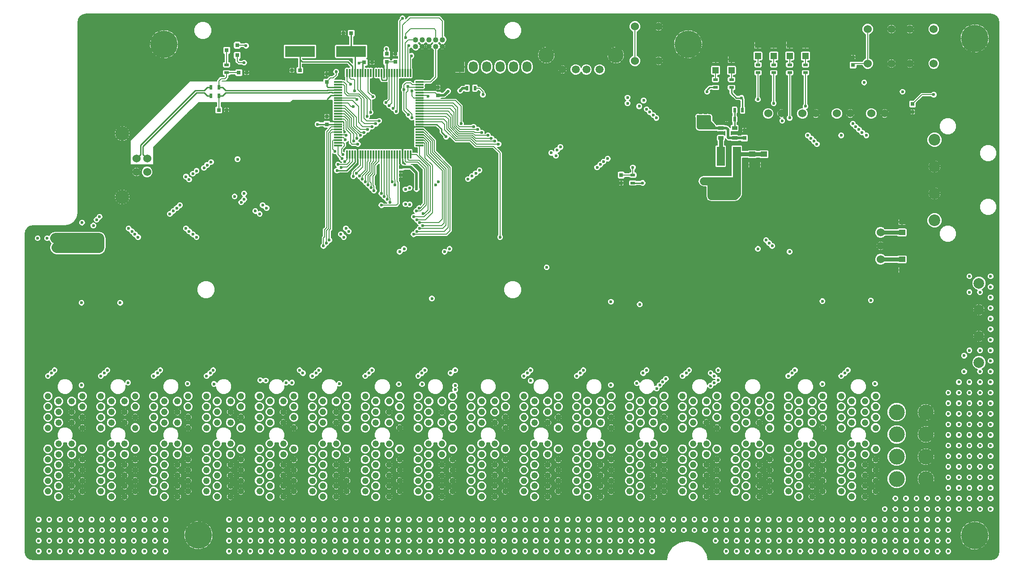
<source format=gbr>
G04 #@! TF.FileFunction,Copper,L1,Top,Signal*
%FSLAX46Y46*%
G04 Gerber Fmt 4.6, Leading zero omitted, Abs format (unit mm)*
G04 Created by KiCad (PCBNEW 4.0.2+e4-6225~38~ubuntu14.04.1-stable) date Tue 02 Aug 2016 10:34:59 AM PDT*
%MOMM*%
G01*
G04 APERTURE LIST*
%ADD10C,0.100000*%
%ADD11C,1.230000*%
%ADD12R,0.750000X0.800000*%
%ADD13R,1.250000X1.000000*%
%ADD14R,1.500000X3.600000*%
%ADD15R,0.500000X0.900000*%
%ADD16R,1.000000X0.700000*%
%ADD17C,3.000000*%
%ADD18C,2.200000*%
%ADD19C,2.000000*%
%ADD20R,0.800000X0.750000*%
%ADD21C,1.524000*%
%ADD22C,2.700020*%
%ADD23R,0.300000X1.500000*%
%ADD24R,1.500000X0.300000*%
%ADD25R,5.600700X2.100580*%
%ADD26R,1.198880X1.198880*%
%ADD27R,0.900000X0.500000*%
%ADD28C,1.016000*%
%ADD29C,5.200000*%
%ADD30R,1.727200X2.032000*%
%ADD31O,1.727200X2.032000*%
%ADD32C,1.501140*%
%ADD33C,2.999740*%
%ADD34R,0.800100X0.800100*%
%ADD35C,0.600000*%
%ADD36C,0.150000*%
%ADD37C,0.200000*%
%ADD38C,0.250000*%
%ADD39C,1.500000*%
%ADD40C,0.500000*%
%ADD41C,0.750000*%
%ADD42C,0.300000*%
%ADD43C,2.000000*%
G04 APERTURE END LIST*
D10*
D11*
X158750000Y-129650000D03*
X156750000Y-128650000D03*
X158750000Y-127650000D03*
X156750000Y-126650000D03*
X158750000Y-125650000D03*
X156750000Y-124650000D03*
X158750000Y-123650000D03*
X156750000Y-122650000D03*
X158750000Y-121650000D03*
X156750000Y-120650000D03*
X158750000Y-119650000D03*
X156750000Y-116650000D03*
X158750000Y-115650000D03*
X156750000Y-114650000D03*
X158750000Y-113650000D03*
X156750000Y-112650000D03*
X158750000Y-111650000D03*
X156750000Y-110650000D03*
X161250000Y-129650000D03*
X163250000Y-128650000D03*
X161250000Y-127650000D03*
X163250000Y-126650000D03*
X161250000Y-125650000D03*
X163250000Y-124650000D03*
X161250000Y-123650000D03*
X163250000Y-122650000D03*
X161250000Y-121650000D03*
X163250000Y-120650000D03*
X161250000Y-119650000D03*
X163250000Y-116650000D03*
X161250000Y-115650000D03*
X163250000Y-114650000D03*
X161250000Y-113650000D03*
X163250000Y-112650000D03*
X161250000Y-111650000D03*
X163250000Y-110650000D03*
X108750000Y-129650000D03*
X106750000Y-128650000D03*
X108750000Y-127650000D03*
X106750000Y-126650000D03*
X108750000Y-125650000D03*
X106750000Y-124650000D03*
X108750000Y-123650000D03*
X106750000Y-122650000D03*
X108750000Y-121650000D03*
X106750000Y-120650000D03*
X108750000Y-119650000D03*
X106750000Y-116650000D03*
X108750000Y-115650000D03*
X106750000Y-114650000D03*
X108750000Y-113650000D03*
X106750000Y-112650000D03*
X108750000Y-111650000D03*
X106750000Y-110650000D03*
X111250000Y-129650000D03*
X113250000Y-128650000D03*
X111250000Y-127650000D03*
X113250000Y-126650000D03*
X111250000Y-125650000D03*
X113250000Y-124650000D03*
X111250000Y-123650000D03*
X113250000Y-122650000D03*
X111250000Y-121650000D03*
X113250000Y-120650000D03*
X111250000Y-119650000D03*
X113250000Y-116650000D03*
X111250000Y-115650000D03*
X113250000Y-114650000D03*
X111250000Y-113650000D03*
X113250000Y-112650000D03*
X111250000Y-111650000D03*
X113250000Y-110650000D03*
X68750000Y-129650000D03*
X66750000Y-128650000D03*
X68750000Y-127650000D03*
X66750000Y-126650000D03*
X68750000Y-125650000D03*
X66750000Y-124650000D03*
X68750000Y-123650000D03*
X66750000Y-122650000D03*
X68750000Y-121650000D03*
X66750000Y-120650000D03*
X68750000Y-119650000D03*
X66750000Y-116650000D03*
X68750000Y-115650000D03*
X66750000Y-114650000D03*
X68750000Y-113650000D03*
X66750000Y-112650000D03*
X68750000Y-111650000D03*
X66750000Y-110650000D03*
X71250000Y-129650000D03*
X73250000Y-128650000D03*
X71250000Y-127650000D03*
X73250000Y-126650000D03*
X71250000Y-125650000D03*
X73250000Y-124650000D03*
X71250000Y-123650000D03*
X73250000Y-122650000D03*
X71250000Y-121650000D03*
X73250000Y-120650000D03*
X71250000Y-119650000D03*
X73250000Y-116650000D03*
X71250000Y-115650000D03*
X73250000Y-114650000D03*
X71250000Y-113650000D03*
X73250000Y-112650000D03*
X71250000Y-111650000D03*
X73250000Y-110650000D03*
X168750000Y-129650000D03*
X166750000Y-128650000D03*
X168750000Y-127650000D03*
X166750000Y-126650000D03*
X168750000Y-125650000D03*
X166750000Y-124650000D03*
X168750000Y-123650000D03*
X166750000Y-122650000D03*
X168750000Y-121650000D03*
X166750000Y-120650000D03*
X168750000Y-119650000D03*
X166750000Y-116650000D03*
X168750000Y-115650000D03*
X166750000Y-114650000D03*
X168750000Y-113650000D03*
X166750000Y-112650000D03*
X168750000Y-111650000D03*
X166750000Y-110650000D03*
X171250000Y-129650000D03*
X173250000Y-128650000D03*
X171250000Y-127650000D03*
X173250000Y-126650000D03*
X171250000Y-125650000D03*
X173250000Y-124650000D03*
X171250000Y-123650000D03*
X173250000Y-122650000D03*
X171250000Y-121650000D03*
X173250000Y-120650000D03*
X171250000Y-119650000D03*
X173250000Y-116650000D03*
X171250000Y-115650000D03*
X173250000Y-114650000D03*
X171250000Y-113650000D03*
X173250000Y-112650000D03*
X171250000Y-111650000D03*
X173250000Y-110650000D03*
X178750000Y-129650000D03*
X176750000Y-128650000D03*
X178750000Y-127650000D03*
X176750000Y-126650000D03*
X178750000Y-125650000D03*
X176750000Y-124650000D03*
X178750000Y-123650000D03*
X176750000Y-122650000D03*
X178750000Y-121650000D03*
X176750000Y-120650000D03*
X178750000Y-119650000D03*
X176750000Y-116650000D03*
X178750000Y-115650000D03*
X176750000Y-114650000D03*
X178750000Y-113650000D03*
X176750000Y-112650000D03*
X178750000Y-111650000D03*
X176750000Y-110650000D03*
X181250000Y-129650000D03*
X183250000Y-128650000D03*
X181250000Y-127650000D03*
X183250000Y-126650000D03*
X181250000Y-125650000D03*
X183250000Y-124650000D03*
X181250000Y-123650000D03*
X183250000Y-122650000D03*
X181250000Y-121650000D03*
X183250000Y-120650000D03*
X181250000Y-119650000D03*
X183250000Y-116650000D03*
X181250000Y-115650000D03*
X183250000Y-114650000D03*
X181250000Y-113650000D03*
X183250000Y-112650000D03*
X181250000Y-111650000D03*
X183250000Y-110650000D03*
X188750000Y-129650000D03*
X186750000Y-128650000D03*
X188750000Y-127650000D03*
X186750000Y-126650000D03*
X188750000Y-125650000D03*
X186750000Y-124650000D03*
X188750000Y-123650000D03*
X186750000Y-122650000D03*
X188750000Y-121650000D03*
X186750000Y-120650000D03*
X188750000Y-119650000D03*
X186750000Y-116650000D03*
X188750000Y-115650000D03*
X186750000Y-114650000D03*
X188750000Y-113650000D03*
X186750000Y-112650000D03*
X188750000Y-111650000D03*
X186750000Y-110650000D03*
X191250000Y-129650000D03*
X193250000Y-128650000D03*
X191250000Y-127650000D03*
X193250000Y-126650000D03*
X191250000Y-125650000D03*
X193250000Y-124650000D03*
X191250000Y-123650000D03*
X193250000Y-122650000D03*
X191250000Y-121650000D03*
X193250000Y-120650000D03*
X191250000Y-119650000D03*
X193250000Y-116650000D03*
X191250000Y-115650000D03*
X193250000Y-114650000D03*
X191250000Y-113650000D03*
X193250000Y-112650000D03*
X191250000Y-111650000D03*
X193250000Y-110650000D03*
X198750000Y-129650000D03*
X196750000Y-128650000D03*
X198750000Y-127650000D03*
X196750000Y-126650000D03*
X198750000Y-125650000D03*
X196750000Y-124650000D03*
X198750000Y-123650000D03*
X196750000Y-122650000D03*
X198750000Y-121650000D03*
X196750000Y-120650000D03*
X198750000Y-119650000D03*
X196750000Y-116650000D03*
X198750000Y-115650000D03*
X196750000Y-114650000D03*
X198750000Y-113650000D03*
X196750000Y-112650000D03*
X198750000Y-111650000D03*
X196750000Y-110650000D03*
X201250000Y-129650000D03*
X203250000Y-128650000D03*
X201250000Y-127650000D03*
X203250000Y-126650000D03*
X201250000Y-125650000D03*
X203250000Y-124650000D03*
X201250000Y-123650000D03*
X203250000Y-122650000D03*
X201250000Y-121650000D03*
X203250000Y-120650000D03*
X201250000Y-119650000D03*
X203250000Y-116650000D03*
X201250000Y-115650000D03*
X203250000Y-114650000D03*
X201250000Y-113650000D03*
X203250000Y-112650000D03*
X201250000Y-111650000D03*
X203250000Y-110650000D03*
D12*
X198450000Y-61850000D03*
X198450000Y-60350000D03*
D13*
X199900000Y-64900000D03*
X199900000Y-66900000D03*
D14*
X193975000Y-65300000D03*
X197025000Y-65300000D03*
D15*
X198100000Y-56600000D03*
X196600000Y-56600000D03*
X196600000Y-58300000D03*
X195100000Y-58300000D03*
D16*
X194000000Y-59950000D03*
X194000000Y-60900000D03*
X194000000Y-61850000D03*
X196600000Y-61850000D03*
X196600000Y-59950000D03*
D13*
X202100000Y-64900000D03*
X202100000Y-66900000D03*
D11*
X78750000Y-129650000D03*
X76750000Y-128650000D03*
X78750000Y-127650000D03*
X76750000Y-126650000D03*
X78750000Y-125650000D03*
X76750000Y-124650000D03*
X78750000Y-123650000D03*
X76750000Y-122650000D03*
X78750000Y-121650000D03*
X76750000Y-120650000D03*
X78750000Y-119650000D03*
X76750000Y-116650000D03*
X78750000Y-115650000D03*
X76750000Y-114650000D03*
X78750000Y-113650000D03*
X76750000Y-112650000D03*
X78750000Y-111650000D03*
X76750000Y-110650000D03*
X81250000Y-129650000D03*
X83250000Y-128650000D03*
X81250000Y-127650000D03*
X83250000Y-126650000D03*
X81250000Y-125650000D03*
X83250000Y-124650000D03*
X81250000Y-123650000D03*
X83250000Y-122650000D03*
X81250000Y-121650000D03*
X83250000Y-120650000D03*
X81250000Y-119650000D03*
X83250000Y-116650000D03*
X81250000Y-115650000D03*
X83250000Y-114650000D03*
X81250000Y-113650000D03*
X83250000Y-112650000D03*
X81250000Y-111650000D03*
X83250000Y-110650000D03*
X88750000Y-129650000D03*
X86750000Y-128650000D03*
X88750000Y-127650000D03*
X86750000Y-126650000D03*
X88750000Y-125650000D03*
X86750000Y-124650000D03*
X88750000Y-123650000D03*
X86750000Y-122650000D03*
X88750000Y-121650000D03*
X86750000Y-120650000D03*
X88750000Y-119650000D03*
X86750000Y-116650000D03*
X88750000Y-115650000D03*
X86750000Y-114650000D03*
X88750000Y-113650000D03*
X86750000Y-112650000D03*
X88750000Y-111650000D03*
X86750000Y-110650000D03*
X91250000Y-129650000D03*
X93250000Y-128650000D03*
X91250000Y-127650000D03*
X93250000Y-126650000D03*
X91250000Y-125650000D03*
X93250000Y-124650000D03*
X91250000Y-123650000D03*
X93250000Y-122650000D03*
X91250000Y-121650000D03*
X93250000Y-120650000D03*
X91250000Y-119650000D03*
X93250000Y-116650000D03*
X91250000Y-115650000D03*
X93250000Y-114650000D03*
X91250000Y-113650000D03*
X93250000Y-112650000D03*
X91250000Y-111650000D03*
X93250000Y-110650000D03*
X98750000Y-129650000D03*
X96750000Y-128650000D03*
X98750000Y-127650000D03*
X96750000Y-126650000D03*
X98750000Y-125650000D03*
X96750000Y-124650000D03*
X98750000Y-123650000D03*
X96750000Y-122650000D03*
X98750000Y-121650000D03*
X96750000Y-120650000D03*
X98750000Y-119650000D03*
X96750000Y-116650000D03*
X98750000Y-115650000D03*
X96750000Y-114650000D03*
X98750000Y-113650000D03*
X96750000Y-112650000D03*
X98750000Y-111650000D03*
X96750000Y-110650000D03*
X101250000Y-129650000D03*
X103250000Y-128650000D03*
X101250000Y-127650000D03*
X103250000Y-126650000D03*
X101250000Y-125650000D03*
X103250000Y-124650000D03*
X101250000Y-123650000D03*
X103250000Y-122650000D03*
X101250000Y-121650000D03*
X103250000Y-120650000D03*
X101250000Y-119650000D03*
X103250000Y-116650000D03*
X101250000Y-115650000D03*
X103250000Y-114650000D03*
X101250000Y-113650000D03*
X103250000Y-112650000D03*
X101250000Y-111650000D03*
X103250000Y-110650000D03*
X118750000Y-129650000D03*
X116750000Y-128650000D03*
X118750000Y-127650000D03*
X116750000Y-126650000D03*
X118750000Y-125650000D03*
X116750000Y-124650000D03*
X118750000Y-123650000D03*
X116750000Y-122650000D03*
X118750000Y-121650000D03*
X116750000Y-120650000D03*
X118750000Y-119650000D03*
X116750000Y-116650000D03*
X118750000Y-115650000D03*
X116750000Y-114650000D03*
X118750000Y-113650000D03*
X116750000Y-112650000D03*
X118750000Y-111650000D03*
X116750000Y-110650000D03*
X121250000Y-129650000D03*
X123250000Y-128650000D03*
X121250000Y-127650000D03*
X123250000Y-126650000D03*
X121250000Y-125650000D03*
X123250000Y-124650000D03*
X121250000Y-123650000D03*
X123250000Y-122650000D03*
X121250000Y-121650000D03*
X123250000Y-120650000D03*
X121250000Y-119650000D03*
X123250000Y-116650000D03*
X121250000Y-115650000D03*
X123250000Y-114650000D03*
X121250000Y-113650000D03*
X123250000Y-112650000D03*
X121250000Y-111650000D03*
X123250000Y-110650000D03*
X128750000Y-129650000D03*
X126750000Y-128650000D03*
X128750000Y-127650000D03*
X126750000Y-126650000D03*
X128750000Y-125650000D03*
X126750000Y-124650000D03*
X128750000Y-123650000D03*
X126750000Y-122650000D03*
X128750000Y-121650000D03*
X126750000Y-120650000D03*
X128750000Y-119650000D03*
X126750000Y-116650000D03*
X128750000Y-115650000D03*
X126750000Y-114650000D03*
X128750000Y-113650000D03*
X126750000Y-112650000D03*
X128750000Y-111650000D03*
X126750000Y-110650000D03*
X131250000Y-129650000D03*
X133250000Y-128650000D03*
X131250000Y-127650000D03*
X133250000Y-126650000D03*
X131250000Y-125650000D03*
X133250000Y-124650000D03*
X131250000Y-123650000D03*
X133250000Y-122650000D03*
X131250000Y-121650000D03*
X133250000Y-120650000D03*
X131250000Y-119650000D03*
X133250000Y-116650000D03*
X131250000Y-115650000D03*
X133250000Y-114650000D03*
X131250000Y-113650000D03*
X133250000Y-112650000D03*
X131250000Y-111650000D03*
X133250000Y-110650000D03*
X138750000Y-129650000D03*
X136750000Y-128650000D03*
X138750000Y-127650000D03*
X136750000Y-126650000D03*
X138750000Y-125650000D03*
X136750000Y-124650000D03*
X138750000Y-123650000D03*
X136750000Y-122650000D03*
X138750000Y-121650000D03*
X136750000Y-120650000D03*
X138750000Y-119650000D03*
X136750000Y-116650000D03*
X138750000Y-115650000D03*
X136750000Y-114650000D03*
X138750000Y-113650000D03*
X136750000Y-112650000D03*
X138750000Y-111650000D03*
X136750000Y-110650000D03*
X141250000Y-129650000D03*
X143250000Y-128650000D03*
X141250000Y-127650000D03*
X143250000Y-126650000D03*
X141250000Y-125650000D03*
X143250000Y-124650000D03*
X141250000Y-123650000D03*
X143250000Y-122650000D03*
X141250000Y-121650000D03*
X143250000Y-120650000D03*
X141250000Y-119650000D03*
X143250000Y-116650000D03*
X141250000Y-115650000D03*
X143250000Y-114650000D03*
X141250000Y-113650000D03*
X143250000Y-112650000D03*
X141250000Y-111650000D03*
X143250000Y-110650000D03*
X148750000Y-129650000D03*
X146750000Y-128650000D03*
X148750000Y-127650000D03*
X146750000Y-126650000D03*
X148750000Y-125650000D03*
X146750000Y-124650000D03*
X148750000Y-123650000D03*
X146750000Y-122650000D03*
X148750000Y-121650000D03*
X146750000Y-120650000D03*
X148750000Y-119650000D03*
X146750000Y-116650000D03*
X148750000Y-115650000D03*
X146750000Y-114650000D03*
X148750000Y-113650000D03*
X146750000Y-112650000D03*
X148750000Y-111650000D03*
X146750000Y-110650000D03*
X151250000Y-129650000D03*
X153250000Y-128650000D03*
X151250000Y-127650000D03*
X153250000Y-126650000D03*
X151250000Y-125650000D03*
X153250000Y-124650000D03*
X151250000Y-123650000D03*
X153250000Y-122650000D03*
X151250000Y-121650000D03*
X153250000Y-120650000D03*
X151250000Y-119650000D03*
X153250000Y-116650000D03*
X151250000Y-115650000D03*
X153250000Y-114650000D03*
X151250000Y-113650000D03*
X153250000Y-112650000D03*
X151250000Y-111650000D03*
X153250000Y-110650000D03*
X208750000Y-129650000D03*
X206750000Y-128650000D03*
X208750000Y-127650000D03*
X206750000Y-126650000D03*
X208750000Y-125650000D03*
X206750000Y-124650000D03*
X208750000Y-123650000D03*
X206750000Y-122650000D03*
X208750000Y-121650000D03*
X206750000Y-120650000D03*
X208750000Y-119650000D03*
X206750000Y-116650000D03*
X208750000Y-115650000D03*
X206750000Y-114650000D03*
X208750000Y-113650000D03*
X206750000Y-112650000D03*
X208750000Y-111650000D03*
X206750000Y-110650000D03*
X211250000Y-129650000D03*
X213250000Y-128650000D03*
X211250000Y-127650000D03*
X213250000Y-126650000D03*
X211250000Y-125650000D03*
X213250000Y-124650000D03*
X211250000Y-123650000D03*
X213250000Y-122650000D03*
X211250000Y-121650000D03*
X213250000Y-120650000D03*
X211250000Y-119650000D03*
X213250000Y-116650000D03*
X211250000Y-115650000D03*
X213250000Y-114650000D03*
X211250000Y-113650000D03*
X213250000Y-112650000D03*
X211250000Y-111650000D03*
X213250000Y-110650000D03*
X218750000Y-129650000D03*
X216750000Y-128650000D03*
X218750000Y-127650000D03*
X216750000Y-126650000D03*
X218750000Y-125650000D03*
X216750000Y-124650000D03*
X218750000Y-123650000D03*
X216750000Y-122650000D03*
X218750000Y-121650000D03*
X216750000Y-120650000D03*
X218750000Y-119650000D03*
X216750000Y-116650000D03*
X218750000Y-115650000D03*
X216750000Y-114650000D03*
X218750000Y-113650000D03*
X216750000Y-112650000D03*
X218750000Y-111650000D03*
X216750000Y-110650000D03*
X221250000Y-129650000D03*
X223250000Y-128650000D03*
X221250000Y-127650000D03*
X223250000Y-126650000D03*
X221250000Y-125650000D03*
X223250000Y-124650000D03*
X221250000Y-123650000D03*
X223250000Y-122650000D03*
X221250000Y-121650000D03*
X223250000Y-120650000D03*
X221250000Y-119650000D03*
X223250000Y-116650000D03*
X221250000Y-115650000D03*
X223250000Y-114650000D03*
X221250000Y-113650000D03*
X223250000Y-112650000D03*
X221250000Y-111650000D03*
X223250000Y-110650000D03*
D17*
X232750000Y-113700000D03*
X227250000Y-113700000D03*
X232750000Y-117900000D03*
X227250000Y-117900000D03*
X232750000Y-122100000D03*
X227250000Y-122100000D03*
X232750000Y-126300000D03*
X227250000Y-126300000D03*
D18*
X234400000Y-77420000D03*
X234400000Y-72340000D03*
X234400000Y-67260000D03*
X234400000Y-62180000D03*
D19*
X242800000Y-104300000D03*
X242800000Y-99300000D03*
X242800000Y-94300000D03*
X242800000Y-89300000D03*
D20*
X126550000Y-47550000D03*
X128050000Y-47550000D03*
D12*
X133450000Y-67350000D03*
X133450000Y-68850000D03*
X119500000Y-59250000D03*
X119500000Y-57750000D03*
X140500000Y-53750000D03*
X140500000Y-52250000D03*
D20*
X112900000Y-49050000D03*
X114400000Y-49050000D03*
X122600000Y-42000000D03*
X124100000Y-42000000D03*
D12*
X132450000Y-47450000D03*
X132450000Y-45950000D03*
X119450000Y-51250000D03*
X119450000Y-49750000D03*
D21*
X85500000Y-65730000D03*
X85500000Y-68270000D03*
X83501020Y-68270000D03*
X83501020Y-65730000D03*
D22*
X80801000Y-61000520D03*
X80801000Y-72999480D03*
D15*
X146000000Y-52450000D03*
X147500000Y-52450000D03*
D21*
X229750000Y-47750000D03*
X229750000Y-41250000D03*
X234250000Y-47750000D03*
X234250000Y-41250000D03*
D23*
X135300000Y-49550000D03*
X134800000Y-49550000D03*
X134300000Y-49550000D03*
X133800000Y-49550000D03*
X133300000Y-49550000D03*
X132800000Y-49550000D03*
X132300000Y-49550000D03*
X131800000Y-49550000D03*
X131300000Y-49550000D03*
X130800000Y-49550000D03*
X130300000Y-49550000D03*
X129800000Y-49550000D03*
X129300000Y-49550000D03*
X128800000Y-49550000D03*
X128300000Y-49550000D03*
X127800000Y-49550000D03*
X127300000Y-49550000D03*
X126800000Y-49550000D03*
X126300000Y-49550000D03*
X125800000Y-49550000D03*
X125300000Y-49550000D03*
X124800000Y-49550000D03*
X124300000Y-49550000D03*
X123800000Y-49550000D03*
X123300000Y-49550000D03*
D24*
X121600000Y-51250000D03*
X121600000Y-51750000D03*
X121600000Y-52250000D03*
X121600000Y-52750000D03*
X121600000Y-53250000D03*
X121600000Y-53750000D03*
X121600000Y-54250000D03*
X121600000Y-54750000D03*
X121600000Y-55250000D03*
X121600000Y-55750000D03*
X121600000Y-56250000D03*
X121600000Y-56750000D03*
X121600000Y-57250000D03*
X121600000Y-57750000D03*
X121600000Y-58250000D03*
X121600000Y-58750000D03*
X121600000Y-59250000D03*
X121600000Y-59750000D03*
X121600000Y-60250000D03*
X121600000Y-60750000D03*
X121600000Y-61250000D03*
X121600000Y-61750000D03*
X121600000Y-62250000D03*
X121600000Y-62750000D03*
X121600000Y-63250000D03*
D23*
X123300000Y-64950000D03*
X123800000Y-64950000D03*
X124300000Y-64950000D03*
X124800000Y-64950000D03*
X125300000Y-64950000D03*
X125800000Y-64950000D03*
X126300000Y-64950000D03*
X126800000Y-64950000D03*
X127300000Y-64950000D03*
X127800000Y-64950000D03*
X128300000Y-64950000D03*
X128800000Y-64950000D03*
X129300000Y-64950000D03*
X129800000Y-64950000D03*
X130300000Y-64950000D03*
X130800000Y-64950000D03*
X131300000Y-64950000D03*
X131800000Y-64950000D03*
X132300000Y-64950000D03*
X132800000Y-64950000D03*
X133300000Y-64950000D03*
X133800000Y-64950000D03*
X134300000Y-64950000D03*
X134800000Y-64950000D03*
X135300000Y-64950000D03*
D24*
X137000000Y-63250000D03*
X137000000Y-62750000D03*
X137000000Y-62250000D03*
X137000000Y-61750000D03*
X137000000Y-61250000D03*
X137000000Y-60750000D03*
X137000000Y-60250000D03*
X137000000Y-59750000D03*
X137000000Y-59250000D03*
X137000000Y-58750000D03*
X137000000Y-58250000D03*
X137000000Y-57750000D03*
X137000000Y-57250000D03*
X137000000Y-56750000D03*
X137000000Y-56250000D03*
X137000000Y-55750000D03*
X137000000Y-55250000D03*
X137000000Y-54750000D03*
X137000000Y-54250000D03*
X137000000Y-53750000D03*
X137000000Y-53250000D03*
X137000000Y-52750000D03*
X137000000Y-52250000D03*
X137000000Y-51750000D03*
X137000000Y-51250000D03*
D13*
X228250000Y-84800000D03*
X228250000Y-86800000D03*
X228250000Y-79700000D03*
X228250000Y-77700000D03*
D21*
X224200000Y-84790000D03*
X224200000Y-82250000D03*
X224200000Y-79710000D03*
D12*
X130800000Y-45950000D03*
X130800000Y-47450000D03*
D25*
X114401140Y-45500000D03*
X124098860Y-45500000D03*
D26*
X196000000Y-49049020D03*
X196000000Y-46950980D03*
X193000000Y-49049020D03*
X193000000Y-46950980D03*
X201000000Y-46349020D03*
X201000000Y-44250980D03*
X204000000Y-46349020D03*
X204000000Y-44250980D03*
X207000000Y-46349020D03*
X207000000Y-44250980D03*
X210000000Y-46349020D03*
X210000000Y-44250980D03*
D27*
X201000000Y-49500000D03*
X201000000Y-48000000D03*
X204000000Y-49500000D03*
X204000000Y-48000000D03*
X207000000Y-49500000D03*
X207000000Y-48000000D03*
X210000000Y-49500000D03*
X210000000Y-48000000D03*
X196000000Y-52300000D03*
X196000000Y-50800000D03*
X193000000Y-52300000D03*
X193000000Y-50800000D03*
D12*
X230250000Y-55400000D03*
X230250000Y-56900000D03*
X219000000Y-48050000D03*
X219000000Y-46550000D03*
D21*
X226250000Y-41250000D03*
X226250000Y-47750000D03*
X221750000Y-41250000D03*
X221750000Y-47750000D03*
D28*
X136260000Y-44535000D03*
X136260000Y-43265000D03*
X137530000Y-44535000D03*
X137530000Y-43265000D03*
X138800000Y-44535000D03*
X138800000Y-43265000D03*
X140070000Y-44535000D03*
X140070000Y-43265000D03*
X141340000Y-44535000D03*
X141340000Y-43265000D03*
D29*
X95200000Y-136950000D03*
X88700000Y-44100000D03*
X187800000Y-44100000D03*
X242000000Y-43000000D03*
X242000000Y-137000000D03*
D12*
X175150000Y-68850000D03*
X175150000Y-70350000D03*
D30*
X144650000Y-48400000D03*
D31*
X147190000Y-48400000D03*
X149730000Y-48400000D03*
X152270000Y-48400000D03*
X154810000Y-48400000D03*
X157350000Y-48400000D03*
D27*
X177350000Y-70350000D03*
X177350000Y-68850000D03*
D21*
X182250000Y-40750000D03*
X182250000Y-47250000D03*
X177750000Y-40750000D03*
X177750000Y-47250000D03*
D32*
X164060000Y-48900000D03*
X166560000Y-48900000D03*
X168560000Y-48900000D03*
X171060000Y-48900000D03*
D33*
X160990000Y-46190000D03*
X174130000Y-46190000D03*
D21*
X215930000Y-57200000D03*
X218470000Y-57200000D03*
X222430000Y-57200000D03*
X224970000Y-57200000D03*
X209430000Y-57200000D03*
X211970000Y-57200000D03*
X202930000Y-57200000D03*
X205470000Y-57200000D03*
D34*
X102550760Y-46200000D03*
X102550760Y-44300000D03*
X100551780Y-45250000D03*
D15*
X99050000Y-53900000D03*
X97550000Y-53900000D03*
X99050000Y-52250000D03*
X97550000Y-52250000D03*
D20*
X102850000Y-49500000D03*
X104350000Y-49500000D03*
X99050000Y-56550000D03*
X100550000Y-56550000D03*
D27*
X100550000Y-48000000D03*
X100550000Y-49500000D03*
D35*
X161050000Y-86300000D03*
X158050000Y-107750000D03*
X139350000Y-92200000D03*
X137500000Y-108400000D03*
X104200000Y-44400000D03*
X173200000Y-108550000D03*
X173200000Y-92800000D03*
X178650000Y-93300000D03*
X178100000Y-108200000D03*
X121250000Y-49300000D03*
X130750000Y-45000000D03*
X125600000Y-47700000D03*
X197900000Y-54250000D03*
X192250000Y-71400000D03*
X192250000Y-70000000D03*
X192250000Y-72800000D03*
X190750000Y-70000000D03*
X179200000Y-70350000D03*
X136450000Y-71500000D03*
X142050000Y-61600000D03*
X144700000Y-52900000D03*
X142400000Y-53000000D03*
X121400000Y-68000000D03*
X117750000Y-59250000D03*
X223150000Y-108300000D03*
X222350000Y-92550000D03*
X213200000Y-108350000D03*
X213200000Y-92700000D03*
X133100000Y-108400000D03*
X121850000Y-108300000D03*
X98150000Y-108350000D03*
X93150000Y-108300000D03*
X73100000Y-93000000D03*
X73100000Y-108600000D03*
X81900000Y-108100000D03*
X80400000Y-93000000D03*
X67000000Y-103000000D03*
X62800000Y-103000000D03*
X235000000Y-110000000D03*
X235000000Y-125000000D03*
X231000000Y-125000000D03*
X231000000Y-120000000D03*
X235000000Y-120000000D03*
X235000000Y-116000000D03*
X231000000Y-116000000D03*
X231000000Y-110000000D03*
X239000000Y-100000000D03*
X239000000Y-98000000D03*
X239000000Y-96000000D03*
X237000000Y-96000000D03*
X237000000Y-98000000D03*
X237000000Y-100000000D03*
X237000000Y-102000000D03*
X237000000Y-104000000D03*
X237000000Y-106000000D03*
X235000000Y-106000000D03*
X235000000Y-104000000D03*
X235000000Y-102000000D03*
X235000000Y-100000000D03*
X235000000Y-98000000D03*
X235000000Y-96000000D03*
X233000000Y-96000000D03*
X233000000Y-98000000D03*
X233000000Y-100000000D03*
X233000000Y-102000000D03*
X233000000Y-104000000D03*
X233000000Y-106000000D03*
X87000000Y-96000000D03*
X87000000Y-98000000D03*
X87000000Y-100000000D03*
X87000000Y-102000000D03*
X87000000Y-104000000D03*
X89000000Y-104000000D03*
X89000000Y-102000000D03*
X89000000Y-100000000D03*
X89000000Y-98000000D03*
X89000000Y-96000000D03*
X93000000Y-96000000D03*
X93000000Y-98000000D03*
X93000000Y-100000000D03*
X93000000Y-102000000D03*
X93000000Y-104000000D03*
X99000000Y-104000000D03*
X99000000Y-102000000D03*
X99000000Y-100000000D03*
X99000000Y-98000000D03*
X101000000Y-96000000D03*
X101000000Y-98000000D03*
X101000000Y-100000000D03*
X101000000Y-102000000D03*
X101000000Y-104000000D03*
X110000000Y-104000000D03*
X110000000Y-102000000D03*
X110000000Y-100000000D03*
X110000000Y-98000000D03*
X110000000Y-96000000D03*
X112000000Y-96000000D03*
X112000000Y-98000000D03*
X112000000Y-100000000D03*
X112000000Y-102000000D03*
X112000000Y-104000000D03*
X114000000Y-104000000D03*
X114000000Y-102000000D03*
X114000000Y-100000000D03*
X114000000Y-98000000D03*
X114000000Y-96000000D03*
X116000000Y-96000000D03*
X116000000Y-98000000D03*
X116000000Y-100000000D03*
X116000000Y-102000000D03*
X116000000Y-104000000D03*
X118000000Y-104000000D03*
X118000000Y-102000000D03*
X118000000Y-100000000D03*
X118000000Y-98000000D03*
X118000000Y-96000000D03*
X120000000Y-96000000D03*
X120000000Y-98000000D03*
X120000000Y-100000000D03*
X120000000Y-102000000D03*
X120000000Y-104000000D03*
X122000000Y-104000000D03*
X122000000Y-102000000D03*
X122000000Y-100000000D03*
X122000000Y-98000000D03*
X122000000Y-96000000D03*
X127000000Y-96000000D03*
X127000000Y-98000000D03*
X127000000Y-100000000D03*
X127000000Y-102000000D03*
X127000000Y-104000000D03*
X131000000Y-104000000D03*
X131000000Y-102000000D03*
X131000000Y-100000000D03*
X131000000Y-98000000D03*
X131000000Y-96000000D03*
X133000000Y-96000000D03*
X133000000Y-98000000D03*
X133000000Y-100000000D03*
X133000000Y-102000000D03*
X133000000Y-104000000D03*
X137000000Y-104000000D03*
X137000000Y-102000000D03*
X137000000Y-100000000D03*
X137000000Y-98000000D03*
X137000000Y-96000000D03*
X150000000Y-96000000D03*
X150000000Y-98000000D03*
X150000000Y-100000000D03*
X150000000Y-102000000D03*
X150000000Y-104000000D03*
X152000000Y-104000000D03*
X152000000Y-102000000D03*
X152000000Y-100000000D03*
X152000000Y-98000000D03*
X152000000Y-96000000D03*
X154000000Y-96000000D03*
X154000000Y-98000000D03*
X154000000Y-100000000D03*
X154000000Y-102000000D03*
X154000000Y-104000000D03*
X156000000Y-104000000D03*
X156000000Y-102000000D03*
X156000000Y-100000000D03*
X156000000Y-98000000D03*
X156000000Y-96000000D03*
X158000000Y-96000000D03*
X158000000Y-98000000D03*
X158000000Y-100000000D03*
X158000000Y-102000000D03*
X158000000Y-104000000D03*
X160000000Y-104000000D03*
X160000000Y-102000000D03*
X160000000Y-100000000D03*
X160000000Y-98000000D03*
X160000000Y-96000000D03*
X167000000Y-96000000D03*
X167000000Y-98000000D03*
X167000000Y-100000000D03*
X167000000Y-102000000D03*
X167000000Y-104000000D03*
X169000000Y-104000000D03*
X169000000Y-102000000D03*
X169000000Y-100000000D03*
X169000000Y-98000000D03*
X169000000Y-96000000D03*
X181000000Y-96000000D03*
X181000000Y-98000000D03*
X181000000Y-100000000D03*
X181000000Y-102000000D03*
X181000000Y-104000000D03*
X186000000Y-104000000D03*
X186000000Y-102000000D03*
X186000000Y-100000000D03*
X186000000Y-98000000D03*
X186000000Y-96000000D03*
X188000000Y-96000000D03*
X188000000Y-98000000D03*
X188000000Y-100000000D03*
X188000000Y-102000000D03*
X188000000Y-104000000D03*
X190000000Y-104000000D03*
X190000000Y-102000000D03*
X190000000Y-100000000D03*
X190000000Y-98000000D03*
X190000000Y-96000000D03*
X192000000Y-96000000D03*
X192000000Y-98000000D03*
X192000000Y-100000000D03*
X192000000Y-102000000D03*
X192000000Y-104000000D03*
X233000000Y-110000000D03*
X233000000Y-108000000D03*
X231000000Y-108000000D03*
X231000000Y-106000000D03*
X231000000Y-104000000D03*
X231000000Y-102000000D03*
X231000000Y-100000000D03*
X231000000Y-98000000D03*
X231000000Y-96000000D03*
X229000000Y-96000000D03*
X229000000Y-98000000D03*
X229000000Y-100000000D03*
X229000000Y-102000000D03*
X229000000Y-104000000D03*
X229000000Y-106000000D03*
X229000000Y-108000000D03*
X227000000Y-108000000D03*
X225000000Y-108000000D03*
X225000000Y-106000000D03*
X227000000Y-106000000D03*
X227000000Y-104000000D03*
X227000000Y-102000000D03*
X227000000Y-100000000D03*
X227000000Y-98000000D03*
X227000000Y-96000000D03*
X225000000Y-96000000D03*
X225000000Y-98000000D03*
X225000000Y-100000000D03*
X225000000Y-102000000D03*
X225000000Y-104000000D03*
X218000000Y-104000000D03*
X218000000Y-102000000D03*
X218000000Y-100000000D03*
X218000000Y-98000000D03*
X218000000Y-96000000D03*
X209000000Y-96000000D03*
X209000000Y-98000000D03*
X209000000Y-100000000D03*
X209000000Y-102000000D03*
X209000000Y-104000000D03*
X207000000Y-104000000D03*
X207000000Y-102000000D03*
X207000000Y-100000000D03*
X207000000Y-98000000D03*
X207000000Y-96000000D03*
X201000000Y-96000000D03*
X201000000Y-98000000D03*
X201000000Y-100000000D03*
X201000000Y-102000000D03*
X201000000Y-104000000D03*
X196000000Y-104000000D03*
X196000000Y-102000000D03*
X196000000Y-100000000D03*
X196000000Y-98000000D03*
X196000000Y-96000000D03*
X194000000Y-96000000D03*
X194000000Y-98000000D03*
X194000000Y-100000000D03*
X194000000Y-102000000D03*
X194000000Y-104000000D03*
X68000000Y-96000000D03*
X77000000Y-96000000D03*
X77000000Y-98000000D03*
X77000000Y-100000000D03*
X77000000Y-102000000D03*
X77000000Y-104000000D03*
X79000000Y-104000000D03*
X79000000Y-102000000D03*
X79000000Y-100000000D03*
X79000000Y-98000000D03*
X79000000Y-96000000D03*
X67000000Y-97000000D03*
X68000000Y-98000000D03*
X68000000Y-100000000D03*
X67000000Y-99000000D03*
X67000000Y-95000000D03*
X68000000Y-102000000D03*
X68000000Y-104000000D03*
X67000000Y-105000000D03*
X67000000Y-101000000D03*
X116000000Y-50400000D03*
X114000000Y-50400000D03*
X112000000Y-50400000D03*
X117800000Y-50500000D03*
X117800000Y-55200000D03*
X116000000Y-55200000D03*
X114200000Y-55200000D03*
X119550000Y-55250000D03*
X204050000Y-66900000D03*
X204050000Y-66050000D03*
X193500000Y-56600000D03*
X195100000Y-56600000D03*
X194300000Y-56600000D03*
X193500000Y-57400000D03*
X76400000Y-82600000D03*
X68400000Y-82600000D03*
X68200000Y-80800000D03*
X76400000Y-80800000D03*
X66600000Y-80800000D03*
X64800000Y-80800000D03*
X191500000Y-57800000D03*
X190600000Y-57800000D03*
X189700000Y-57800000D03*
X237000000Y-132000000D03*
X237000000Y-134000000D03*
X239000000Y-132000000D03*
X193000000Y-136000000D03*
X195000000Y-136000000D03*
X193000000Y-134000000D03*
X191000000Y-136000000D03*
X193000000Y-138000000D03*
X183000000Y-134000000D03*
X183000000Y-136000000D03*
X189000000Y-134000000D03*
X187000000Y-134000000D03*
X185000000Y-134000000D03*
X181000000Y-134000000D03*
X181000000Y-138000000D03*
X169000000Y-138000000D03*
X171000000Y-138000000D03*
X173000000Y-138000000D03*
X175000000Y-138000000D03*
X177000000Y-138000000D03*
X179000000Y-138000000D03*
X169000000Y-136000000D03*
X171000000Y-136000000D03*
X173000000Y-136000000D03*
X175000000Y-136000000D03*
X177000000Y-136000000D03*
X179000000Y-136000000D03*
X181000000Y-136000000D03*
X179000000Y-134000000D03*
X177000000Y-134000000D03*
X175000000Y-134000000D03*
X173000000Y-134000000D03*
X171000000Y-134000000D03*
X169000000Y-134000000D03*
X167000000Y-134000000D03*
X101000000Y-134000000D03*
X139000000Y-138000000D03*
X141000000Y-138000000D03*
X141000000Y-140000000D03*
X191000000Y-134000000D03*
X245000000Y-102000000D03*
X243000000Y-91000000D03*
X241000000Y-91000000D03*
X241000000Y-88000000D03*
X245000000Y-88000000D03*
X245000000Y-90000000D03*
X245000000Y-92000000D03*
X245000000Y-94000000D03*
X245000000Y-96000000D03*
X245000000Y-98000000D03*
X245000000Y-100000000D03*
X245000000Y-104000000D03*
X245000000Y-108000000D03*
X243000000Y-108000000D03*
X241000000Y-108000000D03*
X239000000Y-108000000D03*
X237000000Y-110000000D03*
X239000000Y-110000000D03*
X241000000Y-110000000D03*
X243000000Y-110000000D03*
X245000000Y-110000000D03*
X245000000Y-112000000D03*
X243000000Y-112000000D03*
X241000000Y-112000000D03*
X239000000Y-112000000D03*
X237000000Y-112000000D03*
X237000000Y-114000000D03*
X239000000Y-114000000D03*
X241000000Y-114000000D03*
X243000000Y-114000000D03*
X245000000Y-114000000D03*
X245000000Y-116000000D03*
X243000000Y-116000000D03*
X241000000Y-116000000D03*
X239000000Y-116000000D03*
X237000000Y-116000000D03*
X237000000Y-118000000D03*
X239000000Y-118000000D03*
X241000000Y-118000000D03*
X243000000Y-118000000D03*
X245000000Y-118000000D03*
X245000000Y-120000000D03*
X243000000Y-120000000D03*
X241000000Y-120000000D03*
X239000000Y-120000000D03*
X237000000Y-120000000D03*
X237000000Y-122000000D03*
X239000000Y-122000000D03*
X241000000Y-122000000D03*
X243000000Y-122000000D03*
X245000000Y-122000000D03*
X245000000Y-124000000D03*
X243000000Y-124000000D03*
X241000000Y-124000000D03*
X239000000Y-124000000D03*
X237000000Y-124000000D03*
X237000000Y-126000000D03*
X239000000Y-126000000D03*
X241000000Y-126000000D03*
X243000000Y-126000000D03*
X245000000Y-126000000D03*
X245000000Y-128000000D03*
X243000000Y-128000000D03*
X241000000Y-128000000D03*
X239000000Y-128000000D03*
X237000000Y-128000000D03*
X237000000Y-130000000D03*
X239000000Y-130000000D03*
X241000000Y-130000000D03*
X243000000Y-130000000D03*
X245000000Y-130000000D03*
X245000000Y-132000000D03*
X243000000Y-132000000D03*
X241000000Y-132000000D03*
X235000000Y-132000000D03*
X235000000Y-130000000D03*
X233000000Y-130000000D03*
X231000000Y-130000000D03*
X227000000Y-130000000D03*
X229000000Y-130000000D03*
X243000000Y-102000000D03*
X241000000Y-102000000D03*
X240000000Y-103000000D03*
X240000000Y-106000000D03*
X243000000Y-106000000D03*
X245000000Y-106000000D03*
X233000000Y-138000000D03*
X231000000Y-140000000D03*
X231000000Y-136000000D03*
X231000000Y-134000000D03*
X231000000Y-138000000D03*
X233000000Y-140000000D03*
X237000000Y-140000000D03*
X235000000Y-140000000D03*
X235000000Y-138000000D03*
X237000000Y-138000000D03*
X237000000Y-136000000D03*
X235000000Y-136000000D03*
X235000000Y-134000000D03*
X233000000Y-132000000D03*
X233000000Y-134000000D03*
X233000000Y-136000000D03*
X169000000Y-140000000D03*
X171000000Y-140000000D03*
X173000000Y-140000000D03*
X175000000Y-140000000D03*
X177000000Y-140000000D03*
X179000000Y-140000000D03*
X181000000Y-140000000D03*
X137000000Y-138000000D03*
X137000000Y-140000000D03*
X135000000Y-138000000D03*
X135000000Y-136000000D03*
X131000000Y-138000000D03*
X133000000Y-138000000D03*
X133000000Y-140000000D03*
X135000000Y-140000000D03*
X131000000Y-136000000D03*
X131000000Y-140000000D03*
X129000000Y-140000000D03*
X127000000Y-134000000D03*
X125000000Y-134000000D03*
X127000000Y-136000000D03*
X129000000Y-138000000D03*
X129000000Y-136000000D03*
X129000000Y-134000000D03*
X71000000Y-134000000D03*
X73000000Y-134000000D03*
X69000000Y-138000000D03*
X69000000Y-136000000D03*
X71000000Y-138000000D03*
X69000000Y-134000000D03*
X67000000Y-134000000D03*
X67000000Y-136000000D03*
X67000000Y-138000000D03*
X75000000Y-134000000D03*
X77000000Y-136000000D03*
X77000000Y-134000000D03*
X79000000Y-134000000D03*
X81000000Y-134000000D03*
X83000000Y-134000000D03*
X85000000Y-134000000D03*
X87000000Y-134000000D03*
X89000000Y-134000000D03*
X89000000Y-136000000D03*
X87000000Y-136000000D03*
X85000000Y-136000000D03*
X83000000Y-136000000D03*
X81000000Y-136000000D03*
X79000000Y-136000000D03*
X77000000Y-138000000D03*
X79000000Y-138000000D03*
X81000000Y-138000000D03*
X83000000Y-138000000D03*
X85000000Y-138000000D03*
X87000000Y-138000000D03*
X89000000Y-138000000D03*
X89000000Y-140000000D03*
X87000000Y-140000000D03*
X85000000Y-140000000D03*
X83000000Y-140000000D03*
X81000000Y-140000000D03*
X79000000Y-140000000D03*
X77000000Y-140000000D03*
X207000000Y-134000000D03*
X205000000Y-134000000D03*
X209000000Y-140000000D03*
X211000000Y-140000000D03*
X213000000Y-140000000D03*
X215000000Y-140000000D03*
X217000000Y-140000000D03*
X219000000Y-140000000D03*
X221000000Y-140000000D03*
X221000000Y-138000000D03*
X219000000Y-138000000D03*
X217000000Y-138000000D03*
X215000000Y-138000000D03*
X213000000Y-138000000D03*
X211000000Y-138000000D03*
X209000000Y-138000000D03*
X209000000Y-136000000D03*
X211000000Y-136000000D03*
X213000000Y-136000000D03*
X215000000Y-136000000D03*
X217000000Y-136000000D03*
X219000000Y-136000000D03*
X221000000Y-136000000D03*
X221000000Y-134000000D03*
X219000000Y-134000000D03*
X217000000Y-134000000D03*
X215000000Y-134000000D03*
X213000000Y-134000000D03*
X211000000Y-134000000D03*
X209000000Y-134000000D03*
X139000000Y-140000000D03*
X133000000Y-136000000D03*
X137000000Y-136000000D03*
X139000000Y-136000000D03*
X141000000Y-136000000D03*
X141000000Y-134000000D03*
X139000000Y-134000000D03*
X137000000Y-134000000D03*
X135000000Y-134000000D03*
X133000000Y-134000000D03*
X131000000Y-134000000D03*
X191400000Y-53100000D03*
X228350000Y-53100000D03*
X187000000Y-136000000D03*
X189000000Y-136000000D03*
X185000000Y-136000000D03*
X231000000Y-132000000D03*
X227000000Y-132000000D03*
X229000000Y-132000000D03*
X225000000Y-132000000D03*
X227000000Y-134000000D03*
X225000000Y-134000000D03*
X225000000Y-136000000D03*
X227000000Y-136000000D03*
X229000000Y-136000000D03*
X229000000Y-138000000D03*
X229000000Y-134000000D03*
X223000000Y-136000000D03*
X223000000Y-134000000D03*
X225000000Y-138000000D03*
X227000000Y-138000000D03*
X223000000Y-138000000D03*
X223000000Y-140000000D03*
X225000000Y-140000000D03*
X227000000Y-140000000D03*
X229000000Y-140000000D03*
X195000000Y-134000000D03*
X197000000Y-136000000D03*
X197000000Y-134000000D03*
X199000000Y-134000000D03*
X199000000Y-136000000D03*
X201000000Y-136000000D03*
X201000000Y-134000000D03*
X203000000Y-134000000D03*
X203000000Y-136000000D03*
X205000000Y-136000000D03*
X207000000Y-136000000D03*
X195000000Y-138000000D03*
X197000000Y-138000000D03*
X195000000Y-140000000D03*
X197000000Y-140000000D03*
X199000000Y-140000000D03*
X199000000Y-138000000D03*
X201000000Y-140000000D03*
X201000000Y-138000000D03*
X203000000Y-138000000D03*
X203000000Y-140000000D03*
X205000000Y-140000000D03*
X205000000Y-138000000D03*
X207000000Y-138000000D03*
X207000000Y-140000000D03*
X125000000Y-136000000D03*
X125000000Y-138000000D03*
X123000000Y-138000000D03*
X165000000Y-140000000D03*
X161000000Y-140000000D03*
X163000000Y-140000000D03*
X157000000Y-140000000D03*
X159000000Y-140000000D03*
X153000000Y-140000000D03*
X155000000Y-140000000D03*
X149000000Y-140000000D03*
X151000000Y-140000000D03*
X145000000Y-140000000D03*
X145000000Y-138000000D03*
X145000000Y-136000000D03*
X145000000Y-134000000D03*
X149000000Y-138000000D03*
X147000000Y-138000000D03*
X147000000Y-140000000D03*
X153000000Y-138000000D03*
X151000000Y-138000000D03*
X157000000Y-138000000D03*
X155000000Y-138000000D03*
X161000000Y-138000000D03*
X159000000Y-138000000D03*
X165000000Y-138000000D03*
X163000000Y-138000000D03*
X103000000Y-134000000D03*
X107000000Y-134000000D03*
X105000000Y-134000000D03*
X109000000Y-134000000D03*
X75000000Y-138000000D03*
X69000000Y-140000000D03*
X71000000Y-140000000D03*
X65000000Y-134000000D03*
X65000000Y-136000000D03*
X65000000Y-138000000D03*
X67000000Y-140000000D03*
X65000000Y-140000000D03*
X75000000Y-140000000D03*
X73000000Y-140000000D03*
X75000000Y-136000000D03*
X73000000Y-138000000D03*
X73000000Y-136000000D03*
X71000000Y-136000000D03*
X101000000Y-140000000D03*
X101000000Y-138000000D03*
X101000000Y-136000000D03*
X103000000Y-136000000D03*
X103000000Y-138000000D03*
X103000000Y-140000000D03*
X105000000Y-140000000D03*
X105000000Y-138000000D03*
X105000000Y-136000000D03*
X107000000Y-136000000D03*
X107000000Y-138000000D03*
X107000000Y-140000000D03*
X109000000Y-140000000D03*
X109000000Y-138000000D03*
X109000000Y-136000000D03*
X111000000Y-134000000D03*
X111000000Y-136000000D03*
X111000000Y-138000000D03*
X111000000Y-140000000D03*
X113000000Y-140000000D03*
X113000000Y-138000000D03*
X113000000Y-136000000D03*
X113000000Y-134000000D03*
X115000000Y-134000000D03*
X115000000Y-136000000D03*
X115000000Y-138000000D03*
X115000000Y-140000000D03*
X117000000Y-140000000D03*
X117000000Y-138000000D03*
X117000000Y-136000000D03*
X117000000Y-134000000D03*
X119000000Y-134000000D03*
X119000000Y-136000000D03*
X119000000Y-138000000D03*
X119000000Y-140000000D03*
X121000000Y-140000000D03*
X121000000Y-138000000D03*
X121000000Y-136000000D03*
X121000000Y-134000000D03*
X123000000Y-134000000D03*
X123000000Y-136000000D03*
X123000000Y-140000000D03*
X125000000Y-140000000D03*
X127000000Y-138000000D03*
X127000000Y-140000000D03*
X165000000Y-134000000D03*
X167000000Y-136000000D03*
X167000000Y-138000000D03*
X167000000Y-140000000D03*
X143000000Y-140000000D03*
X143000000Y-138000000D03*
X143000000Y-136000000D03*
X143000000Y-134000000D03*
X165000000Y-136000000D03*
X163000000Y-136000000D03*
X163000000Y-134000000D03*
X161000000Y-134000000D03*
X161000000Y-136000000D03*
X159000000Y-136000000D03*
X159000000Y-134000000D03*
X157000000Y-134000000D03*
X157000000Y-136000000D03*
X155000000Y-136000000D03*
X155000000Y-134000000D03*
X153000000Y-134000000D03*
X153000000Y-136000000D03*
X151000000Y-136000000D03*
X151000000Y-134000000D03*
X149000000Y-134000000D03*
X149000000Y-136000000D03*
X147000000Y-136000000D03*
X147000000Y-134000000D03*
X76500000Y-76750000D03*
X135950000Y-76750000D03*
X75950000Y-77300000D03*
X136500000Y-77300000D03*
X75350000Y-78400000D03*
X137600000Y-78400000D03*
X137050000Y-77850000D03*
X73200000Y-77850000D03*
X143750000Y-109450000D03*
X114950000Y-106300000D03*
X112900000Y-108100000D03*
X142900000Y-106300000D03*
X192050000Y-106300000D03*
X192050000Y-108700000D03*
X179300000Y-106300000D03*
X137450000Y-106300000D03*
X96850000Y-66950000D03*
X124750000Y-52900000D03*
X217450000Y-106300000D03*
X67450000Y-106300000D03*
X77450000Y-106300000D03*
X87450000Y-106300000D03*
X97450000Y-106300000D03*
X117450000Y-106300000D03*
X127450000Y-106300000D03*
X157450000Y-106300000D03*
X167450000Y-106300000D03*
X187450000Y-106300000D03*
X207450000Y-106300000D03*
X143750000Y-108650000D03*
X111800000Y-108100000D03*
X114350000Y-105750000D03*
X143750000Y-105750000D03*
X193500000Y-105750000D03*
X193500000Y-107600000D03*
X179950000Y-105750000D03*
X168000000Y-105750000D03*
X158000000Y-105750000D03*
X138000000Y-105750000D03*
X123950000Y-51700000D03*
X97600000Y-66400000D03*
X68000000Y-105750000D03*
X78000000Y-105750000D03*
X88000000Y-105750000D03*
X98000000Y-105750000D03*
X118000000Y-105750000D03*
X128000000Y-105750000D03*
X188000000Y-105750000D03*
X208000000Y-105750000D03*
X218000000Y-105750000D03*
X221500000Y-61350000D03*
X216750000Y-61350000D03*
X221100000Y-51350000D03*
X192750000Y-106850000D03*
X192750000Y-108150000D03*
X136750000Y-106850000D03*
X138650000Y-53950000D03*
X96250000Y-67500000D03*
X66750000Y-106850000D03*
X76750000Y-106850000D03*
X86750000Y-106850000D03*
X96750000Y-106850000D03*
X116750000Y-106850000D03*
X126750000Y-106850000D03*
X156750000Y-106850000D03*
X166750000Y-106850000D03*
X186750000Y-106850000D03*
X206750000Y-106850000D03*
X216750000Y-106850000D03*
X130700000Y-55150000D03*
X94850000Y-68050000D03*
X83800000Y-80600000D03*
X94850000Y-80600000D03*
X131300000Y-55700000D03*
X94150000Y-68600000D03*
X83200000Y-80050000D03*
X94150000Y-80050000D03*
X93450000Y-69700000D03*
X82650000Y-79500000D03*
X93450000Y-79500000D03*
X132600000Y-56800000D03*
X92850000Y-78950000D03*
X82000000Y-78950000D03*
X92850000Y-69150000D03*
X132000000Y-56250000D03*
X91700000Y-74550000D03*
X127750000Y-57000000D03*
X91100000Y-75100000D03*
X127100000Y-57800000D03*
X90450000Y-75650000D03*
X134900000Y-57450000D03*
X134050000Y-52700000D03*
X134850000Y-52100000D03*
X89800000Y-76200000D03*
X135550000Y-58000000D03*
X130900000Y-73450000D03*
X103850000Y-73450000D03*
X103300000Y-74000000D03*
X131450000Y-74000000D03*
X135550000Y-52950000D03*
X102600000Y-65850000D03*
X102050000Y-72900000D03*
X130350000Y-72900000D03*
X107350000Y-74550000D03*
X106900000Y-107650000D03*
X129800000Y-74550000D03*
X136950000Y-75100000D03*
X108100000Y-75100000D03*
X107950000Y-107700000D03*
X105950000Y-75650000D03*
X136400000Y-75650000D03*
X106800000Y-76200000D03*
X137700000Y-76150000D03*
X123650000Y-79500000D03*
X136500000Y-79500000D03*
X123100000Y-78950000D03*
X137050000Y-78950000D03*
X152250000Y-80600000D03*
X122700000Y-80600000D03*
X122150000Y-80050000D03*
X135900000Y-80050000D03*
X126750000Y-70150000D03*
X127300000Y-70700000D03*
X128400000Y-71800000D03*
X127850000Y-71250000D03*
X142700000Y-82800000D03*
X201000000Y-54550000D03*
X201000000Y-82800000D03*
X135150000Y-74400000D03*
X125200000Y-54550000D03*
X135150000Y-71300000D03*
X134100000Y-82800000D03*
X207000000Y-58050000D03*
X207000000Y-83350000D03*
X134350000Y-74350000D03*
X124450000Y-55900000D03*
X134350000Y-71550000D03*
X133250000Y-83350000D03*
X141750000Y-83350000D03*
X140600000Y-70150000D03*
X131850000Y-70150000D03*
X132400000Y-70700000D03*
X140050000Y-70700000D03*
X148350000Y-67950000D03*
X124500000Y-69100000D03*
X125100000Y-68500000D03*
X147650000Y-68500000D03*
X125650000Y-69050000D03*
X146950000Y-69050000D03*
X126200000Y-69600000D03*
X146200000Y-69600000D03*
X123150000Y-61350000D03*
X163650000Y-63550000D03*
X163050000Y-64100000D03*
X123000000Y-62150000D03*
X162800000Y-65200000D03*
X122500000Y-64950000D03*
X121000000Y-64350000D03*
X161950000Y-64650000D03*
X122350000Y-65750000D03*
X172600000Y-65750000D03*
X122900000Y-66300000D03*
X171800000Y-66300000D03*
X171200000Y-66850000D03*
X121600000Y-66850000D03*
X122200000Y-67400000D03*
X177350000Y-67400000D03*
X170600000Y-67400000D03*
X129400000Y-58600000D03*
X176350000Y-54200000D03*
X179400000Y-54750000D03*
X128750000Y-59150000D03*
X204000000Y-55300000D03*
X128000000Y-59700000D03*
X176350000Y-55300000D03*
X210000000Y-55850000D03*
X127200000Y-60250000D03*
X178550000Y-55850000D03*
X181850000Y-109200000D03*
X179950000Y-56400000D03*
X126500000Y-60800000D03*
X180550000Y-56950000D03*
X125800000Y-61350000D03*
X182450000Y-108550000D03*
X183000000Y-107950000D03*
X181200000Y-57500000D03*
X125150000Y-61900000D03*
X183600000Y-107400000D03*
X124550000Y-62450000D03*
X181800000Y-58050000D03*
X125350000Y-63000000D03*
X205600000Y-58600000D03*
X118850000Y-82250000D03*
X203700000Y-82250000D03*
X203100000Y-81700000D03*
X119400000Y-81700000D03*
X119950000Y-81150000D03*
X202550000Y-81150000D03*
X212150000Y-63000000D03*
X151950000Y-63000000D03*
X211600000Y-62450000D03*
X151250000Y-62450000D03*
X211050000Y-61900000D03*
X150600000Y-61900000D03*
X210450000Y-61350000D03*
X149950000Y-61350000D03*
X148750000Y-60800000D03*
X220700000Y-60800000D03*
X220100000Y-60250000D03*
X148000000Y-60250000D03*
X219500000Y-59700000D03*
X147250000Y-59700000D03*
X218950000Y-59150000D03*
X144850000Y-59150000D03*
X128200000Y-54050000D03*
X234250000Y-53650000D03*
X149000000Y-53650000D03*
X133800000Y-39200000D03*
X135500000Y-46300000D03*
X134400000Y-42900000D03*
X135000000Y-44400000D03*
X103850000Y-72350000D03*
X129800000Y-72350000D03*
X103850000Y-47600000D03*
D36*
X102550760Y-44300000D02*
X104100000Y-44300000D01*
X104100000Y-44300000D02*
X104200000Y-44400000D01*
D37*
X119450000Y-51250000D02*
X119450000Y-51200000D01*
X119450000Y-51200000D02*
X120150000Y-50500000D01*
X121250000Y-49950000D02*
X121250000Y-49300000D01*
X120700000Y-50500000D02*
X121250000Y-49950000D01*
X120150000Y-50500000D02*
X120700000Y-50500000D01*
D36*
X130800000Y-45950000D02*
X130800000Y-45050000D01*
X130800000Y-45050000D02*
X130750000Y-45000000D01*
X126550000Y-47550000D02*
X125750000Y-47550000D01*
X125750000Y-47550000D02*
X125600000Y-47700000D01*
D38*
X196000000Y-52300000D02*
X196000000Y-53350000D01*
X198100000Y-54450000D02*
X197900000Y-54250000D01*
X198100000Y-54450000D02*
X198100000Y-56600000D01*
X196900000Y-54250000D02*
X197900000Y-54250000D01*
X196000000Y-53350000D02*
X196900000Y-54250000D01*
D39*
X197025000Y-71400000D02*
X192250000Y-71400000D01*
X192250000Y-71400000D02*
X192250000Y-70000000D01*
X192250000Y-71400000D02*
X192250000Y-72800000D01*
X192250000Y-70000000D02*
X190750000Y-70000000D01*
X197025000Y-72375000D02*
X196600000Y-72800000D01*
X196600000Y-72800000D02*
X192250000Y-72800000D01*
X197025000Y-71400000D02*
X197025000Y-72375000D01*
X192250000Y-72800000D02*
X194150000Y-72800000D01*
X192250000Y-70000000D02*
X197025000Y-70000000D01*
X197025000Y-65300000D02*
X197025000Y-70000000D01*
X197025000Y-70000000D02*
X197025000Y-71400000D01*
D38*
X177350000Y-70350000D02*
X179200000Y-70350000D01*
D40*
X133450000Y-67350000D02*
X135350000Y-67350000D01*
X136450000Y-68450000D02*
X136450000Y-71500000D01*
X135350000Y-67350000D02*
X136450000Y-68450000D01*
D38*
X137000000Y-59250000D02*
X140250000Y-59250000D01*
X141150000Y-60700000D02*
X142050000Y-61600000D01*
X141150000Y-60150000D02*
X141150000Y-60700000D01*
X140250000Y-59250000D02*
X141150000Y-60150000D01*
D40*
X146000000Y-52450000D02*
X145150000Y-52450000D01*
X145150000Y-52450000D02*
X144700000Y-52900000D01*
X140500000Y-53750000D02*
X141650000Y-53750000D01*
X141650000Y-53750000D02*
X142400000Y-53000000D01*
D38*
X124800000Y-66400000D02*
X123200000Y-68000000D01*
X123200000Y-68000000D02*
X121400000Y-68000000D01*
X124800000Y-64950000D02*
X124800000Y-66400000D01*
X117750000Y-59250000D02*
X119500000Y-59250000D01*
X121600000Y-59250000D02*
X119500000Y-59250000D01*
D41*
X199900000Y-64900000D02*
X202100000Y-64900000D01*
X199900000Y-64900000D02*
X197425000Y-64900000D01*
X197425000Y-64900000D02*
X197025000Y-65300000D01*
D38*
X126300000Y-49550000D02*
X126300000Y-47800000D01*
X126300000Y-47800000D02*
X126550000Y-47550000D01*
X121600000Y-52250000D02*
X119700000Y-52250000D01*
X119450000Y-52000000D02*
X119450000Y-51250000D01*
X119700000Y-52250000D02*
X119450000Y-52000000D01*
D42*
X133450000Y-67350000D02*
X133450000Y-66900000D01*
X133300000Y-66750000D02*
X133300000Y-64950000D01*
X133450000Y-66900000D02*
X133300000Y-66750000D01*
D36*
X137000000Y-53250000D02*
X140000000Y-53250000D01*
X140000000Y-53250000D02*
X140500000Y-53750000D01*
X133300000Y-67200000D02*
X133450000Y-67350000D01*
X235000000Y-116000000D02*
X235000000Y-110000000D01*
X231000000Y-125000000D02*
X231000000Y-120000000D01*
X235000000Y-120000000D02*
X235000000Y-116000000D01*
X231000000Y-116000000D02*
X231000000Y-110000000D01*
X233000000Y-108000000D02*
X233000000Y-106000000D01*
X239000000Y-98000000D02*
X239000000Y-100000000D01*
X237000000Y-96000000D02*
X239000000Y-96000000D01*
X237000000Y-100000000D02*
X237000000Y-98000000D01*
X237000000Y-104000000D02*
X237000000Y-102000000D01*
X235000000Y-106000000D02*
X237000000Y-106000000D01*
X235000000Y-102000000D02*
X235000000Y-104000000D01*
X235000000Y-98000000D02*
X235000000Y-100000000D01*
X233000000Y-96000000D02*
X235000000Y-96000000D01*
X233000000Y-100000000D02*
X233000000Y-98000000D01*
X233000000Y-104000000D02*
X233000000Y-102000000D01*
X192000000Y-104000000D02*
X194000000Y-104000000D01*
X87000000Y-98000000D02*
X87000000Y-100000000D01*
X87000000Y-102000000D02*
X87000000Y-104000000D01*
X89000000Y-104000000D02*
X89000000Y-102000000D01*
X89000000Y-100000000D02*
X89000000Y-98000000D01*
X89000000Y-96000000D02*
X93000000Y-96000000D01*
X93000000Y-98000000D02*
X93000000Y-100000000D01*
X93000000Y-102000000D02*
X93000000Y-104000000D01*
X99000000Y-104000000D02*
X99000000Y-102000000D01*
X99000000Y-100000000D02*
X99000000Y-98000000D01*
X101000000Y-96000000D02*
X101000000Y-98000000D01*
X101000000Y-100000000D02*
X101000000Y-102000000D01*
X101000000Y-104000000D02*
X110000000Y-104000000D01*
X110000000Y-102000000D02*
X110000000Y-100000000D01*
X110000000Y-98000000D02*
X110000000Y-96000000D01*
X112000000Y-96000000D02*
X112000000Y-98000000D01*
X112000000Y-100000000D02*
X112000000Y-102000000D01*
X112000000Y-104000000D02*
X114000000Y-104000000D01*
X114000000Y-102000000D02*
X114000000Y-100000000D01*
X114000000Y-98000000D02*
X114000000Y-96000000D01*
X116000000Y-96000000D02*
X116000000Y-98000000D01*
X116000000Y-100000000D02*
X116000000Y-102000000D01*
X116000000Y-104000000D02*
X118000000Y-104000000D01*
X118000000Y-102000000D02*
X118000000Y-100000000D01*
X118000000Y-98000000D02*
X118000000Y-96000000D01*
X120000000Y-96000000D02*
X120000000Y-98000000D01*
X120000000Y-100000000D02*
X120000000Y-102000000D01*
X120000000Y-104000000D02*
X122000000Y-104000000D01*
X122000000Y-102000000D02*
X122000000Y-100000000D01*
X122000000Y-98000000D02*
X122000000Y-96000000D01*
X127000000Y-96000000D02*
X127000000Y-98000000D01*
X127000000Y-100000000D02*
X127000000Y-102000000D01*
X127000000Y-104000000D02*
X131000000Y-104000000D01*
X131000000Y-102000000D02*
X131000000Y-100000000D01*
X131000000Y-98000000D02*
X131000000Y-96000000D01*
X133000000Y-96000000D02*
X133000000Y-98000000D01*
X133000000Y-100000000D02*
X133000000Y-102000000D01*
X133000000Y-104000000D02*
X137000000Y-104000000D01*
X137000000Y-102000000D02*
X137000000Y-100000000D01*
X137000000Y-98000000D02*
X137000000Y-96000000D01*
X150000000Y-96000000D02*
X150000000Y-98000000D01*
X150000000Y-100000000D02*
X150000000Y-102000000D01*
X150000000Y-104000000D02*
X152000000Y-104000000D01*
X152000000Y-102000000D02*
X152000000Y-100000000D01*
X152000000Y-98000000D02*
X152000000Y-96000000D01*
X154000000Y-96000000D02*
X154000000Y-98000000D01*
X154000000Y-100000000D02*
X154000000Y-102000000D01*
X154000000Y-104000000D02*
X156000000Y-104000000D01*
X156000000Y-102000000D02*
X156000000Y-100000000D01*
X156000000Y-98000000D02*
X156000000Y-96000000D01*
X158000000Y-96000000D02*
X158000000Y-98000000D01*
X158000000Y-100000000D02*
X158000000Y-102000000D01*
X158000000Y-104000000D02*
X160000000Y-104000000D01*
X160000000Y-102000000D02*
X160000000Y-100000000D01*
X160000000Y-98000000D02*
X160000000Y-96000000D01*
X167000000Y-96000000D02*
X167000000Y-98000000D01*
X167000000Y-100000000D02*
X167000000Y-102000000D01*
X167000000Y-104000000D02*
X169000000Y-104000000D01*
X169000000Y-102000000D02*
X169000000Y-100000000D01*
X169000000Y-98000000D02*
X169000000Y-96000000D01*
X181000000Y-96000000D02*
X181000000Y-98000000D01*
X181000000Y-100000000D02*
X181000000Y-102000000D01*
X181000000Y-104000000D02*
X186000000Y-104000000D01*
X186000000Y-102000000D02*
X186000000Y-100000000D01*
X186000000Y-98000000D02*
X186000000Y-96000000D01*
X188000000Y-96000000D02*
X188000000Y-98000000D01*
X188000000Y-100000000D02*
X188000000Y-102000000D01*
X188000000Y-104000000D02*
X190000000Y-104000000D01*
X190000000Y-102000000D02*
X190000000Y-100000000D01*
X190000000Y-98000000D02*
X190000000Y-96000000D01*
X192000000Y-96000000D02*
X192000000Y-98000000D01*
X192000000Y-100000000D02*
X192000000Y-102000000D01*
X79000000Y-96000000D02*
X87000000Y-96000000D01*
X231000000Y-108000000D02*
X233000000Y-108000000D01*
X231000000Y-104000000D02*
X231000000Y-106000000D01*
X231000000Y-100000000D02*
X231000000Y-102000000D01*
X231000000Y-96000000D02*
X231000000Y-98000000D01*
X229000000Y-98000000D02*
X229000000Y-96000000D01*
X229000000Y-102000000D02*
X229000000Y-100000000D01*
X229000000Y-106000000D02*
X229000000Y-104000000D01*
X227000000Y-108000000D02*
X229000000Y-108000000D01*
X225000000Y-106000000D02*
X225000000Y-108000000D01*
X227000000Y-104000000D02*
X227000000Y-106000000D01*
X227000000Y-100000000D02*
X227000000Y-102000000D01*
X227000000Y-96000000D02*
X227000000Y-98000000D01*
X225000000Y-98000000D02*
X225000000Y-96000000D01*
X225000000Y-102000000D02*
X225000000Y-100000000D01*
X218000000Y-104000000D02*
X225000000Y-104000000D01*
X218000000Y-100000000D02*
X218000000Y-102000000D01*
X218000000Y-96000000D02*
X218000000Y-98000000D01*
X209000000Y-98000000D02*
X209000000Y-96000000D01*
X209000000Y-102000000D02*
X209000000Y-100000000D01*
X207000000Y-104000000D02*
X209000000Y-104000000D01*
X207000000Y-100000000D02*
X207000000Y-102000000D01*
X207000000Y-96000000D02*
X207000000Y-98000000D01*
X201000000Y-98000000D02*
X201000000Y-96000000D01*
X201000000Y-102000000D02*
X201000000Y-100000000D01*
X196000000Y-104000000D02*
X201000000Y-104000000D01*
X196000000Y-100000000D02*
X196000000Y-102000000D01*
X196000000Y-96000000D02*
X196000000Y-98000000D01*
X194000000Y-98000000D02*
X194000000Y-96000000D01*
X194000000Y-102000000D02*
X194000000Y-100000000D01*
X68000000Y-96000000D02*
X79000000Y-96000000D01*
X77000000Y-100000000D02*
X77000000Y-98000000D01*
X77000000Y-104000000D02*
X77000000Y-102000000D01*
X79000000Y-102000000D02*
X79000000Y-104000000D01*
X79000000Y-98000000D02*
X79000000Y-100000000D01*
X67000000Y-97000000D02*
X68000000Y-96000000D01*
X68000000Y-100000000D02*
X68000000Y-98000000D01*
X68000000Y-98000000D02*
X67000000Y-99000000D01*
X71100000Y-123650000D02*
X70100000Y-122650000D01*
X70100000Y-122650000D02*
X68200000Y-122650000D01*
X68200000Y-122650000D02*
X67200000Y-121650000D01*
X67200000Y-121650000D02*
X65550000Y-121650000D01*
X65550000Y-121650000D02*
X64550000Y-120650000D01*
X64550000Y-120650000D02*
X64550000Y-96650000D01*
X64550000Y-96650000D02*
X66200000Y-95000000D01*
X66200000Y-95000000D02*
X67000000Y-95000000D01*
X67000000Y-95000000D02*
X67000000Y-97000000D01*
X68000000Y-96000000D02*
X68000000Y-98000000D01*
X67000000Y-99000000D02*
X68000000Y-100000000D01*
X68000000Y-100000000D02*
X67000000Y-101000000D01*
X67000000Y-101000000D02*
X68000000Y-102000000D01*
X68000000Y-102000000D02*
X67000000Y-103000000D01*
X67000000Y-103000000D02*
X68000000Y-104000000D01*
X68000000Y-104000000D02*
X67000000Y-105000000D01*
X68000000Y-104000000D02*
X68000000Y-102000000D01*
X67000000Y-103000000D02*
X67000000Y-105000000D01*
X67000000Y-99000000D02*
X67000000Y-101000000D01*
X71250000Y-123650000D02*
X71100000Y-123650000D01*
D38*
X114000000Y-50400000D02*
X116000000Y-50400000D01*
X116100000Y-50500000D02*
X116000000Y-50400000D01*
X112000000Y-50400000D02*
X114000000Y-50400000D01*
X118550000Y-49750000D02*
X119450000Y-49750000D01*
X118550000Y-49750000D02*
X117800000Y-50500000D01*
X117800000Y-50500000D02*
X116100000Y-50500000D01*
X116000000Y-55200000D02*
X117800000Y-55200000D01*
X117850000Y-55250000D02*
X117800000Y-55200000D01*
X114200000Y-55200000D02*
X116000000Y-55200000D01*
X120250000Y-53750000D02*
X121600000Y-53750000D01*
X119550000Y-54450000D02*
X119550000Y-55250000D01*
X120250000Y-53750000D02*
X119550000Y-54450000D01*
X119550000Y-55250000D02*
X117850000Y-55250000D01*
D36*
X204050000Y-66050000D02*
X204050000Y-66900000D01*
X204050000Y-66900000D02*
X202100000Y-66900000D01*
X193500000Y-57400000D02*
X193500000Y-56600000D01*
X194300000Y-56600000D02*
X195100000Y-56600000D01*
X195100000Y-56600000D02*
X195100000Y-58300000D01*
X193500000Y-56600000D02*
X194300000Y-56600000D01*
X137000000Y-52750000D02*
X140000000Y-52750000D01*
X140000000Y-52750000D02*
X140500000Y-52250000D01*
X133450000Y-68850000D02*
X133650000Y-68850000D01*
X73250000Y-116650000D02*
X73250000Y-116450000D01*
X71250000Y-115650000D02*
X71050000Y-115650000D01*
X73250000Y-114650000D02*
X73150000Y-114650000D01*
X73250000Y-114650000D02*
X73300000Y-114650000D01*
X71250000Y-113650000D02*
X70900000Y-113650000D01*
X83250000Y-114650000D02*
X83300000Y-114650000D01*
X93250000Y-114650000D02*
X93300000Y-114650000D01*
X103250000Y-114650000D02*
X103300000Y-114650000D01*
X153250000Y-114650000D02*
X153300000Y-114650000D01*
X163250000Y-114650000D02*
X163300000Y-114650000D01*
X173250000Y-114650000D02*
X173300000Y-114650000D01*
X183250000Y-114650000D02*
X183300000Y-114650000D01*
D43*
X68400000Y-82600000D02*
X76400000Y-82600000D01*
X76400000Y-82600000D02*
X76400000Y-80800000D01*
X76400000Y-80800000D02*
X68200000Y-80800000D01*
D40*
X192700000Y-59950000D02*
X192700000Y-59600000D01*
X191500000Y-57800000D02*
X191500000Y-58300000D01*
X190600000Y-57800000D02*
X191500000Y-57800000D01*
X191900000Y-57800000D02*
X191500000Y-57800000D01*
X191900000Y-58800000D02*
X191900000Y-57800000D01*
X192700000Y-59600000D02*
X191900000Y-58800000D01*
X191500000Y-58600000D02*
X190000000Y-58600000D01*
X190000000Y-58600000D02*
X189700000Y-58300000D01*
X189700000Y-58300000D02*
X191500000Y-58300000D01*
X189700000Y-58300000D02*
X189700000Y-57800000D01*
X190600000Y-57800000D02*
X189700000Y-57800000D01*
X191500000Y-58300000D02*
X191500000Y-58600000D01*
X191500000Y-58600000D02*
X191500000Y-59000000D01*
X190550000Y-59950000D02*
X189850000Y-59950000D01*
X189700000Y-59800000D02*
X189700000Y-59000000D01*
X189850000Y-59950000D02*
X189700000Y-59800000D01*
X191200000Y-59950000D02*
X191050000Y-59950000D01*
X191050000Y-59950000D02*
X190400000Y-59300000D01*
X191200000Y-59950000D02*
X190550000Y-59950000D01*
X190100000Y-59500000D02*
X190100000Y-59000000D01*
X190550000Y-59950000D02*
X190100000Y-59500000D01*
X192100000Y-59950000D02*
X191200000Y-59950000D01*
X191200000Y-59950000D02*
X191150000Y-59950000D01*
X190700000Y-59500000D02*
X190700000Y-59000000D01*
X191150000Y-59950000D02*
X190700000Y-59500000D01*
X192600000Y-59950000D02*
X192700000Y-59950000D01*
X192700000Y-59950000D02*
X192100000Y-59950000D01*
X192100000Y-59950000D02*
X191850000Y-59950000D01*
X191850000Y-59950000D02*
X190900000Y-59000000D01*
X190700000Y-59000000D02*
X190900000Y-59000000D01*
X190900000Y-59000000D02*
X190100000Y-59000000D01*
X190100000Y-59000000D02*
X189700000Y-59000000D01*
X189700000Y-59000000D02*
X189700000Y-58300000D01*
X191500000Y-59000000D02*
X190700000Y-59000000D01*
X190700000Y-59000000D02*
X190600000Y-59000000D01*
X190600000Y-59000000D02*
X190600000Y-57800000D01*
X194000000Y-59950000D02*
X192600000Y-59950000D01*
X192600000Y-59950000D02*
X192450000Y-59950000D01*
X192450000Y-59950000D02*
X191500000Y-59000000D01*
X198450000Y-61850000D02*
X196600000Y-61850000D01*
D41*
X228250000Y-79700000D02*
X224210000Y-79700000D01*
X224210000Y-79700000D02*
X224200000Y-79710000D01*
D40*
X196600000Y-61850000D02*
X195500000Y-61850000D01*
X195050000Y-59950000D02*
X194000000Y-59950000D01*
X195350000Y-60250000D02*
X195050000Y-59950000D01*
X195350000Y-61700000D02*
X195350000Y-60250000D01*
X195500000Y-61850000D02*
X195350000Y-61700000D01*
D41*
X194000000Y-61850000D02*
X194000000Y-65275000D01*
X194000000Y-65275000D02*
X193975000Y-65300000D01*
D38*
X196600000Y-59950000D02*
X196600000Y-58300000D01*
X196600000Y-58300000D02*
X196600000Y-56600000D01*
X193000000Y-52300000D02*
X191850000Y-52300000D01*
X191400000Y-52750000D02*
X191400000Y-53100000D01*
X191850000Y-52300000D02*
X191400000Y-52750000D01*
D41*
X228250000Y-84800000D02*
X224210000Y-84800000D01*
X224210000Y-84800000D02*
X224200000Y-84790000D01*
D36*
X137900000Y-76750000D02*
X139050000Y-75600000D01*
X139050000Y-75600000D02*
X139050000Y-67150000D01*
X139050000Y-67150000D02*
X137000000Y-65100000D01*
X137000000Y-65100000D02*
X137000000Y-63550000D01*
X137000000Y-63250000D02*
X137000000Y-63550000D01*
X135950000Y-76750000D02*
X137900000Y-76750000D01*
X136500000Y-77300000D02*
X138150000Y-77300000D01*
X137850000Y-62750000D02*
X138050000Y-62950000D01*
X138050000Y-62950000D02*
X138050000Y-63500000D01*
X137850000Y-62750000D02*
X137000000Y-62750000D01*
X138050000Y-65600000D02*
X138050000Y-63500000D01*
X139450000Y-67000000D02*
X138050000Y-65600000D01*
X139450000Y-76000000D02*
X139450000Y-67000000D01*
X138150000Y-77300000D02*
X139450000Y-76000000D01*
X137600000Y-78400000D02*
X141200000Y-78400000D01*
X137000000Y-61750000D02*
X137800000Y-61750000D01*
X138750000Y-62700000D02*
X138750000Y-63750000D01*
X137800000Y-61750000D02*
X138750000Y-62700000D01*
X138750000Y-64900000D02*
X138750000Y-63750000D01*
X141700000Y-67850000D02*
X138750000Y-64900000D01*
X141700000Y-77900000D02*
X141700000Y-67850000D01*
X141200000Y-78400000D02*
X141700000Y-77900000D01*
X140650000Y-77850000D02*
X141350000Y-77150000D01*
X141350000Y-77150000D02*
X141350000Y-68000000D01*
X141350000Y-68000000D02*
X138400000Y-65050000D01*
X138400000Y-65050000D02*
X138400000Y-63650000D01*
X137000000Y-62250000D02*
X137850000Y-62250000D01*
X138400000Y-62800000D02*
X138400000Y-63650000D01*
X137850000Y-62250000D02*
X138400000Y-62800000D01*
X137050000Y-77850000D02*
X140650000Y-77850000D01*
X123800000Y-49550000D02*
X123800000Y-50450000D01*
X124750000Y-50900000D02*
X124750000Y-52900000D01*
X124550000Y-50700000D02*
X124750000Y-50900000D01*
X124050000Y-50700000D02*
X124550000Y-50700000D01*
X123800000Y-50450000D02*
X124050000Y-50700000D01*
X123300000Y-49550000D02*
X123300000Y-51050000D01*
X123300000Y-51050000D02*
X123950000Y-51700000D01*
X221750000Y-47750000D02*
X221750000Y-41250000D01*
X137000000Y-53750000D02*
X138450000Y-53750000D01*
X138450000Y-53750000D02*
X138650000Y-53950000D01*
X221750000Y-47750000D02*
X219300000Y-47750000D01*
X219300000Y-47750000D02*
X219000000Y-48050000D01*
X131300000Y-49550000D02*
X131300000Y-54550000D01*
X131300000Y-54550000D02*
X130700000Y-55150000D01*
X131800000Y-49550000D02*
X131800000Y-55200000D01*
X131800000Y-55200000D02*
X131300000Y-55700000D01*
X132800000Y-56600000D02*
X132600000Y-56800000D01*
X132800000Y-49550000D02*
X132800000Y-56600000D01*
X132300000Y-55950000D02*
X132000000Y-56250000D01*
X132300000Y-49550000D02*
X132300000Y-55950000D01*
X125800000Y-52750000D02*
X127750000Y-54700000D01*
X127750000Y-54700000D02*
X127750000Y-57000000D01*
X125800000Y-52750000D02*
X125800000Y-49550000D01*
X125300000Y-52700000D02*
X127100000Y-54500000D01*
X127100000Y-54500000D02*
X127100000Y-57800000D01*
X125300000Y-52700000D02*
X125300000Y-49550000D01*
X134050000Y-56600000D02*
X134050000Y-52700000D01*
X134900000Y-57450000D02*
X134050000Y-56600000D01*
X135650000Y-51750000D02*
X137000000Y-51750000D01*
X134050000Y-52700000D02*
X134050000Y-51800000D01*
X135650000Y-51750000D02*
X135300000Y-51400000D01*
X135300000Y-51400000D02*
X134450000Y-51400000D01*
X134450000Y-51400000D02*
X134050000Y-51800000D01*
X137000000Y-52250000D02*
X135000000Y-52250000D01*
X135000000Y-52250000D02*
X134850000Y-52100000D01*
X135550000Y-58000000D02*
X135550000Y-57350000D01*
X134850000Y-52900000D02*
X134850000Y-52100000D01*
X134450000Y-53300000D02*
X134850000Y-52900000D01*
X134450000Y-56250000D02*
X134450000Y-53300000D01*
X135550000Y-57350000D02*
X134450000Y-56250000D01*
X130800000Y-72550000D02*
X130900000Y-72650000D01*
X130900000Y-72650000D02*
X130900000Y-73450000D01*
X130800000Y-64950000D02*
X130800000Y-72550000D01*
X131300000Y-73050000D02*
X131450000Y-73200000D01*
X131450000Y-73200000D02*
X131450000Y-74000000D01*
X131300000Y-73050000D02*
X131300000Y-64950000D01*
X135900000Y-54250000D02*
X135550000Y-53900000D01*
X135550000Y-53900000D02*
X135550000Y-52950000D01*
X137000000Y-54250000D02*
X135900000Y-54250000D01*
X130300000Y-64950000D02*
X130300000Y-72150000D01*
X130350000Y-72200000D02*
X130350000Y-72900000D01*
X130300000Y-72150000D02*
X130350000Y-72200000D01*
X132950000Y-70200000D02*
X132950000Y-74250000D01*
X132800000Y-64950000D02*
X132800000Y-70050000D01*
X132800000Y-70050000D02*
X132950000Y-70200000D01*
X132650000Y-74550000D02*
X129800000Y-74550000D01*
X132950000Y-74250000D02*
X132650000Y-74550000D01*
X137950000Y-74200000D02*
X137950000Y-74300000D01*
X137950000Y-74200000D02*
X137950000Y-67650000D01*
X137950000Y-67650000D02*
X136700000Y-66400000D01*
X136700000Y-66400000D02*
X134500000Y-66400000D01*
X134500000Y-66400000D02*
X134300000Y-66200000D01*
X134300000Y-64950000D02*
X134300000Y-66200000D01*
X137150000Y-75100000D02*
X136950000Y-75100000D01*
X137950000Y-74300000D02*
X137150000Y-75100000D01*
X137200000Y-75650000D02*
X136400000Y-75650000D01*
X137200000Y-75650000D02*
X138300000Y-74550000D01*
X138300000Y-74550000D02*
X138300000Y-67400000D01*
X138300000Y-67400000D02*
X136950000Y-66050000D01*
X136950000Y-66050000D02*
X135000000Y-66050000D01*
X135000000Y-66050000D02*
X134800000Y-65850000D01*
X134800000Y-64950000D02*
X134800000Y-65850000D01*
X138650000Y-75250000D02*
X138650000Y-75450000D01*
X138650000Y-75450000D02*
X137950000Y-76150000D01*
X137950000Y-76150000D02*
X137700000Y-76150000D01*
X138650000Y-75250000D02*
X138650000Y-67200000D01*
X138650000Y-67200000D02*
X136400000Y-64950000D01*
X136400000Y-64950000D02*
X135300000Y-64950000D01*
X136500000Y-79500000D02*
X141650000Y-79500000D01*
X137750000Y-60750000D02*
X139450000Y-62450000D01*
X139450000Y-62450000D02*
X139450000Y-63950000D01*
X139450000Y-64550000D02*
X139450000Y-63950000D01*
X142400000Y-67500000D02*
X139450000Y-64550000D01*
X142400000Y-78750000D02*
X142400000Y-67500000D01*
X141650000Y-79500000D02*
X142400000Y-78750000D01*
X137000000Y-60750000D02*
X137750000Y-60750000D01*
X137050000Y-78950000D02*
X141400000Y-78950000D01*
X137800000Y-61250000D02*
X139100000Y-62550000D01*
X139100000Y-62550000D02*
X139100000Y-63850000D01*
X137000000Y-61250000D02*
X137800000Y-61250000D01*
X139100000Y-64700000D02*
X139100000Y-63850000D01*
X142050000Y-67650000D02*
X139100000Y-64700000D01*
X142050000Y-78300000D02*
X142050000Y-67650000D01*
X141400000Y-78950000D02*
X142050000Y-78300000D01*
X137000000Y-58750000D02*
X141250000Y-58750000D01*
X152250000Y-80600000D02*
X152250000Y-80150000D01*
X152250000Y-64650000D02*
X152250000Y-80150000D01*
X151000000Y-63400000D02*
X152250000Y-64650000D01*
X147650000Y-63400000D02*
X151000000Y-63400000D01*
X146600000Y-62350000D02*
X147650000Y-63400000D01*
X143850000Y-62350000D02*
X146600000Y-62350000D01*
X141800000Y-60300000D02*
X143850000Y-62350000D01*
X141800000Y-59300000D02*
X141800000Y-60300000D01*
X141250000Y-58750000D02*
X141800000Y-59300000D01*
X135900000Y-80050000D02*
X142100000Y-80050000D01*
X139800000Y-62300000D02*
X139800000Y-64100000D01*
X137750000Y-60250000D02*
X139800000Y-62300000D01*
X139800000Y-64400000D02*
X139800000Y-64100000D01*
X142800000Y-67400000D02*
X139800000Y-64400000D01*
X142800000Y-79350000D02*
X142800000Y-67400000D01*
X142100000Y-80050000D02*
X142800000Y-79350000D01*
X137000000Y-60250000D02*
X137750000Y-60250000D01*
X126750000Y-68900000D02*
X127500000Y-68150000D01*
X127500000Y-68150000D02*
X127500000Y-66550000D01*
X127500000Y-66550000D02*
X127800000Y-66250000D01*
X127800000Y-64950000D02*
X127800000Y-66250000D01*
X126750000Y-70150000D02*
X126750000Y-68900000D01*
X127300000Y-68900000D02*
X127850000Y-68350000D01*
X127850000Y-68350000D02*
X127850000Y-66700000D01*
X127850000Y-66700000D02*
X128300000Y-66250000D01*
X128300000Y-64950000D02*
X128300000Y-66250000D01*
X127300000Y-70700000D02*
X127300000Y-68900000D01*
X128400000Y-71800000D02*
X128400000Y-71000000D01*
X129300000Y-66250000D02*
X129300000Y-64950000D01*
X128550000Y-67000000D02*
X129300000Y-66250000D01*
X128550000Y-68650000D02*
X128550000Y-67000000D01*
X128200000Y-69000000D02*
X128550000Y-68650000D01*
X128200000Y-70800000D02*
X128200000Y-69000000D01*
X128400000Y-71000000D02*
X128200000Y-70800000D01*
X127850000Y-71250000D02*
X127850000Y-70350000D01*
X128800000Y-66250000D02*
X128800000Y-64950000D01*
X128200000Y-66850000D02*
X128800000Y-66250000D01*
X128200000Y-68550000D02*
X128200000Y-66850000D01*
X127650000Y-69100000D02*
X128200000Y-68550000D01*
X127650000Y-70150000D02*
X127650000Y-69100000D01*
X127850000Y-70350000D02*
X127650000Y-70150000D01*
X201000000Y-54550000D02*
X201000000Y-49500000D01*
X124900000Y-54250000D02*
X125200000Y-54550000D01*
X124900000Y-54250000D02*
X121600000Y-54250000D01*
X207000000Y-58050000D02*
X207000000Y-49500000D01*
X123450000Y-55250000D02*
X121600000Y-55250000D01*
X124100000Y-55900000D02*
X124450000Y-55900000D01*
X123450000Y-55250000D02*
X124100000Y-55900000D01*
X131800000Y-70100000D02*
X131800000Y-64950000D01*
X131800000Y-70100000D02*
X131850000Y-70150000D01*
X132300000Y-64950000D02*
X132300000Y-69650000D01*
X132400000Y-69750000D02*
X132400000Y-70700000D01*
X132300000Y-69650000D02*
X132400000Y-69750000D01*
X125800000Y-67000000D02*
X124500000Y-68300000D01*
X124500000Y-68300000D02*
X124500000Y-69100000D01*
X125800000Y-67000000D02*
X125800000Y-66650000D01*
X125800000Y-64950000D02*
X125800000Y-66650000D01*
X125800000Y-66650000D02*
X125800000Y-66700000D01*
X126300000Y-67300000D02*
X125100000Y-68500000D01*
X126300000Y-64950000D02*
X126300000Y-67300000D01*
X126800000Y-67900000D02*
X125650000Y-69050000D01*
X126800000Y-64950000D02*
X126800000Y-67900000D01*
X126200000Y-69000000D02*
X127150000Y-68050000D01*
X127150000Y-68050000D02*
X127150000Y-66350000D01*
X127150000Y-66350000D02*
X127300000Y-66200000D01*
X127300000Y-64950000D02*
X127300000Y-66200000D01*
X126200000Y-69600000D02*
X126200000Y-69000000D01*
X121600000Y-61250000D02*
X123050000Y-61250000D01*
X123050000Y-61250000D02*
X123150000Y-61350000D01*
X122600000Y-61750000D02*
X123000000Y-62150000D01*
X122600000Y-61750000D02*
X121600000Y-61750000D01*
X121600000Y-62750000D02*
X122650000Y-62750000D01*
X122250000Y-64700000D02*
X122500000Y-64950000D01*
X122250000Y-63900000D02*
X122250000Y-64700000D01*
X122800000Y-63350000D02*
X122250000Y-63900000D01*
X122800000Y-62900000D02*
X122800000Y-63350000D01*
X122650000Y-62750000D02*
X122800000Y-62900000D01*
X121600000Y-62250000D02*
X120700000Y-62250000D01*
X120550000Y-63900000D02*
X121000000Y-64350000D01*
X120550000Y-62400000D02*
X120550000Y-63900000D01*
X120700000Y-62250000D02*
X120550000Y-62400000D01*
X121600000Y-63250000D02*
X121600000Y-65000000D01*
X121600000Y-65000000D02*
X122350000Y-65750000D01*
X123300000Y-64950000D02*
X123300000Y-65900000D01*
X123300000Y-65900000D02*
X122900000Y-66300000D01*
X123800000Y-66350000D02*
X123300000Y-66850000D01*
X123300000Y-66850000D02*
X121600000Y-66850000D01*
X123800000Y-66350000D02*
X123800000Y-64950000D01*
X177750000Y-47250000D02*
X177750000Y-40750000D01*
X124300000Y-65900000D02*
X124300000Y-66274266D01*
X124300000Y-66274266D02*
X124300000Y-66300000D01*
X124300000Y-66300000D02*
X124300000Y-66350000D01*
X124300000Y-66350000D02*
X123300000Y-67350000D01*
X123300000Y-67350000D02*
X122250000Y-67350000D01*
X122250000Y-67350000D02*
X122200000Y-67400000D01*
X124300000Y-65900000D02*
X124300000Y-64950000D01*
X175150000Y-68850000D02*
X177350000Y-68850000D01*
X177350000Y-68850000D02*
X177350000Y-67400000D01*
X122750000Y-51250000D02*
X123250000Y-51750000D01*
X123250000Y-51750000D02*
X123250000Y-53100000D01*
X123250000Y-53100000D02*
X123650000Y-53500000D01*
X123650000Y-53500000D02*
X125600000Y-53500000D01*
X125600000Y-53500000D02*
X126500000Y-54400000D01*
X126500000Y-54400000D02*
X126500000Y-58100000D01*
X126500000Y-58100000D02*
X127000000Y-58600000D01*
X127000000Y-58600000D02*
X129400000Y-58600000D01*
X121600000Y-51250000D02*
X122750000Y-51250000D01*
X122600000Y-51750000D02*
X121600000Y-51750000D01*
X126600000Y-59150000D02*
X128750000Y-59150000D01*
X126050000Y-58600000D02*
X126600000Y-59150000D01*
X126050000Y-54450000D02*
X126050000Y-58600000D01*
X125500000Y-53900000D02*
X126050000Y-54450000D01*
X123400000Y-53900000D02*
X125500000Y-53900000D01*
X122850000Y-53350000D02*
X123400000Y-53900000D01*
X122850000Y-52000000D02*
X122850000Y-53350000D01*
X122600000Y-51750000D02*
X122850000Y-52000000D01*
X204000000Y-55300000D02*
X204000000Y-49500000D01*
X124350000Y-54750000D02*
X125500000Y-55900000D01*
X125500000Y-55900000D02*
X125500000Y-58900000D01*
X125500000Y-58900000D02*
X126300000Y-59700000D01*
X126300000Y-59700000D02*
X128000000Y-59700000D01*
X121600000Y-54750000D02*
X124350000Y-54750000D01*
X210000000Y-55850000D02*
X210000000Y-49500000D01*
X122900000Y-55750000D02*
X125050000Y-57900000D01*
X125050000Y-57900000D02*
X125050000Y-59500000D01*
X125050000Y-59500000D02*
X125800000Y-60250000D01*
X125800000Y-60250000D02*
X127200000Y-60250000D01*
X121600000Y-55750000D02*
X122900000Y-55750000D01*
X122900000Y-56250000D02*
X124600000Y-57950000D01*
X124600000Y-57950000D02*
X124600000Y-59600000D01*
X124600000Y-59600000D02*
X125800000Y-60800000D01*
X125800000Y-60800000D02*
X126500000Y-60800000D01*
X122900000Y-56250000D02*
X121600000Y-56250000D01*
X122800000Y-56750000D02*
X124150000Y-58100000D01*
X124150000Y-58100000D02*
X124150000Y-59700000D01*
X124150000Y-59700000D02*
X125800000Y-61350000D01*
X122800000Y-56750000D02*
X121600000Y-56750000D01*
X122800000Y-57250000D02*
X123800000Y-58250000D01*
X123800000Y-58250000D02*
X123800000Y-59800000D01*
X123800000Y-59800000D02*
X125150000Y-61150000D01*
X125150000Y-61150000D02*
X125150000Y-61900000D01*
X122800000Y-57250000D02*
X121600000Y-57250000D01*
X121600000Y-57750000D02*
X122800000Y-57750000D01*
X124550000Y-61050000D02*
X124550000Y-62450000D01*
X123450000Y-59950000D02*
X124550000Y-61050000D01*
X123450000Y-58400000D02*
X123450000Y-59950000D01*
X122800000Y-57750000D02*
X123450000Y-58400000D01*
X121600000Y-58250000D02*
X122700000Y-58250000D01*
X124250000Y-63000000D02*
X125350000Y-63000000D01*
X123950000Y-62700000D02*
X124250000Y-63000000D01*
X123950000Y-61050000D02*
X123950000Y-62700000D01*
X123100000Y-60200000D02*
X123950000Y-61050000D01*
X123100000Y-58650000D02*
X123100000Y-60200000D01*
X122700000Y-58250000D02*
X123100000Y-58650000D01*
X120350000Y-59750000D02*
X119450000Y-60650000D01*
X119450000Y-60650000D02*
X119450000Y-78800000D01*
X119450000Y-78800000D02*
X119050000Y-79200000D01*
X119050000Y-79200000D02*
X119050000Y-80500000D01*
X119050000Y-80500000D02*
X118850000Y-80700000D01*
X118850000Y-80700000D02*
X118850000Y-82250000D01*
X121600000Y-59750000D02*
X120350000Y-59750000D01*
X120450000Y-60250000D02*
X119800000Y-60900000D01*
X119800000Y-60900000D02*
X119800000Y-78950000D01*
X119800000Y-78950000D02*
X119400000Y-79350000D01*
X119400000Y-79350000D02*
X119400000Y-81700000D01*
X120450000Y-60250000D02*
X121600000Y-60250000D01*
X121600000Y-60750000D02*
X120450000Y-60750000D01*
X119950000Y-79300000D02*
X119950000Y-81150000D01*
X120200000Y-79050000D02*
X119950000Y-79300000D01*
X120200000Y-61000000D02*
X120200000Y-79050000D01*
X120450000Y-60750000D02*
X120200000Y-61000000D01*
X141550000Y-58250000D02*
X142150000Y-58850000D01*
X142150000Y-58850000D02*
X142150000Y-60150000D01*
X142150000Y-60150000D02*
X144000000Y-62000000D01*
X144000000Y-62000000D02*
X146750000Y-62000000D01*
X146750000Y-62000000D02*
X147750000Y-63000000D01*
X147750000Y-63000000D02*
X151950000Y-63000000D01*
X141550000Y-58250000D02*
X137000000Y-58250000D01*
X141950000Y-57750000D02*
X142500000Y-58300000D01*
X142500000Y-58300000D02*
X142500000Y-60000000D01*
X142500000Y-60000000D02*
X144150000Y-61650000D01*
X144150000Y-61650000D02*
X146900000Y-61650000D01*
X146900000Y-61650000D02*
X147700000Y-62450000D01*
X147700000Y-62450000D02*
X151250000Y-62450000D01*
X141950000Y-57750000D02*
X137000000Y-57750000D01*
X142150000Y-57250000D02*
X142850000Y-57950000D01*
X142850000Y-57950000D02*
X142850000Y-59824266D01*
X142850000Y-59824266D02*
X144325734Y-61300000D01*
X144325734Y-61300000D02*
X147000000Y-61300000D01*
X147000000Y-61300000D02*
X147600000Y-61900000D01*
X147600000Y-61900000D02*
X150600000Y-61900000D01*
X142150000Y-57250000D02*
X137000000Y-57250000D01*
X137000000Y-56750000D02*
X142400000Y-56750000D01*
X147500000Y-61350000D02*
X149950000Y-61350000D01*
X147100000Y-60950000D02*
X147500000Y-61350000D01*
X144400000Y-60950000D02*
X147100000Y-60950000D01*
X143200000Y-59750000D02*
X144400000Y-60950000D01*
X143200000Y-57550000D02*
X143200000Y-59750000D01*
X142400000Y-56750000D02*
X143200000Y-57550000D01*
X142800000Y-56250000D02*
X143550000Y-57000000D01*
X143550000Y-57000000D02*
X143550000Y-59600000D01*
X143550000Y-59600000D02*
X144550000Y-60600000D01*
X144550000Y-60600000D02*
X147300000Y-60600000D01*
X147300000Y-60600000D02*
X147500000Y-60800000D01*
X147500000Y-60800000D02*
X148750000Y-60800000D01*
X142800000Y-56250000D02*
X137000000Y-56250000D01*
X143200000Y-55750000D02*
X143899998Y-56449998D01*
X143899998Y-56449998D02*
X143899998Y-59499998D01*
X143899998Y-59499998D02*
X144650000Y-60250000D01*
X144650000Y-60250000D02*
X148000000Y-60250000D01*
X143200000Y-55750000D02*
X137000000Y-55750000D01*
X143400000Y-55250000D02*
X144200000Y-56050000D01*
X144200000Y-56050000D02*
X144200000Y-59350000D01*
X144200000Y-59350000D02*
X144550000Y-59700000D01*
X144550000Y-59700000D02*
X147250000Y-59700000D01*
X138900000Y-55250000D02*
X137000000Y-55250000D01*
X138900000Y-55250000D02*
X143400000Y-55250000D01*
X138900000Y-54750000D02*
X143750000Y-54750000D01*
X138900000Y-54750000D02*
X137000000Y-54750000D01*
X144850000Y-55850000D02*
X144850000Y-59150000D01*
X143750000Y-54750000D02*
X144850000Y-55850000D01*
D38*
X114400000Y-49050000D02*
X114400000Y-45501140D01*
X114400000Y-45501140D02*
X114401140Y-45500000D01*
X124300000Y-49550000D02*
X124300000Y-48300000D01*
X114401140Y-47051140D02*
X114401140Y-45500000D01*
X114800000Y-47450000D02*
X114401140Y-47051140D01*
X123450000Y-47450000D02*
X114800000Y-47450000D01*
X124300000Y-48300000D02*
X123450000Y-47450000D01*
X124098860Y-45500000D02*
X124098860Y-42001140D01*
X124098860Y-42001140D02*
X124100000Y-42000000D01*
X124800000Y-49550000D02*
X124800000Y-46201140D01*
X124800000Y-46201140D02*
X124098860Y-45500000D01*
D37*
X100550000Y-49500000D02*
X102850000Y-49500000D01*
X99050000Y-52250000D02*
X99050000Y-51100000D01*
X100550000Y-50300000D02*
X100550000Y-49500000D01*
X100200000Y-50650000D02*
X100550000Y-50300000D01*
X99500000Y-50650000D02*
X100200000Y-50650000D01*
X99050000Y-51100000D02*
X99500000Y-50650000D01*
D38*
X119610965Y-52850000D02*
X119685965Y-52775000D01*
X119685965Y-52775000D02*
X120450000Y-52775000D01*
X99050000Y-52250000D02*
X99725000Y-52250000D01*
X99725000Y-52250000D02*
X100325000Y-52850000D01*
X100325000Y-52850000D02*
X119610965Y-52850000D01*
X121600000Y-52750000D02*
X120475000Y-52750000D01*
X120475000Y-52750000D02*
X120450000Y-52775000D01*
D37*
X99050000Y-53900000D02*
X99050000Y-56550000D01*
D38*
X119797361Y-53300000D02*
X119872361Y-53225000D01*
X119872361Y-53225000D02*
X120450000Y-53225000D01*
X99050000Y-53900000D02*
X99725000Y-53900000D01*
X99725000Y-53900000D02*
X100325000Y-53300000D01*
X100325000Y-53300000D02*
X119797361Y-53300000D01*
X121600000Y-53250000D02*
X120475000Y-53250000D01*
X120475000Y-53250000D02*
X120450000Y-53225000D01*
X121575000Y-53275000D02*
X121600000Y-53250000D01*
D36*
X127300000Y-53150000D02*
X128200000Y-54050000D01*
X127300000Y-53150000D02*
X127300000Y-49550000D01*
X230250000Y-55400000D02*
X232000000Y-53650000D01*
X232000000Y-53650000D02*
X234250000Y-53650000D01*
X148350000Y-52450000D02*
X149000000Y-53100000D01*
X149000000Y-53100000D02*
X149000000Y-53650000D01*
X148350000Y-52450000D02*
X147500000Y-52450000D01*
X130800000Y-47450000D02*
X132450000Y-47450000D01*
D38*
X130800000Y-47450000D02*
X130800000Y-49550000D01*
X129800000Y-49550000D02*
X129800000Y-50700000D01*
X130800000Y-50750000D02*
X130800000Y-49550000D01*
X130650000Y-50900000D02*
X130800000Y-50750000D01*
X130000000Y-50900000D02*
X130650000Y-50900000D01*
X129800000Y-50700000D02*
X130000000Y-50900000D01*
D36*
X196000000Y-50800000D02*
X196000000Y-49049020D01*
X193000000Y-50800000D02*
X193000000Y-49049020D01*
X201000000Y-48000000D02*
X201000000Y-46349020D01*
X204000000Y-48000000D02*
X204000000Y-46349020D01*
X207000000Y-48000000D02*
X207000000Y-46349020D01*
X210000000Y-48000000D02*
X210000000Y-46349020D01*
X134300000Y-49550000D02*
X134300000Y-43900000D01*
X134935000Y-43265000D02*
X136260000Y-43265000D01*
X134300000Y-43900000D02*
X134935000Y-43265000D01*
X133300000Y-49550000D02*
X133300000Y-39700000D01*
X133300000Y-39700000D02*
X133800000Y-39200000D01*
X135300000Y-46500000D02*
X135500000Y-46300000D01*
X135300000Y-49550000D02*
X135300000Y-46500000D01*
X137000000Y-51250000D02*
X139150000Y-51250000D01*
X140070000Y-50330000D02*
X140070000Y-44535000D01*
X139150000Y-51250000D02*
X140070000Y-50330000D01*
X134400000Y-42900000D02*
X134400000Y-42100000D01*
X134800000Y-49550000D02*
X134800000Y-44600000D01*
X134800000Y-44600000D02*
X135000000Y-44400000D01*
X140070000Y-41470000D02*
X140070000Y-43265000D01*
X139800000Y-41200000D02*
X140070000Y-41470000D01*
X135300000Y-41200000D02*
X139800000Y-41200000D01*
X134400000Y-42100000D02*
X135300000Y-41200000D01*
X133800000Y-49550000D02*
X133800000Y-40500000D01*
X141340000Y-39740000D02*
X141340000Y-43265000D01*
X140700000Y-39100000D02*
X141340000Y-39740000D01*
X135200000Y-39100000D02*
X140700000Y-39100000D01*
X133800000Y-40500000D02*
X135200000Y-39100000D01*
D38*
X94818198Y-53300000D02*
X84725509Y-63392689D01*
X84725509Y-63392689D02*
X84725509Y-64955509D01*
X84725509Y-64955509D02*
X85500000Y-65730000D01*
X96875000Y-53900000D02*
X96275000Y-53300000D01*
X97550000Y-53900000D02*
X96875000Y-53900000D01*
X96275000Y-53300000D02*
X94818198Y-53300000D01*
X94631802Y-52850000D02*
X84275511Y-63206291D01*
X84275511Y-63206291D02*
X84275511Y-64955509D01*
X84275511Y-64955509D02*
X83501020Y-65730000D01*
X97550000Y-52250000D02*
X96875000Y-52250000D01*
X96875000Y-52250000D02*
X96275000Y-52850000D01*
X96275000Y-52850000D02*
X94631802Y-52850000D01*
D36*
X129800000Y-64950000D02*
X129800000Y-72350000D01*
D37*
X102550760Y-47300760D02*
X102550760Y-46200000D01*
X102850000Y-47600000D02*
X102550760Y-47300760D01*
X103850000Y-47600000D02*
X102850000Y-47600000D01*
D36*
X102550760Y-46350760D02*
X102550760Y-46200000D01*
D37*
X100550000Y-48000000D02*
X100550000Y-45251780D01*
X100550000Y-45251780D02*
X100551780Y-45250000D01*
D38*
X100550000Y-45251780D02*
X100551780Y-45250000D01*
D37*
G36*
X245611245Y-38524323D02*
X246129435Y-38870565D01*
X246475677Y-39388755D01*
X246605000Y-40038903D01*
X246605000Y-139961097D01*
X246475677Y-140611245D01*
X246129435Y-141129435D01*
X245611245Y-141475677D01*
X244961096Y-141605000D01*
X191574168Y-141605000D01*
X191363376Y-140545279D01*
X191318499Y-140436937D01*
X191304396Y-140402889D01*
X191117237Y-140122785D01*
X194379892Y-140122785D01*
X194474083Y-140350743D01*
X194648339Y-140525304D01*
X194876133Y-140619893D01*
X195122785Y-140620108D01*
X195350743Y-140525917D01*
X195525304Y-140351661D01*
X195619893Y-140123867D01*
X195619893Y-140122785D01*
X196379892Y-140122785D01*
X196474083Y-140350743D01*
X196648339Y-140525304D01*
X196876133Y-140619893D01*
X197122785Y-140620108D01*
X197350743Y-140525917D01*
X197525304Y-140351661D01*
X197619893Y-140123867D01*
X197619893Y-140122785D01*
X198379892Y-140122785D01*
X198474083Y-140350743D01*
X198648339Y-140525304D01*
X198876133Y-140619893D01*
X199122785Y-140620108D01*
X199350743Y-140525917D01*
X199525304Y-140351661D01*
X199619893Y-140123867D01*
X199619893Y-140122785D01*
X200379892Y-140122785D01*
X200474083Y-140350743D01*
X200648339Y-140525304D01*
X200876133Y-140619893D01*
X201122785Y-140620108D01*
X201350743Y-140525917D01*
X201525304Y-140351661D01*
X201619893Y-140123867D01*
X201619893Y-140122785D01*
X202379892Y-140122785D01*
X202474083Y-140350743D01*
X202648339Y-140525304D01*
X202876133Y-140619893D01*
X203122785Y-140620108D01*
X203350743Y-140525917D01*
X203525304Y-140351661D01*
X203619893Y-140123867D01*
X203619893Y-140122785D01*
X204379892Y-140122785D01*
X204474083Y-140350743D01*
X204648339Y-140525304D01*
X204876133Y-140619893D01*
X205122785Y-140620108D01*
X205350743Y-140525917D01*
X205525304Y-140351661D01*
X205619893Y-140123867D01*
X205619893Y-140122785D01*
X206379892Y-140122785D01*
X206474083Y-140350743D01*
X206648339Y-140525304D01*
X206876133Y-140619893D01*
X207122785Y-140620108D01*
X207350743Y-140525917D01*
X207525304Y-140351661D01*
X207619893Y-140123867D01*
X207619893Y-140122785D01*
X208379892Y-140122785D01*
X208474083Y-140350743D01*
X208648339Y-140525304D01*
X208876133Y-140619893D01*
X209122785Y-140620108D01*
X209350743Y-140525917D01*
X209525304Y-140351661D01*
X209619893Y-140123867D01*
X209619893Y-140122785D01*
X210379892Y-140122785D01*
X210474083Y-140350743D01*
X210648339Y-140525304D01*
X210876133Y-140619893D01*
X211122785Y-140620108D01*
X211350743Y-140525917D01*
X211525304Y-140351661D01*
X211619893Y-140123867D01*
X211619893Y-140122785D01*
X212379892Y-140122785D01*
X212474083Y-140350743D01*
X212648339Y-140525304D01*
X212876133Y-140619893D01*
X213122785Y-140620108D01*
X213350743Y-140525917D01*
X213525304Y-140351661D01*
X213619893Y-140123867D01*
X213619893Y-140122785D01*
X214379892Y-140122785D01*
X214474083Y-140350743D01*
X214648339Y-140525304D01*
X214876133Y-140619893D01*
X215122785Y-140620108D01*
X215350743Y-140525917D01*
X215525304Y-140351661D01*
X215619893Y-140123867D01*
X215619893Y-140122785D01*
X216379892Y-140122785D01*
X216474083Y-140350743D01*
X216648339Y-140525304D01*
X216876133Y-140619893D01*
X217122785Y-140620108D01*
X217350743Y-140525917D01*
X217525304Y-140351661D01*
X217619893Y-140123867D01*
X217619893Y-140122785D01*
X218379892Y-140122785D01*
X218474083Y-140350743D01*
X218648339Y-140525304D01*
X218876133Y-140619893D01*
X219122785Y-140620108D01*
X219350743Y-140525917D01*
X219525304Y-140351661D01*
X219619893Y-140123867D01*
X219619893Y-140122785D01*
X220379892Y-140122785D01*
X220474083Y-140350743D01*
X220648339Y-140525304D01*
X220876133Y-140619893D01*
X221122785Y-140620108D01*
X221350743Y-140525917D01*
X221525304Y-140351661D01*
X221619893Y-140123867D01*
X221619893Y-140122785D01*
X222379892Y-140122785D01*
X222474083Y-140350743D01*
X222648339Y-140525304D01*
X222876133Y-140619893D01*
X223122785Y-140620108D01*
X223350743Y-140525917D01*
X223525304Y-140351661D01*
X223619893Y-140123867D01*
X223619893Y-140122785D01*
X224379892Y-140122785D01*
X224474083Y-140350743D01*
X224648339Y-140525304D01*
X224876133Y-140619893D01*
X225122785Y-140620108D01*
X225350743Y-140525917D01*
X225525304Y-140351661D01*
X225619893Y-140123867D01*
X225619893Y-140122785D01*
X226379892Y-140122785D01*
X226474083Y-140350743D01*
X226648339Y-140525304D01*
X226876133Y-140619893D01*
X227122785Y-140620108D01*
X227350743Y-140525917D01*
X227525304Y-140351661D01*
X227619893Y-140123867D01*
X227619893Y-140122785D01*
X228379892Y-140122785D01*
X228474083Y-140350743D01*
X228648339Y-140525304D01*
X228876133Y-140619893D01*
X229122785Y-140620108D01*
X229350743Y-140525917D01*
X229525304Y-140351661D01*
X229619893Y-140123867D01*
X229619893Y-140122785D01*
X230379892Y-140122785D01*
X230474083Y-140350743D01*
X230648339Y-140525304D01*
X230876133Y-140619893D01*
X231122785Y-140620108D01*
X231350743Y-140525917D01*
X231525304Y-140351661D01*
X231619893Y-140123867D01*
X231619893Y-140122785D01*
X232379892Y-140122785D01*
X232474083Y-140350743D01*
X232648339Y-140525304D01*
X232876133Y-140619893D01*
X233122785Y-140620108D01*
X233350743Y-140525917D01*
X233525304Y-140351661D01*
X233619893Y-140123867D01*
X233619893Y-140122785D01*
X234379892Y-140122785D01*
X234474083Y-140350743D01*
X234648339Y-140525304D01*
X234876133Y-140619893D01*
X235122785Y-140620108D01*
X235350743Y-140525917D01*
X235525304Y-140351661D01*
X235619893Y-140123867D01*
X235619893Y-140122785D01*
X236379892Y-140122785D01*
X236474083Y-140350743D01*
X236648339Y-140525304D01*
X236876133Y-140619893D01*
X237122785Y-140620108D01*
X237350743Y-140525917D01*
X237525304Y-140351661D01*
X237619893Y-140123867D01*
X237620108Y-139877215D01*
X237525917Y-139649257D01*
X237351661Y-139474696D01*
X237123867Y-139380107D01*
X236877215Y-139379892D01*
X236649257Y-139474083D01*
X236474696Y-139648339D01*
X236380107Y-139876133D01*
X236379892Y-140122785D01*
X235619893Y-140122785D01*
X235620108Y-139877215D01*
X235525917Y-139649257D01*
X235351661Y-139474696D01*
X235123867Y-139380107D01*
X234877215Y-139379892D01*
X234649257Y-139474083D01*
X234474696Y-139648339D01*
X234380107Y-139876133D01*
X234379892Y-140122785D01*
X233619893Y-140122785D01*
X233620108Y-139877215D01*
X233525917Y-139649257D01*
X233351661Y-139474696D01*
X233123867Y-139380107D01*
X232877215Y-139379892D01*
X232649257Y-139474083D01*
X232474696Y-139648339D01*
X232380107Y-139876133D01*
X232379892Y-140122785D01*
X231619893Y-140122785D01*
X231620108Y-139877215D01*
X231525917Y-139649257D01*
X231351661Y-139474696D01*
X231123867Y-139380107D01*
X230877215Y-139379892D01*
X230649257Y-139474083D01*
X230474696Y-139648339D01*
X230380107Y-139876133D01*
X230379892Y-140122785D01*
X229619893Y-140122785D01*
X229620108Y-139877215D01*
X229525917Y-139649257D01*
X229351661Y-139474696D01*
X229123867Y-139380107D01*
X228877215Y-139379892D01*
X228649257Y-139474083D01*
X228474696Y-139648339D01*
X228380107Y-139876133D01*
X228379892Y-140122785D01*
X227619893Y-140122785D01*
X227620108Y-139877215D01*
X227525917Y-139649257D01*
X227351661Y-139474696D01*
X227123867Y-139380107D01*
X226877215Y-139379892D01*
X226649257Y-139474083D01*
X226474696Y-139648339D01*
X226380107Y-139876133D01*
X226379892Y-140122785D01*
X225619893Y-140122785D01*
X225620108Y-139877215D01*
X225525917Y-139649257D01*
X225351661Y-139474696D01*
X225123867Y-139380107D01*
X224877215Y-139379892D01*
X224649257Y-139474083D01*
X224474696Y-139648339D01*
X224380107Y-139876133D01*
X224379892Y-140122785D01*
X223619893Y-140122785D01*
X223620108Y-139877215D01*
X223525917Y-139649257D01*
X223351661Y-139474696D01*
X223123867Y-139380107D01*
X222877215Y-139379892D01*
X222649257Y-139474083D01*
X222474696Y-139648339D01*
X222380107Y-139876133D01*
X222379892Y-140122785D01*
X221619893Y-140122785D01*
X221620108Y-139877215D01*
X221525917Y-139649257D01*
X221351661Y-139474696D01*
X221123867Y-139380107D01*
X220877215Y-139379892D01*
X220649257Y-139474083D01*
X220474696Y-139648339D01*
X220380107Y-139876133D01*
X220379892Y-140122785D01*
X219619893Y-140122785D01*
X219620108Y-139877215D01*
X219525917Y-139649257D01*
X219351661Y-139474696D01*
X219123867Y-139380107D01*
X218877215Y-139379892D01*
X218649257Y-139474083D01*
X218474696Y-139648339D01*
X218380107Y-139876133D01*
X218379892Y-140122785D01*
X217619893Y-140122785D01*
X217620108Y-139877215D01*
X217525917Y-139649257D01*
X217351661Y-139474696D01*
X217123867Y-139380107D01*
X216877215Y-139379892D01*
X216649257Y-139474083D01*
X216474696Y-139648339D01*
X216380107Y-139876133D01*
X216379892Y-140122785D01*
X215619893Y-140122785D01*
X215620108Y-139877215D01*
X215525917Y-139649257D01*
X215351661Y-139474696D01*
X215123867Y-139380107D01*
X214877215Y-139379892D01*
X214649257Y-139474083D01*
X214474696Y-139648339D01*
X214380107Y-139876133D01*
X214379892Y-140122785D01*
X213619893Y-140122785D01*
X213620108Y-139877215D01*
X213525917Y-139649257D01*
X213351661Y-139474696D01*
X213123867Y-139380107D01*
X212877215Y-139379892D01*
X212649257Y-139474083D01*
X212474696Y-139648339D01*
X212380107Y-139876133D01*
X212379892Y-140122785D01*
X211619893Y-140122785D01*
X211620108Y-139877215D01*
X211525917Y-139649257D01*
X211351661Y-139474696D01*
X211123867Y-139380107D01*
X210877215Y-139379892D01*
X210649257Y-139474083D01*
X210474696Y-139648339D01*
X210380107Y-139876133D01*
X210379892Y-140122785D01*
X209619893Y-140122785D01*
X209620108Y-139877215D01*
X209525917Y-139649257D01*
X209351661Y-139474696D01*
X209123867Y-139380107D01*
X208877215Y-139379892D01*
X208649257Y-139474083D01*
X208474696Y-139648339D01*
X208380107Y-139876133D01*
X208379892Y-140122785D01*
X207619893Y-140122785D01*
X207620108Y-139877215D01*
X207525917Y-139649257D01*
X207351661Y-139474696D01*
X207123867Y-139380107D01*
X206877215Y-139379892D01*
X206649257Y-139474083D01*
X206474696Y-139648339D01*
X206380107Y-139876133D01*
X206379892Y-140122785D01*
X205619893Y-140122785D01*
X205620108Y-139877215D01*
X205525917Y-139649257D01*
X205351661Y-139474696D01*
X205123867Y-139380107D01*
X204877215Y-139379892D01*
X204649257Y-139474083D01*
X204474696Y-139648339D01*
X204380107Y-139876133D01*
X204379892Y-140122785D01*
X203619893Y-140122785D01*
X203620108Y-139877215D01*
X203525917Y-139649257D01*
X203351661Y-139474696D01*
X203123867Y-139380107D01*
X202877215Y-139379892D01*
X202649257Y-139474083D01*
X202474696Y-139648339D01*
X202380107Y-139876133D01*
X202379892Y-140122785D01*
X201619893Y-140122785D01*
X201620108Y-139877215D01*
X201525917Y-139649257D01*
X201351661Y-139474696D01*
X201123867Y-139380107D01*
X200877215Y-139379892D01*
X200649257Y-139474083D01*
X200474696Y-139648339D01*
X200380107Y-139876133D01*
X200379892Y-140122785D01*
X199619893Y-140122785D01*
X199620108Y-139877215D01*
X199525917Y-139649257D01*
X199351661Y-139474696D01*
X199123867Y-139380107D01*
X198877215Y-139379892D01*
X198649257Y-139474083D01*
X198474696Y-139648339D01*
X198380107Y-139876133D01*
X198379892Y-140122785D01*
X197619893Y-140122785D01*
X197620108Y-139877215D01*
X197525917Y-139649257D01*
X197351661Y-139474696D01*
X197123867Y-139380107D01*
X196877215Y-139379892D01*
X196649257Y-139474083D01*
X196474696Y-139648339D01*
X196380107Y-139876133D01*
X196379892Y-140122785D01*
X195619893Y-140122785D01*
X195620108Y-139877215D01*
X195525917Y-139649257D01*
X195351661Y-139474696D01*
X195123867Y-139380107D01*
X194877215Y-139379892D01*
X194649257Y-139474083D01*
X194474696Y-139648339D01*
X194380107Y-139876133D01*
X194379892Y-140122785D01*
X191117237Y-140122785D01*
X190524014Y-139234966D01*
X190480790Y-139191742D01*
X190415034Y-139125985D01*
X190146431Y-138946510D01*
X240088845Y-138946510D01*
X240402181Y-139241742D01*
X241381685Y-139682559D01*
X242455322Y-139714980D01*
X243459640Y-139334070D01*
X243597819Y-139241742D01*
X243911155Y-138946510D01*
X242000000Y-137035355D01*
X240088845Y-138946510D01*
X190146431Y-138946510D01*
X189247110Y-138345604D01*
X189192392Y-138322939D01*
X189104721Y-138286624D01*
X188281048Y-138122785D01*
X192379892Y-138122785D01*
X192474083Y-138350743D01*
X192648339Y-138525304D01*
X192876133Y-138619893D01*
X193122785Y-138620108D01*
X193350743Y-138525917D01*
X193525304Y-138351661D01*
X193619893Y-138123867D01*
X193619893Y-138122785D01*
X194379892Y-138122785D01*
X194474083Y-138350743D01*
X194648339Y-138525304D01*
X194876133Y-138619893D01*
X195122785Y-138620108D01*
X195350743Y-138525917D01*
X195525304Y-138351661D01*
X195619893Y-138123867D01*
X195619893Y-138122785D01*
X196379892Y-138122785D01*
X196474083Y-138350743D01*
X196648339Y-138525304D01*
X196876133Y-138619893D01*
X197122785Y-138620108D01*
X197350743Y-138525917D01*
X197525304Y-138351661D01*
X197619893Y-138123867D01*
X197619893Y-138122785D01*
X198379892Y-138122785D01*
X198474083Y-138350743D01*
X198648339Y-138525304D01*
X198876133Y-138619893D01*
X199122785Y-138620108D01*
X199350743Y-138525917D01*
X199525304Y-138351661D01*
X199619893Y-138123867D01*
X199619893Y-138122785D01*
X200379892Y-138122785D01*
X200474083Y-138350743D01*
X200648339Y-138525304D01*
X200876133Y-138619893D01*
X201122785Y-138620108D01*
X201350743Y-138525917D01*
X201525304Y-138351661D01*
X201619893Y-138123867D01*
X201619893Y-138122785D01*
X202379892Y-138122785D01*
X202474083Y-138350743D01*
X202648339Y-138525304D01*
X202876133Y-138619893D01*
X203122785Y-138620108D01*
X203350743Y-138525917D01*
X203525304Y-138351661D01*
X203619893Y-138123867D01*
X203619893Y-138122785D01*
X204379892Y-138122785D01*
X204474083Y-138350743D01*
X204648339Y-138525304D01*
X204876133Y-138619893D01*
X205122785Y-138620108D01*
X205350743Y-138525917D01*
X205525304Y-138351661D01*
X205619893Y-138123867D01*
X205619893Y-138122785D01*
X206379892Y-138122785D01*
X206474083Y-138350743D01*
X206648339Y-138525304D01*
X206876133Y-138619893D01*
X207122785Y-138620108D01*
X207350743Y-138525917D01*
X207525304Y-138351661D01*
X207619893Y-138123867D01*
X207619893Y-138122785D01*
X208379892Y-138122785D01*
X208474083Y-138350743D01*
X208648339Y-138525304D01*
X208876133Y-138619893D01*
X209122785Y-138620108D01*
X209350743Y-138525917D01*
X209525304Y-138351661D01*
X209619893Y-138123867D01*
X209619893Y-138122785D01*
X210379892Y-138122785D01*
X210474083Y-138350743D01*
X210648339Y-138525304D01*
X210876133Y-138619893D01*
X211122785Y-138620108D01*
X211350743Y-138525917D01*
X211525304Y-138351661D01*
X211619893Y-138123867D01*
X211619893Y-138122785D01*
X212379892Y-138122785D01*
X212474083Y-138350743D01*
X212648339Y-138525304D01*
X212876133Y-138619893D01*
X213122785Y-138620108D01*
X213350743Y-138525917D01*
X213525304Y-138351661D01*
X213619893Y-138123867D01*
X213619893Y-138122785D01*
X214379892Y-138122785D01*
X214474083Y-138350743D01*
X214648339Y-138525304D01*
X214876133Y-138619893D01*
X215122785Y-138620108D01*
X215350743Y-138525917D01*
X215525304Y-138351661D01*
X215619893Y-138123867D01*
X215619893Y-138122785D01*
X216379892Y-138122785D01*
X216474083Y-138350743D01*
X216648339Y-138525304D01*
X216876133Y-138619893D01*
X217122785Y-138620108D01*
X217350743Y-138525917D01*
X217525304Y-138351661D01*
X217619893Y-138123867D01*
X217619893Y-138122785D01*
X218379892Y-138122785D01*
X218474083Y-138350743D01*
X218648339Y-138525304D01*
X218876133Y-138619893D01*
X219122785Y-138620108D01*
X219350743Y-138525917D01*
X219525304Y-138351661D01*
X219619893Y-138123867D01*
X219619893Y-138122785D01*
X220379892Y-138122785D01*
X220474083Y-138350743D01*
X220648339Y-138525304D01*
X220876133Y-138619893D01*
X221122785Y-138620108D01*
X221350743Y-138525917D01*
X221525304Y-138351661D01*
X221619893Y-138123867D01*
X221619893Y-138122785D01*
X222379892Y-138122785D01*
X222474083Y-138350743D01*
X222648339Y-138525304D01*
X222876133Y-138619893D01*
X223122785Y-138620108D01*
X223350743Y-138525917D01*
X223525304Y-138351661D01*
X223619893Y-138123867D01*
X223619893Y-138122785D01*
X224379892Y-138122785D01*
X224474083Y-138350743D01*
X224648339Y-138525304D01*
X224876133Y-138619893D01*
X225122785Y-138620108D01*
X225350743Y-138525917D01*
X225525304Y-138351661D01*
X225619893Y-138123867D01*
X225619893Y-138122785D01*
X226379892Y-138122785D01*
X226474083Y-138350743D01*
X226648339Y-138525304D01*
X226876133Y-138619893D01*
X227122785Y-138620108D01*
X227350743Y-138525917D01*
X227525304Y-138351661D01*
X227619893Y-138123867D01*
X227619893Y-138122785D01*
X228379892Y-138122785D01*
X228474083Y-138350743D01*
X228648339Y-138525304D01*
X228876133Y-138619893D01*
X229122785Y-138620108D01*
X229350743Y-138525917D01*
X229525304Y-138351661D01*
X229619893Y-138123867D01*
X229619893Y-138122785D01*
X230379892Y-138122785D01*
X230474083Y-138350743D01*
X230648339Y-138525304D01*
X230876133Y-138619893D01*
X231122785Y-138620108D01*
X231350743Y-138525917D01*
X231525304Y-138351661D01*
X231619893Y-138123867D01*
X231619893Y-138122785D01*
X232379892Y-138122785D01*
X232474083Y-138350743D01*
X232648339Y-138525304D01*
X232876133Y-138619893D01*
X233122785Y-138620108D01*
X233350743Y-138525917D01*
X233525304Y-138351661D01*
X233619893Y-138123867D01*
X233619893Y-138122785D01*
X234379892Y-138122785D01*
X234474083Y-138350743D01*
X234648339Y-138525304D01*
X234876133Y-138619893D01*
X235122785Y-138620108D01*
X235350743Y-138525917D01*
X235525304Y-138351661D01*
X235619893Y-138123867D01*
X235619893Y-138122785D01*
X236379892Y-138122785D01*
X236474083Y-138350743D01*
X236648339Y-138525304D01*
X236876133Y-138619893D01*
X237122785Y-138620108D01*
X237350743Y-138525917D01*
X237525304Y-138351661D01*
X237619893Y-138123867D01*
X237620108Y-137877215D01*
X237525917Y-137649257D01*
X237351661Y-137474696D01*
X237305004Y-137455322D01*
X239285020Y-137455322D01*
X239665930Y-138459640D01*
X239758258Y-138597819D01*
X240053490Y-138911155D01*
X241964645Y-137000000D01*
X242035355Y-137000000D01*
X243946510Y-138911155D01*
X244241742Y-138597819D01*
X244682559Y-137618315D01*
X244714980Y-136544678D01*
X244334070Y-135540360D01*
X244241742Y-135402181D01*
X243946510Y-135088845D01*
X242035355Y-137000000D01*
X241964645Y-137000000D01*
X240053490Y-135088845D01*
X239758258Y-135402181D01*
X239317441Y-136381685D01*
X239285020Y-137455322D01*
X237305004Y-137455322D01*
X237123867Y-137380107D01*
X236877215Y-137379892D01*
X236649257Y-137474083D01*
X236474696Y-137648339D01*
X236380107Y-137876133D01*
X236379892Y-138122785D01*
X235619893Y-138122785D01*
X235620108Y-137877215D01*
X235525917Y-137649257D01*
X235351661Y-137474696D01*
X235123867Y-137380107D01*
X234877215Y-137379892D01*
X234649257Y-137474083D01*
X234474696Y-137648339D01*
X234380107Y-137876133D01*
X234379892Y-138122785D01*
X233619893Y-138122785D01*
X233620108Y-137877215D01*
X233525917Y-137649257D01*
X233351661Y-137474696D01*
X233123867Y-137380107D01*
X232877215Y-137379892D01*
X232649257Y-137474083D01*
X232474696Y-137648339D01*
X232380107Y-137876133D01*
X232379892Y-138122785D01*
X231619893Y-138122785D01*
X231620108Y-137877215D01*
X231525917Y-137649257D01*
X231351661Y-137474696D01*
X231123867Y-137380107D01*
X230877215Y-137379892D01*
X230649257Y-137474083D01*
X230474696Y-137648339D01*
X230380107Y-137876133D01*
X230379892Y-138122785D01*
X229619893Y-138122785D01*
X229620108Y-137877215D01*
X229525917Y-137649257D01*
X229351661Y-137474696D01*
X229123867Y-137380107D01*
X228877215Y-137379892D01*
X228649257Y-137474083D01*
X228474696Y-137648339D01*
X228380107Y-137876133D01*
X228379892Y-138122785D01*
X227619893Y-138122785D01*
X227620108Y-137877215D01*
X227525917Y-137649257D01*
X227351661Y-137474696D01*
X227123867Y-137380107D01*
X226877215Y-137379892D01*
X226649257Y-137474083D01*
X226474696Y-137648339D01*
X226380107Y-137876133D01*
X226379892Y-138122785D01*
X225619893Y-138122785D01*
X225620108Y-137877215D01*
X225525917Y-137649257D01*
X225351661Y-137474696D01*
X225123867Y-137380107D01*
X224877215Y-137379892D01*
X224649257Y-137474083D01*
X224474696Y-137648339D01*
X224380107Y-137876133D01*
X224379892Y-138122785D01*
X223619893Y-138122785D01*
X223620108Y-137877215D01*
X223525917Y-137649257D01*
X223351661Y-137474696D01*
X223123867Y-137380107D01*
X222877215Y-137379892D01*
X222649257Y-137474083D01*
X222474696Y-137648339D01*
X222380107Y-137876133D01*
X222379892Y-138122785D01*
X221619893Y-138122785D01*
X221620108Y-137877215D01*
X221525917Y-137649257D01*
X221351661Y-137474696D01*
X221123867Y-137380107D01*
X220877215Y-137379892D01*
X220649257Y-137474083D01*
X220474696Y-137648339D01*
X220380107Y-137876133D01*
X220379892Y-138122785D01*
X219619893Y-138122785D01*
X219620108Y-137877215D01*
X219525917Y-137649257D01*
X219351661Y-137474696D01*
X219123867Y-137380107D01*
X218877215Y-137379892D01*
X218649257Y-137474083D01*
X218474696Y-137648339D01*
X218380107Y-137876133D01*
X218379892Y-138122785D01*
X217619893Y-138122785D01*
X217620108Y-137877215D01*
X217525917Y-137649257D01*
X217351661Y-137474696D01*
X217123867Y-137380107D01*
X216877215Y-137379892D01*
X216649257Y-137474083D01*
X216474696Y-137648339D01*
X216380107Y-137876133D01*
X216379892Y-138122785D01*
X215619893Y-138122785D01*
X215620108Y-137877215D01*
X215525917Y-137649257D01*
X215351661Y-137474696D01*
X215123867Y-137380107D01*
X214877215Y-137379892D01*
X214649257Y-137474083D01*
X214474696Y-137648339D01*
X214380107Y-137876133D01*
X214379892Y-138122785D01*
X213619893Y-138122785D01*
X213620108Y-137877215D01*
X213525917Y-137649257D01*
X213351661Y-137474696D01*
X213123867Y-137380107D01*
X212877215Y-137379892D01*
X212649257Y-137474083D01*
X212474696Y-137648339D01*
X212380107Y-137876133D01*
X212379892Y-138122785D01*
X211619893Y-138122785D01*
X211620108Y-137877215D01*
X211525917Y-137649257D01*
X211351661Y-137474696D01*
X211123867Y-137380107D01*
X210877215Y-137379892D01*
X210649257Y-137474083D01*
X210474696Y-137648339D01*
X210380107Y-137876133D01*
X210379892Y-138122785D01*
X209619893Y-138122785D01*
X209620108Y-137877215D01*
X209525917Y-137649257D01*
X209351661Y-137474696D01*
X209123867Y-137380107D01*
X208877215Y-137379892D01*
X208649257Y-137474083D01*
X208474696Y-137648339D01*
X208380107Y-137876133D01*
X208379892Y-138122785D01*
X207619893Y-138122785D01*
X207620108Y-137877215D01*
X207525917Y-137649257D01*
X207351661Y-137474696D01*
X207123867Y-137380107D01*
X206877215Y-137379892D01*
X206649257Y-137474083D01*
X206474696Y-137648339D01*
X206380107Y-137876133D01*
X206379892Y-138122785D01*
X205619893Y-138122785D01*
X205620108Y-137877215D01*
X205525917Y-137649257D01*
X205351661Y-137474696D01*
X205123867Y-137380107D01*
X204877215Y-137379892D01*
X204649257Y-137474083D01*
X204474696Y-137648339D01*
X204380107Y-137876133D01*
X204379892Y-138122785D01*
X203619893Y-138122785D01*
X203620108Y-137877215D01*
X203525917Y-137649257D01*
X203351661Y-137474696D01*
X203123867Y-137380107D01*
X202877215Y-137379892D01*
X202649257Y-137474083D01*
X202474696Y-137648339D01*
X202380107Y-137876133D01*
X202379892Y-138122785D01*
X201619893Y-138122785D01*
X201620108Y-137877215D01*
X201525917Y-137649257D01*
X201351661Y-137474696D01*
X201123867Y-137380107D01*
X200877215Y-137379892D01*
X200649257Y-137474083D01*
X200474696Y-137648339D01*
X200380107Y-137876133D01*
X200379892Y-138122785D01*
X199619893Y-138122785D01*
X199620108Y-137877215D01*
X199525917Y-137649257D01*
X199351661Y-137474696D01*
X199123867Y-137380107D01*
X198877215Y-137379892D01*
X198649257Y-137474083D01*
X198474696Y-137648339D01*
X198380107Y-137876133D01*
X198379892Y-138122785D01*
X197619893Y-138122785D01*
X197620108Y-137877215D01*
X197525917Y-137649257D01*
X197351661Y-137474696D01*
X197123867Y-137380107D01*
X196877215Y-137379892D01*
X196649257Y-137474083D01*
X196474696Y-137648339D01*
X196380107Y-137876133D01*
X196379892Y-138122785D01*
X195619893Y-138122785D01*
X195620108Y-137877215D01*
X195525917Y-137649257D01*
X195351661Y-137474696D01*
X195123867Y-137380107D01*
X194877215Y-137379892D01*
X194649257Y-137474083D01*
X194474696Y-137648339D01*
X194380107Y-137876133D01*
X194379892Y-138122785D01*
X193619893Y-138122785D01*
X193620108Y-137877215D01*
X193525917Y-137649257D01*
X193351661Y-137474696D01*
X193123867Y-137380107D01*
X192877215Y-137379892D01*
X192649257Y-137474083D01*
X192474696Y-137648339D01*
X192380107Y-137876133D01*
X192379892Y-138122785D01*
X188281048Y-138122785D01*
X187727061Y-138012590D01*
X187572939Y-138012590D01*
X186195279Y-138286624D01*
X186052889Y-138345604D01*
X184884966Y-139125986D01*
X184775985Y-139234966D01*
X183995605Y-140402889D01*
X183995604Y-140402890D01*
X183936624Y-140545279D01*
X183725832Y-141605000D01*
X64038903Y-141605000D01*
X63388755Y-141475677D01*
X62870565Y-141129435D01*
X62524323Y-140611245D01*
X62427163Y-140122785D01*
X64379892Y-140122785D01*
X64474083Y-140350743D01*
X64648339Y-140525304D01*
X64876133Y-140619893D01*
X65122785Y-140620108D01*
X65350743Y-140525917D01*
X65525304Y-140351661D01*
X65619893Y-140123867D01*
X65619893Y-140122785D01*
X66379892Y-140122785D01*
X66474083Y-140350743D01*
X66648339Y-140525304D01*
X66876133Y-140619893D01*
X67122785Y-140620108D01*
X67350743Y-140525917D01*
X67525304Y-140351661D01*
X67619893Y-140123867D01*
X67619893Y-140122785D01*
X68379892Y-140122785D01*
X68474083Y-140350743D01*
X68648339Y-140525304D01*
X68876133Y-140619893D01*
X69122785Y-140620108D01*
X69350743Y-140525917D01*
X69525304Y-140351661D01*
X69619893Y-140123867D01*
X69619893Y-140122785D01*
X70379892Y-140122785D01*
X70474083Y-140350743D01*
X70648339Y-140525304D01*
X70876133Y-140619893D01*
X71122785Y-140620108D01*
X71350743Y-140525917D01*
X71525304Y-140351661D01*
X71619893Y-140123867D01*
X71619893Y-140122785D01*
X72379892Y-140122785D01*
X72474083Y-140350743D01*
X72648339Y-140525304D01*
X72876133Y-140619893D01*
X73122785Y-140620108D01*
X73350743Y-140525917D01*
X73525304Y-140351661D01*
X73619893Y-140123867D01*
X73619893Y-140122785D01*
X74379892Y-140122785D01*
X74474083Y-140350743D01*
X74648339Y-140525304D01*
X74876133Y-140619893D01*
X75122785Y-140620108D01*
X75350743Y-140525917D01*
X75525304Y-140351661D01*
X75619893Y-140123867D01*
X75619893Y-140122785D01*
X76379892Y-140122785D01*
X76474083Y-140350743D01*
X76648339Y-140525304D01*
X76876133Y-140619893D01*
X77122785Y-140620108D01*
X77350743Y-140525917D01*
X77525304Y-140351661D01*
X77619893Y-140123867D01*
X77619893Y-140122785D01*
X78379892Y-140122785D01*
X78474083Y-140350743D01*
X78648339Y-140525304D01*
X78876133Y-140619893D01*
X79122785Y-140620108D01*
X79350743Y-140525917D01*
X79525304Y-140351661D01*
X79619893Y-140123867D01*
X79619893Y-140122785D01*
X80379892Y-140122785D01*
X80474083Y-140350743D01*
X80648339Y-140525304D01*
X80876133Y-140619893D01*
X81122785Y-140620108D01*
X81350743Y-140525917D01*
X81525304Y-140351661D01*
X81619893Y-140123867D01*
X81619893Y-140122785D01*
X82379892Y-140122785D01*
X82474083Y-140350743D01*
X82648339Y-140525304D01*
X82876133Y-140619893D01*
X83122785Y-140620108D01*
X83350743Y-140525917D01*
X83525304Y-140351661D01*
X83619893Y-140123867D01*
X83619893Y-140122785D01*
X84379892Y-140122785D01*
X84474083Y-140350743D01*
X84648339Y-140525304D01*
X84876133Y-140619893D01*
X85122785Y-140620108D01*
X85350743Y-140525917D01*
X85525304Y-140351661D01*
X85619893Y-140123867D01*
X85619893Y-140122785D01*
X86379892Y-140122785D01*
X86474083Y-140350743D01*
X86648339Y-140525304D01*
X86876133Y-140619893D01*
X87122785Y-140620108D01*
X87350743Y-140525917D01*
X87525304Y-140351661D01*
X87619893Y-140123867D01*
X87619893Y-140122785D01*
X88379892Y-140122785D01*
X88474083Y-140350743D01*
X88648339Y-140525304D01*
X88876133Y-140619893D01*
X89122785Y-140620108D01*
X89350743Y-140525917D01*
X89525304Y-140351661D01*
X89619893Y-140123867D01*
X89619893Y-140122785D01*
X100379892Y-140122785D01*
X100474083Y-140350743D01*
X100648339Y-140525304D01*
X100876133Y-140619893D01*
X101122785Y-140620108D01*
X101350743Y-140525917D01*
X101525304Y-140351661D01*
X101619893Y-140123867D01*
X101619893Y-140122785D01*
X102379892Y-140122785D01*
X102474083Y-140350743D01*
X102648339Y-140525304D01*
X102876133Y-140619893D01*
X103122785Y-140620108D01*
X103350743Y-140525917D01*
X103525304Y-140351661D01*
X103619893Y-140123867D01*
X103619893Y-140122785D01*
X104379892Y-140122785D01*
X104474083Y-140350743D01*
X104648339Y-140525304D01*
X104876133Y-140619893D01*
X105122785Y-140620108D01*
X105350743Y-140525917D01*
X105525304Y-140351661D01*
X105619893Y-140123867D01*
X105619893Y-140122785D01*
X106379892Y-140122785D01*
X106474083Y-140350743D01*
X106648339Y-140525304D01*
X106876133Y-140619893D01*
X107122785Y-140620108D01*
X107350743Y-140525917D01*
X107525304Y-140351661D01*
X107619893Y-140123867D01*
X107619893Y-140122785D01*
X108379892Y-140122785D01*
X108474083Y-140350743D01*
X108648339Y-140525304D01*
X108876133Y-140619893D01*
X109122785Y-140620108D01*
X109350743Y-140525917D01*
X109525304Y-140351661D01*
X109619893Y-140123867D01*
X109619893Y-140122785D01*
X110379892Y-140122785D01*
X110474083Y-140350743D01*
X110648339Y-140525304D01*
X110876133Y-140619893D01*
X111122785Y-140620108D01*
X111350743Y-140525917D01*
X111525304Y-140351661D01*
X111619893Y-140123867D01*
X111619893Y-140122785D01*
X112379892Y-140122785D01*
X112474083Y-140350743D01*
X112648339Y-140525304D01*
X112876133Y-140619893D01*
X113122785Y-140620108D01*
X113350743Y-140525917D01*
X113525304Y-140351661D01*
X113619893Y-140123867D01*
X113619893Y-140122785D01*
X114379892Y-140122785D01*
X114474083Y-140350743D01*
X114648339Y-140525304D01*
X114876133Y-140619893D01*
X115122785Y-140620108D01*
X115350743Y-140525917D01*
X115525304Y-140351661D01*
X115619893Y-140123867D01*
X115619893Y-140122785D01*
X116379892Y-140122785D01*
X116474083Y-140350743D01*
X116648339Y-140525304D01*
X116876133Y-140619893D01*
X117122785Y-140620108D01*
X117350743Y-140525917D01*
X117525304Y-140351661D01*
X117619893Y-140123867D01*
X117619893Y-140122785D01*
X118379892Y-140122785D01*
X118474083Y-140350743D01*
X118648339Y-140525304D01*
X118876133Y-140619893D01*
X119122785Y-140620108D01*
X119350743Y-140525917D01*
X119525304Y-140351661D01*
X119619893Y-140123867D01*
X119619893Y-140122785D01*
X120379892Y-140122785D01*
X120474083Y-140350743D01*
X120648339Y-140525304D01*
X120876133Y-140619893D01*
X121122785Y-140620108D01*
X121350743Y-140525917D01*
X121525304Y-140351661D01*
X121619893Y-140123867D01*
X121619893Y-140122785D01*
X122379892Y-140122785D01*
X122474083Y-140350743D01*
X122648339Y-140525304D01*
X122876133Y-140619893D01*
X123122785Y-140620108D01*
X123350743Y-140525917D01*
X123525304Y-140351661D01*
X123619893Y-140123867D01*
X123619893Y-140122785D01*
X124379892Y-140122785D01*
X124474083Y-140350743D01*
X124648339Y-140525304D01*
X124876133Y-140619893D01*
X125122785Y-140620108D01*
X125350743Y-140525917D01*
X125525304Y-140351661D01*
X125619893Y-140123867D01*
X125619893Y-140122785D01*
X126379892Y-140122785D01*
X126474083Y-140350743D01*
X126648339Y-140525304D01*
X126876133Y-140619893D01*
X127122785Y-140620108D01*
X127350743Y-140525917D01*
X127525304Y-140351661D01*
X127619893Y-140123867D01*
X127619893Y-140122785D01*
X128379892Y-140122785D01*
X128474083Y-140350743D01*
X128648339Y-140525304D01*
X128876133Y-140619893D01*
X129122785Y-140620108D01*
X129350743Y-140525917D01*
X129525304Y-140351661D01*
X129619893Y-140123867D01*
X129619893Y-140122785D01*
X130379892Y-140122785D01*
X130474083Y-140350743D01*
X130648339Y-140525304D01*
X130876133Y-140619893D01*
X131122785Y-140620108D01*
X131350743Y-140525917D01*
X131525304Y-140351661D01*
X131619893Y-140123867D01*
X131619893Y-140122785D01*
X132379892Y-140122785D01*
X132474083Y-140350743D01*
X132648339Y-140525304D01*
X132876133Y-140619893D01*
X133122785Y-140620108D01*
X133350743Y-140525917D01*
X133525304Y-140351661D01*
X133619893Y-140123867D01*
X133619893Y-140122785D01*
X134379892Y-140122785D01*
X134474083Y-140350743D01*
X134648339Y-140525304D01*
X134876133Y-140619893D01*
X135122785Y-140620108D01*
X135350743Y-140525917D01*
X135525304Y-140351661D01*
X135619893Y-140123867D01*
X135619893Y-140122785D01*
X136379892Y-140122785D01*
X136474083Y-140350743D01*
X136648339Y-140525304D01*
X136876133Y-140619893D01*
X137122785Y-140620108D01*
X137350743Y-140525917D01*
X137525304Y-140351661D01*
X137619893Y-140123867D01*
X137619893Y-140122785D01*
X138379892Y-140122785D01*
X138474083Y-140350743D01*
X138648339Y-140525304D01*
X138876133Y-140619893D01*
X139122785Y-140620108D01*
X139350743Y-140525917D01*
X139525304Y-140351661D01*
X139619893Y-140123867D01*
X139619893Y-140122785D01*
X140379892Y-140122785D01*
X140474083Y-140350743D01*
X140648339Y-140525304D01*
X140876133Y-140619893D01*
X141122785Y-140620108D01*
X141350743Y-140525917D01*
X141525304Y-140351661D01*
X141619893Y-140123867D01*
X141619893Y-140122785D01*
X142379892Y-140122785D01*
X142474083Y-140350743D01*
X142648339Y-140525304D01*
X142876133Y-140619893D01*
X143122785Y-140620108D01*
X143350743Y-140525917D01*
X143525304Y-140351661D01*
X143619893Y-140123867D01*
X143619893Y-140122785D01*
X144379892Y-140122785D01*
X144474083Y-140350743D01*
X144648339Y-140525304D01*
X144876133Y-140619893D01*
X145122785Y-140620108D01*
X145350743Y-140525917D01*
X145525304Y-140351661D01*
X145619893Y-140123867D01*
X145619893Y-140122785D01*
X146379892Y-140122785D01*
X146474083Y-140350743D01*
X146648339Y-140525304D01*
X146876133Y-140619893D01*
X147122785Y-140620108D01*
X147350743Y-140525917D01*
X147525304Y-140351661D01*
X147619893Y-140123867D01*
X147619893Y-140122785D01*
X148379892Y-140122785D01*
X148474083Y-140350743D01*
X148648339Y-140525304D01*
X148876133Y-140619893D01*
X149122785Y-140620108D01*
X149350743Y-140525917D01*
X149525304Y-140351661D01*
X149619893Y-140123867D01*
X149619893Y-140122785D01*
X150379892Y-140122785D01*
X150474083Y-140350743D01*
X150648339Y-140525304D01*
X150876133Y-140619893D01*
X151122785Y-140620108D01*
X151350743Y-140525917D01*
X151525304Y-140351661D01*
X151619893Y-140123867D01*
X151619893Y-140122785D01*
X152379892Y-140122785D01*
X152474083Y-140350743D01*
X152648339Y-140525304D01*
X152876133Y-140619893D01*
X153122785Y-140620108D01*
X153350743Y-140525917D01*
X153525304Y-140351661D01*
X153619893Y-140123867D01*
X153619893Y-140122785D01*
X154379892Y-140122785D01*
X154474083Y-140350743D01*
X154648339Y-140525304D01*
X154876133Y-140619893D01*
X155122785Y-140620108D01*
X155350743Y-140525917D01*
X155525304Y-140351661D01*
X155619893Y-140123867D01*
X155619893Y-140122785D01*
X156379892Y-140122785D01*
X156474083Y-140350743D01*
X156648339Y-140525304D01*
X156876133Y-140619893D01*
X157122785Y-140620108D01*
X157350743Y-140525917D01*
X157525304Y-140351661D01*
X157619893Y-140123867D01*
X157619893Y-140122785D01*
X158379892Y-140122785D01*
X158474083Y-140350743D01*
X158648339Y-140525304D01*
X158876133Y-140619893D01*
X159122785Y-140620108D01*
X159350743Y-140525917D01*
X159525304Y-140351661D01*
X159619893Y-140123867D01*
X159619893Y-140122785D01*
X160379892Y-140122785D01*
X160474083Y-140350743D01*
X160648339Y-140525304D01*
X160876133Y-140619893D01*
X161122785Y-140620108D01*
X161350743Y-140525917D01*
X161525304Y-140351661D01*
X161619893Y-140123867D01*
X161619893Y-140122785D01*
X162379892Y-140122785D01*
X162474083Y-140350743D01*
X162648339Y-140525304D01*
X162876133Y-140619893D01*
X163122785Y-140620108D01*
X163350743Y-140525917D01*
X163525304Y-140351661D01*
X163619893Y-140123867D01*
X163619893Y-140122785D01*
X164379892Y-140122785D01*
X164474083Y-140350743D01*
X164648339Y-140525304D01*
X164876133Y-140619893D01*
X165122785Y-140620108D01*
X165350743Y-140525917D01*
X165525304Y-140351661D01*
X165619893Y-140123867D01*
X165619893Y-140122785D01*
X166379892Y-140122785D01*
X166474083Y-140350743D01*
X166648339Y-140525304D01*
X166876133Y-140619893D01*
X167122785Y-140620108D01*
X167350743Y-140525917D01*
X167525304Y-140351661D01*
X167619893Y-140123867D01*
X167619893Y-140122785D01*
X168379892Y-140122785D01*
X168474083Y-140350743D01*
X168648339Y-140525304D01*
X168876133Y-140619893D01*
X169122785Y-140620108D01*
X169350743Y-140525917D01*
X169525304Y-140351661D01*
X169619893Y-140123867D01*
X169619893Y-140122785D01*
X170379892Y-140122785D01*
X170474083Y-140350743D01*
X170648339Y-140525304D01*
X170876133Y-140619893D01*
X171122785Y-140620108D01*
X171350743Y-140525917D01*
X171525304Y-140351661D01*
X171619893Y-140123867D01*
X171619893Y-140122785D01*
X172379892Y-140122785D01*
X172474083Y-140350743D01*
X172648339Y-140525304D01*
X172876133Y-140619893D01*
X173122785Y-140620108D01*
X173350743Y-140525917D01*
X173525304Y-140351661D01*
X173619893Y-140123867D01*
X173619893Y-140122785D01*
X174379892Y-140122785D01*
X174474083Y-140350743D01*
X174648339Y-140525304D01*
X174876133Y-140619893D01*
X175122785Y-140620108D01*
X175350743Y-140525917D01*
X175525304Y-140351661D01*
X175619893Y-140123867D01*
X175619893Y-140122785D01*
X176379892Y-140122785D01*
X176474083Y-140350743D01*
X176648339Y-140525304D01*
X176876133Y-140619893D01*
X177122785Y-140620108D01*
X177350743Y-140525917D01*
X177525304Y-140351661D01*
X177619893Y-140123867D01*
X177619893Y-140122785D01*
X178379892Y-140122785D01*
X178474083Y-140350743D01*
X178648339Y-140525304D01*
X178876133Y-140619893D01*
X179122785Y-140620108D01*
X179350743Y-140525917D01*
X179525304Y-140351661D01*
X179619893Y-140123867D01*
X179619893Y-140122785D01*
X180379892Y-140122785D01*
X180474083Y-140350743D01*
X180648339Y-140525304D01*
X180876133Y-140619893D01*
X181122785Y-140620108D01*
X181350743Y-140525917D01*
X181525304Y-140351661D01*
X181619893Y-140123867D01*
X181620108Y-139877215D01*
X181525917Y-139649257D01*
X181351661Y-139474696D01*
X181123867Y-139380107D01*
X180877215Y-139379892D01*
X180649257Y-139474083D01*
X180474696Y-139648339D01*
X180380107Y-139876133D01*
X180379892Y-140122785D01*
X179619893Y-140122785D01*
X179620108Y-139877215D01*
X179525917Y-139649257D01*
X179351661Y-139474696D01*
X179123867Y-139380107D01*
X178877215Y-139379892D01*
X178649257Y-139474083D01*
X178474696Y-139648339D01*
X178380107Y-139876133D01*
X178379892Y-140122785D01*
X177619893Y-140122785D01*
X177620108Y-139877215D01*
X177525917Y-139649257D01*
X177351661Y-139474696D01*
X177123867Y-139380107D01*
X176877215Y-139379892D01*
X176649257Y-139474083D01*
X176474696Y-139648339D01*
X176380107Y-139876133D01*
X176379892Y-140122785D01*
X175619893Y-140122785D01*
X175620108Y-139877215D01*
X175525917Y-139649257D01*
X175351661Y-139474696D01*
X175123867Y-139380107D01*
X174877215Y-139379892D01*
X174649257Y-139474083D01*
X174474696Y-139648339D01*
X174380107Y-139876133D01*
X174379892Y-140122785D01*
X173619893Y-140122785D01*
X173620108Y-139877215D01*
X173525917Y-139649257D01*
X173351661Y-139474696D01*
X173123867Y-139380107D01*
X172877215Y-139379892D01*
X172649257Y-139474083D01*
X172474696Y-139648339D01*
X172380107Y-139876133D01*
X172379892Y-140122785D01*
X171619893Y-140122785D01*
X171620108Y-139877215D01*
X171525917Y-139649257D01*
X171351661Y-139474696D01*
X171123867Y-139380107D01*
X170877215Y-139379892D01*
X170649257Y-139474083D01*
X170474696Y-139648339D01*
X170380107Y-139876133D01*
X170379892Y-140122785D01*
X169619893Y-140122785D01*
X169620108Y-139877215D01*
X169525917Y-139649257D01*
X169351661Y-139474696D01*
X169123867Y-139380107D01*
X168877215Y-139379892D01*
X168649257Y-139474083D01*
X168474696Y-139648339D01*
X168380107Y-139876133D01*
X168379892Y-140122785D01*
X167619893Y-140122785D01*
X167620108Y-139877215D01*
X167525917Y-139649257D01*
X167351661Y-139474696D01*
X167123867Y-139380107D01*
X166877215Y-139379892D01*
X166649257Y-139474083D01*
X166474696Y-139648339D01*
X166380107Y-139876133D01*
X166379892Y-140122785D01*
X165619893Y-140122785D01*
X165620108Y-139877215D01*
X165525917Y-139649257D01*
X165351661Y-139474696D01*
X165123867Y-139380107D01*
X164877215Y-139379892D01*
X164649257Y-139474083D01*
X164474696Y-139648339D01*
X164380107Y-139876133D01*
X164379892Y-140122785D01*
X163619893Y-140122785D01*
X163620108Y-139877215D01*
X163525917Y-139649257D01*
X163351661Y-139474696D01*
X163123867Y-139380107D01*
X162877215Y-139379892D01*
X162649257Y-139474083D01*
X162474696Y-139648339D01*
X162380107Y-139876133D01*
X162379892Y-140122785D01*
X161619893Y-140122785D01*
X161620108Y-139877215D01*
X161525917Y-139649257D01*
X161351661Y-139474696D01*
X161123867Y-139380107D01*
X160877215Y-139379892D01*
X160649257Y-139474083D01*
X160474696Y-139648339D01*
X160380107Y-139876133D01*
X160379892Y-140122785D01*
X159619893Y-140122785D01*
X159620108Y-139877215D01*
X159525917Y-139649257D01*
X159351661Y-139474696D01*
X159123867Y-139380107D01*
X158877215Y-139379892D01*
X158649257Y-139474083D01*
X158474696Y-139648339D01*
X158380107Y-139876133D01*
X158379892Y-140122785D01*
X157619893Y-140122785D01*
X157620108Y-139877215D01*
X157525917Y-139649257D01*
X157351661Y-139474696D01*
X157123867Y-139380107D01*
X156877215Y-139379892D01*
X156649257Y-139474083D01*
X156474696Y-139648339D01*
X156380107Y-139876133D01*
X156379892Y-140122785D01*
X155619893Y-140122785D01*
X155620108Y-139877215D01*
X155525917Y-139649257D01*
X155351661Y-139474696D01*
X155123867Y-139380107D01*
X154877215Y-139379892D01*
X154649257Y-139474083D01*
X154474696Y-139648339D01*
X154380107Y-139876133D01*
X154379892Y-140122785D01*
X153619893Y-140122785D01*
X153620108Y-139877215D01*
X153525917Y-139649257D01*
X153351661Y-139474696D01*
X153123867Y-139380107D01*
X152877215Y-139379892D01*
X152649257Y-139474083D01*
X152474696Y-139648339D01*
X152380107Y-139876133D01*
X152379892Y-140122785D01*
X151619893Y-140122785D01*
X151620108Y-139877215D01*
X151525917Y-139649257D01*
X151351661Y-139474696D01*
X151123867Y-139380107D01*
X150877215Y-139379892D01*
X150649257Y-139474083D01*
X150474696Y-139648339D01*
X150380107Y-139876133D01*
X150379892Y-140122785D01*
X149619893Y-140122785D01*
X149620108Y-139877215D01*
X149525917Y-139649257D01*
X149351661Y-139474696D01*
X149123867Y-139380107D01*
X148877215Y-139379892D01*
X148649257Y-139474083D01*
X148474696Y-139648339D01*
X148380107Y-139876133D01*
X148379892Y-140122785D01*
X147619893Y-140122785D01*
X147620108Y-139877215D01*
X147525917Y-139649257D01*
X147351661Y-139474696D01*
X147123867Y-139380107D01*
X146877215Y-139379892D01*
X146649257Y-139474083D01*
X146474696Y-139648339D01*
X146380107Y-139876133D01*
X146379892Y-140122785D01*
X145619893Y-140122785D01*
X145620108Y-139877215D01*
X145525917Y-139649257D01*
X145351661Y-139474696D01*
X145123867Y-139380107D01*
X144877215Y-139379892D01*
X144649257Y-139474083D01*
X144474696Y-139648339D01*
X144380107Y-139876133D01*
X144379892Y-140122785D01*
X143619893Y-140122785D01*
X143620108Y-139877215D01*
X143525917Y-139649257D01*
X143351661Y-139474696D01*
X143123867Y-139380107D01*
X142877215Y-139379892D01*
X142649257Y-139474083D01*
X142474696Y-139648339D01*
X142380107Y-139876133D01*
X142379892Y-140122785D01*
X141619893Y-140122785D01*
X141620108Y-139877215D01*
X141525917Y-139649257D01*
X141351661Y-139474696D01*
X141123867Y-139380107D01*
X140877215Y-139379892D01*
X140649257Y-139474083D01*
X140474696Y-139648339D01*
X140380107Y-139876133D01*
X140379892Y-140122785D01*
X139619893Y-140122785D01*
X139620108Y-139877215D01*
X139525917Y-139649257D01*
X139351661Y-139474696D01*
X139123867Y-139380107D01*
X138877215Y-139379892D01*
X138649257Y-139474083D01*
X138474696Y-139648339D01*
X138380107Y-139876133D01*
X138379892Y-140122785D01*
X137619893Y-140122785D01*
X137620108Y-139877215D01*
X137525917Y-139649257D01*
X137351661Y-139474696D01*
X137123867Y-139380107D01*
X136877215Y-139379892D01*
X136649257Y-139474083D01*
X136474696Y-139648339D01*
X136380107Y-139876133D01*
X136379892Y-140122785D01*
X135619893Y-140122785D01*
X135620108Y-139877215D01*
X135525917Y-139649257D01*
X135351661Y-139474696D01*
X135123867Y-139380107D01*
X134877215Y-139379892D01*
X134649257Y-139474083D01*
X134474696Y-139648339D01*
X134380107Y-139876133D01*
X134379892Y-140122785D01*
X133619893Y-140122785D01*
X133620108Y-139877215D01*
X133525917Y-139649257D01*
X133351661Y-139474696D01*
X133123867Y-139380107D01*
X132877215Y-139379892D01*
X132649257Y-139474083D01*
X132474696Y-139648339D01*
X132380107Y-139876133D01*
X132379892Y-140122785D01*
X131619893Y-140122785D01*
X131620108Y-139877215D01*
X131525917Y-139649257D01*
X131351661Y-139474696D01*
X131123867Y-139380107D01*
X130877215Y-139379892D01*
X130649257Y-139474083D01*
X130474696Y-139648339D01*
X130380107Y-139876133D01*
X130379892Y-140122785D01*
X129619893Y-140122785D01*
X129620108Y-139877215D01*
X129525917Y-139649257D01*
X129351661Y-139474696D01*
X129123867Y-139380107D01*
X128877215Y-139379892D01*
X128649257Y-139474083D01*
X128474696Y-139648339D01*
X128380107Y-139876133D01*
X128379892Y-140122785D01*
X127619893Y-140122785D01*
X127620108Y-139877215D01*
X127525917Y-139649257D01*
X127351661Y-139474696D01*
X127123867Y-139380107D01*
X126877215Y-139379892D01*
X126649257Y-139474083D01*
X126474696Y-139648339D01*
X126380107Y-139876133D01*
X126379892Y-140122785D01*
X125619893Y-140122785D01*
X125620108Y-139877215D01*
X125525917Y-139649257D01*
X125351661Y-139474696D01*
X125123867Y-139380107D01*
X124877215Y-139379892D01*
X124649257Y-139474083D01*
X124474696Y-139648339D01*
X124380107Y-139876133D01*
X124379892Y-140122785D01*
X123619893Y-140122785D01*
X123620108Y-139877215D01*
X123525917Y-139649257D01*
X123351661Y-139474696D01*
X123123867Y-139380107D01*
X122877215Y-139379892D01*
X122649257Y-139474083D01*
X122474696Y-139648339D01*
X122380107Y-139876133D01*
X122379892Y-140122785D01*
X121619893Y-140122785D01*
X121620108Y-139877215D01*
X121525917Y-139649257D01*
X121351661Y-139474696D01*
X121123867Y-139380107D01*
X120877215Y-139379892D01*
X120649257Y-139474083D01*
X120474696Y-139648339D01*
X120380107Y-139876133D01*
X120379892Y-140122785D01*
X119619893Y-140122785D01*
X119620108Y-139877215D01*
X119525917Y-139649257D01*
X119351661Y-139474696D01*
X119123867Y-139380107D01*
X118877215Y-139379892D01*
X118649257Y-139474083D01*
X118474696Y-139648339D01*
X118380107Y-139876133D01*
X118379892Y-140122785D01*
X117619893Y-140122785D01*
X117620108Y-139877215D01*
X117525917Y-139649257D01*
X117351661Y-139474696D01*
X117123867Y-139380107D01*
X116877215Y-139379892D01*
X116649257Y-139474083D01*
X116474696Y-139648339D01*
X116380107Y-139876133D01*
X116379892Y-140122785D01*
X115619893Y-140122785D01*
X115620108Y-139877215D01*
X115525917Y-139649257D01*
X115351661Y-139474696D01*
X115123867Y-139380107D01*
X114877215Y-139379892D01*
X114649257Y-139474083D01*
X114474696Y-139648339D01*
X114380107Y-139876133D01*
X114379892Y-140122785D01*
X113619893Y-140122785D01*
X113620108Y-139877215D01*
X113525917Y-139649257D01*
X113351661Y-139474696D01*
X113123867Y-139380107D01*
X112877215Y-139379892D01*
X112649257Y-139474083D01*
X112474696Y-139648339D01*
X112380107Y-139876133D01*
X112379892Y-140122785D01*
X111619893Y-140122785D01*
X111620108Y-139877215D01*
X111525917Y-139649257D01*
X111351661Y-139474696D01*
X111123867Y-139380107D01*
X110877215Y-139379892D01*
X110649257Y-139474083D01*
X110474696Y-139648339D01*
X110380107Y-139876133D01*
X110379892Y-140122785D01*
X109619893Y-140122785D01*
X109620108Y-139877215D01*
X109525917Y-139649257D01*
X109351661Y-139474696D01*
X109123867Y-139380107D01*
X108877215Y-139379892D01*
X108649257Y-139474083D01*
X108474696Y-139648339D01*
X108380107Y-139876133D01*
X108379892Y-140122785D01*
X107619893Y-140122785D01*
X107620108Y-139877215D01*
X107525917Y-139649257D01*
X107351661Y-139474696D01*
X107123867Y-139380107D01*
X106877215Y-139379892D01*
X106649257Y-139474083D01*
X106474696Y-139648339D01*
X106380107Y-139876133D01*
X106379892Y-140122785D01*
X105619893Y-140122785D01*
X105620108Y-139877215D01*
X105525917Y-139649257D01*
X105351661Y-139474696D01*
X105123867Y-139380107D01*
X104877215Y-139379892D01*
X104649257Y-139474083D01*
X104474696Y-139648339D01*
X104380107Y-139876133D01*
X104379892Y-140122785D01*
X103619893Y-140122785D01*
X103620108Y-139877215D01*
X103525917Y-139649257D01*
X103351661Y-139474696D01*
X103123867Y-139380107D01*
X102877215Y-139379892D01*
X102649257Y-139474083D01*
X102474696Y-139648339D01*
X102380107Y-139876133D01*
X102379892Y-140122785D01*
X101619893Y-140122785D01*
X101620108Y-139877215D01*
X101525917Y-139649257D01*
X101351661Y-139474696D01*
X101123867Y-139380107D01*
X100877215Y-139379892D01*
X100649257Y-139474083D01*
X100474696Y-139648339D01*
X100380107Y-139876133D01*
X100379892Y-140122785D01*
X89619893Y-140122785D01*
X89620108Y-139877215D01*
X89525917Y-139649257D01*
X89351661Y-139474696D01*
X89123867Y-139380107D01*
X88877215Y-139379892D01*
X88649257Y-139474083D01*
X88474696Y-139648339D01*
X88380107Y-139876133D01*
X88379892Y-140122785D01*
X87619893Y-140122785D01*
X87620108Y-139877215D01*
X87525917Y-139649257D01*
X87351661Y-139474696D01*
X87123867Y-139380107D01*
X86877215Y-139379892D01*
X86649257Y-139474083D01*
X86474696Y-139648339D01*
X86380107Y-139876133D01*
X86379892Y-140122785D01*
X85619893Y-140122785D01*
X85620108Y-139877215D01*
X85525917Y-139649257D01*
X85351661Y-139474696D01*
X85123867Y-139380107D01*
X84877215Y-139379892D01*
X84649257Y-139474083D01*
X84474696Y-139648339D01*
X84380107Y-139876133D01*
X84379892Y-140122785D01*
X83619893Y-140122785D01*
X83620108Y-139877215D01*
X83525917Y-139649257D01*
X83351661Y-139474696D01*
X83123867Y-139380107D01*
X82877215Y-139379892D01*
X82649257Y-139474083D01*
X82474696Y-139648339D01*
X82380107Y-139876133D01*
X82379892Y-140122785D01*
X81619893Y-140122785D01*
X81620108Y-139877215D01*
X81525917Y-139649257D01*
X81351661Y-139474696D01*
X81123867Y-139380107D01*
X80877215Y-139379892D01*
X80649257Y-139474083D01*
X80474696Y-139648339D01*
X80380107Y-139876133D01*
X80379892Y-140122785D01*
X79619893Y-140122785D01*
X79620108Y-139877215D01*
X79525917Y-139649257D01*
X79351661Y-139474696D01*
X79123867Y-139380107D01*
X78877215Y-139379892D01*
X78649257Y-139474083D01*
X78474696Y-139648339D01*
X78380107Y-139876133D01*
X78379892Y-140122785D01*
X77619893Y-140122785D01*
X77620108Y-139877215D01*
X77525917Y-139649257D01*
X77351661Y-139474696D01*
X77123867Y-139380107D01*
X76877215Y-139379892D01*
X76649257Y-139474083D01*
X76474696Y-139648339D01*
X76380107Y-139876133D01*
X76379892Y-140122785D01*
X75619893Y-140122785D01*
X75620108Y-139877215D01*
X75525917Y-139649257D01*
X75351661Y-139474696D01*
X75123867Y-139380107D01*
X74877215Y-139379892D01*
X74649257Y-139474083D01*
X74474696Y-139648339D01*
X74380107Y-139876133D01*
X74379892Y-140122785D01*
X73619893Y-140122785D01*
X73620108Y-139877215D01*
X73525917Y-139649257D01*
X73351661Y-139474696D01*
X73123867Y-139380107D01*
X72877215Y-139379892D01*
X72649257Y-139474083D01*
X72474696Y-139648339D01*
X72380107Y-139876133D01*
X72379892Y-140122785D01*
X71619893Y-140122785D01*
X71620108Y-139877215D01*
X71525917Y-139649257D01*
X71351661Y-139474696D01*
X71123867Y-139380107D01*
X70877215Y-139379892D01*
X70649257Y-139474083D01*
X70474696Y-139648339D01*
X70380107Y-139876133D01*
X70379892Y-140122785D01*
X69619893Y-140122785D01*
X69620108Y-139877215D01*
X69525917Y-139649257D01*
X69351661Y-139474696D01*
X69123867Y-139380107D01*
X68877215Y-139379892D01*
X68649257Y-139474083D01*
X68474696Y-139648339D01*
X68380107Y-139876133D01*
X68379892Y-140122785D01*
X67619893Y-140122785D01*
X67620108Y-139877215D01*
X67525917Y-139649257D01*
X67351661Y-139474696D01*
X67123867Y-139380107D01*
X66877215Y-139379892D01*
X66649257Y-139474083D01*
X66474696Y-139648339D01*
X66380107Y-139876133D01*
X66379892Y-140122785D01*
X65619893Y-140122785D01*
X65620108Y-139877215D01*
X65525917Y-139649257D01*
X65351661Y-139474696D01*
X65123867Y-139380107D01*
X64877215Y-139379892D01*
X64649257Y-139474083D01*
X64474696Y-139648339D01*
X64380107Y-139876133D01*
X64379892Y-140122785D01*
X62427163Y-140122785D01*
X62395000Y-139961096D01*
X62395000Y-138896510D01*
X93288845Y-138896510D01*
X93602181Y-139191742D01*
X94581685Y-139632559D01*
X95655322Y-139664980D01*
X96659640Y-139284070D01*
X96797819Y-139191742D01*
X97111155Y-138896510D01*
X95200000Y-136985355D01*
X93288845Y-138896510D01*
X62395000Y-138896510D01*
X62395000Y-138122785D01*
X64379892Y-138122785D01*
X64474083Y-138350743D01*
X64648339Y-138525304D01*
X64876133Y-138619893D01*
X65122785Y-138620108D01*
X65350743Y-138525917D01*
X65525304Y-138351661D01*
X65619893Y-138123867D01*
X65619893Y-138122785D01*
X66379892Y-138122785D01*
X66474083Y-138350743D01*
X66648339Y-138525304D01*
X66876133Y-138619893D01*
X67122785Y-138620108D01*
X67350743Y-138525917D01*
X67525304Y-138351661D01*
X67619893Y-138123867D01*
X67619893Y-138122785D01*
X68379892Y-138122785D01*
X68474083Y-138350743D01*
X68648339Y-138525304D01*
X68876133Y-138619893D01*
X69122785Y-138620108D01*
X69350743Y-138525917D01*
X69525304Y-138351661D01*
X69619893Y-138123867D01*
X69619893Y-138122785D01*
X70379892Y-138122785D01*
X70474083Y-138350743D01*
X70648339Y-138525304D01*
X70876133Y-138619893D01*
X71122785Y-138620108D01*
X71350743Y-138525917D01*
X71525304Y-138351661D01*
X71619893Y-138123867D01*
X71619893Y-138122785D01*
X72379892Y-138122785D01*
X72474083Y-138350743D01*
X72648339Y-138525304D01*
X72876133Y-138619893D01*
X73122785Y-138620108D01*
X73350743Y-138525917D01*
X73525304Y-138351661D01*
X73619893Y-138123867D01*
X73619893Y-138122785D01*
X74379892Y-138122785D01*
X74474083Y-138350743D01*
X74648339Y-138525304D01*
X74876133Y-138619893D01*
X75122785Y-138620108D01*
X75350743Y-138525917D01*
X75525304Y-138351661D01*
X75619893Y-138123867D01*
X75619893Y-138122785D01*
X76379892Y-138122785D01*
X76474083Y-138350743D01*
X76648339Y-138525304D01*
X76876133Y-138619893D01*
X77122785Y-138620108D01*
X77350743Y-138525917D01*
X77525304Y-138351661D01*
X77619893Y-138123867D01*
X77619893Y-138122785D01*
X78379892Y-138122785D01*
X78474083Y-138350743D01*
X78648339Y-138525304D01*
X78876133Y-138619893D01*
X79122785Y-138620108D01*
X79350743Y-138525917D01*
X79525304Y-138351661D01*
X79619893Y-138123867D01*
X79619893Y-138122785D01*
X80379892Y-138122785D01*
X80474083Y-138350743D01*
X80648339Y-138525304D01*
X80876133Y-138619893D01*
X81122785Y-138620108D01*
X81350743Y-138525917D01*
X81525304Y-138351661D01*
X81619893Y-138123867D01*
X81619893Y-138122785D01*
X82379892Y-138122785D01*
X82474083Y-138350743D01*
X82648339Y-138525304D01*
X82876133Y-138619893D01*
X83122785Y-138620108D01*
X83350743Y-138525917D01*
X83525304Y-138351661D01*
X83619893Y-138123867D01*
X83619893Y-138122785D01*
X84379892Y-138122785D01*
X84474083Y-138350743D01*
X84648339Y-138525304D01*
X84876133Y-138619893D01*
X85122785Y-138620108D01*
X85350743Y-138525917D01*
X85525304Y-138351661D01*
X85619893Y-138123867D01*
X85619893Y-138122785D01*
X86379892Y-138122785D01*
X86474083Y-138350743D01*
X86648339Y-138525304D01*
X86876133Y-138619893D01*
X87122785Y-138620108D01*
X87350743Y-138525917D01*
X87525304Y-138351661D01*
X87619893Y-138123867D01*
X87619893Y-138122785D01*
X88379892Y-138122785D01*
X88474083Y-138350743D01*
X88648339Y-138525304D01*
X88876133Y-138619893D01*
X89122785Y-138620108D01*
X89350743Y-138525917D01*
X89525304Y-138351661D01*
X89619893Y-138123867D01*
X89620108Y-137877215D01*
X89525917Y-137649257D01*
X89351661Y-137474696D01*
X89184592Y-137405322D01*
X92485020Y-137405322D01*
X92865930Y-138409640D01*
X92958258Y-138547819D01*
X93253490Y-138861155D01*
X95164645Y-136950000D01*
X95235355Y-136950000D01*
X97146510Y-138861155D01*
X97441742Y-138547819D01*
X97633024Y-138122785D01*
X100379892Y-138122785D01*
X100474083Y-138350743D01*
X100648339Y-138525304D01*
X100876133Y-138619893D01*
X101122785Y-138620108D01*
X101350743Y-138525917D01*
X101525304Y-138351661D01*
X101619893Y-138123867D01*
X101619893Y-138122785D01*
X102379892Y-138122785D01*
X102474083Y-138350743D01*
X102648339Y-138525304D01*
X102876133Y-138619893D01*
X103122785Y-138620108D01*
X103350743Y-138525917D01*
X103525304Y-138351661D01*
X103619893Y-138123867D01*
X103619893Y-138122785D01*
X104379892Y-138122785D01*
X104474083Y-138350743D01*
X104648339Y-138525304D01*
X104876133Y-138619893D01*
X105122785Y-138620108D01*
X105350743Y-138525917D01*
X105525304Y-138351661D01*
X105619893Y-138123867D01*
X105619893Y-138122785D01*
X106379892Y-138122785D01*
X106474083Y-138350743D01*
X106648339Y-138525304D01*
X106876133Y-138619893D01*
X107122785Y-138620108D01*
X107350743Y-138525917D01*
X107525304Y-138351661D01*
X107619893Y-138123867D01*
X107619893Y-138122785D01*
X108379892Y-138122785D01*
X108474083Y-138350743D01*
X108648339Y-138525304D01*
X108876133Y-138619893D01*
X109122785Y-138620108D01*
X109350743Y-138525917D01*
X109525304Y-138351661D01*
X109619893Y-138123867D01*
X109619893Y-138122785D01*
X110379892Y-138122785D01*
X110474083Y-138350743D01*
X110648339Y-138525304D01*
X110876133Y-138619893D01*
X111122785Y-138620108D01*
X111350743Y-138525917D01*
X111525304Y-138351661D01*
X111619893Y-138123867D01*
X111619893Y-138122785D01*
X112379892Y-138122785D01*
X112474083Y-138350743D01*
X112648339Y-138525304D01*
X112876133Y-138619893D01*
X113122785Y-138620108D01*
X113350743Y-138525917D01*
X113525304Y-138351661D01*
X113619893Y-138123867D01*
X113619893Y-138122785D01*
X114379892Y-138122785D01*
X114474083Y-138350743D01*
X114648339Y-138525304D01*
X114876133Y-138619893D01*
X115122785Y-138620108D01*
X115350743Y-138525917D01*
X115525304Y-138351661D01*
X115619893Y-138123867D01*
X115619893Y-138122785D01*
X116379892Y-138122785D01*
X116474083Y-138350743D01*
X116648339Y-138525304D01*
X116876133Y-138619893D01*
X117122785Y-138620108D01*
X117350743Y-138525917D01*
X117525304Y-138351661D01*
X117619893Y-138123867D01*
X117619893Y-138122785D01*
X118379892Y-138122785D01*
X118474083Y-138350743D01*
X118648339Y-138525304D01*
X118876133Y-138619893D01*
X119122785Y-138620108D01*
X119350743Y-138525917D01*
X119525304Y-138351661D01*
X119619893Y-138123867D01*
X119619893Y-138122785D01*
X120379892Y-138122785D01*
X120474083Y-138350743D01*
X120648339Y-138525304D01*
X120876133Y-138619893D01*
X121122785Y-138620108D01*
X121350743Y-138525917D01*
X121525304Y-138351661D01*
X121619893Y-138123867D01*
X121619893Y-138122785D01*
X122379892Y-138122785D01*
X122474083Y-138350743D01*
X122648339Y-138525304D01*
X122876133Y-138619893D01*
X123122785Y-138620108D01*
X123350743Y-138525917D01*
X123525304Y-138351661D01*
X123619893Y-138123867D01*
X123619893Y-138122785D01*
X124379892Y-138122785D01*
X124474083Y-138350743D01*
X124648339Y-138525304D01*
X124876133Y-138619893D01*
X125122785Y-138620108D01*
X125350743Y-138525917D01*
X125525304Y-138351661D01*
X125619893Y-138123867D01*
X125619893Y-138122785D01*
X126379892Y-138122785D01*
X126474083Y-138350743D01*
X126648339Y-138525304D01*
X126876133Y-138619893D01*
X127122785Y-138620108D01*
X127350743Y-138525917D01*
X127525304Y-138351661D01*
X127619893Y-138123867D01*
X127619893Y-138122785D01*
X128379892Y-138122785D01*
X128474083Y-138350743D01*
X128648339Y-138525304D01*
X128876133Y-138619893D01*
X129122785Y-138620108D01*
X129350743Y-138525917D01*
X129525304Y-138351661D01*
X129619893Y-138123867D01*
X129619893Y-138122785D01*
X130379892Y-138122785D01*
X130474083Y-138350743D01*
X130648339Y-138525304D01*
X130876133Y-138619893D01*
X131122785Y-138620108D01*
X131350743Y-138525917D01*
X131525304Y-138351661D01*
X131619893Y-138123867D01*
X131619893Y-138122785D01*
X132379892Y-138122785D01*
X132474083Y-138350743D01*
X132648339Y-138525304D01*
X132876133Y-138619893D01*
X133122785Y-138620108D01*
X133350743Y-138525917D01*
X133525304Y-138351661D01*
X133619893Y-138123867D01*
X133619893Y-138122785D01*
X134379892Y-138122785D01*
X134474083Y-138350743D01*
X134648339Y-138525304D01*
X134876133Y-138619893D01*
X135122785Y-138620108D01*
X135350743Y-138525917D01*
X135525304Y-138351661D01*
X135619893Y-138123867D01*
X135619893Y-138122785D01*
X136379892Y-138122785D01*
X136474083Y-138350743D01*
X136648339Y-138525304D01*
X136876133Y-138619893D01*
X137122785Y-138620108D01*
X137350743Y-138525917D01*
X137525304Y-138351661D01*
X137619893Y-138123867D01*
X137619893Y-138122785D01*
X138379892Y-138122785D01*
X138474083Y-138350743D01*
X138648339Y-138525304D01*
X138876133Y-138619893D01*
X139122785Y-138620108D01*
X139350743Y-138525917D01*
X139525304Y-138351661D01*
X139619893Y-138123867D01*
X139619893Y-138122785D01*
X140379892Y-138122785D01*
X140474083Y-138350743D01*
X140648339Y-138525304D01*
X140876133Y-138619893D01*
X141122785Y-138620108D01*
X141350743Y-138525917D01*
X141525304Y-138351661D01*
X141619893Y-138123867D01*
X141619893Y-138122785D01*
X142379892Y-138122785D01*
X142474083Y-138350743D01*
X142648339Y-138525304D01*
X142876133Y-138619893D01*
X143122785Y-138620108D01*
X143350743Y-138525917D01*
X143525304Y-138351661D01*
X143619893Y-138123867D01*
X143619893Y-138122785D01*
X144379892Y-138122785D01*
X144474083Y-138350743D01*
X144648339Y-138525304D01*
X144876133Y-138619893D01*
X145122785Y-138620108D01*
X145350743Y-138525917D01*
X145525304Y-138351661D01*
X145619893Y-138123867D01*
X145619893Y-138122785D01*
X146379892Y-138122785D01*
X146474083Y-138350743D01*
X146648339Y-138525304D01*
X146876133Y-138619893D01*
X147122785Y-138620108D01*
X147350743Y-138525917D01*
X147525304Y-138351661D01*
X147619893Y-138123867D01*
X147619893Y-138122785D01*
X148379892Y-138122785D01*
X148474083Y-138350743D01*
X148648339Y-138525304D01*
X148876133Y-138619893D01*
X149122785Y-138620108D01*
X149350743Y-138525917D01*
X149525304Y-138351661D01*
X149619893Y-138123867D01*
X149619893Y-138122785D01*
X150379892Y-138122785D01*
X150474083Y-138350743D01*
X150648339Y-138525304D01*
X150876133Y-138619893D01*
X151122785Y-138620108D01*
X151350743Y-138525917D01*
X151525304Y-138351661D01*
X151619893Y-138123867D01*
X151619893Y-138122785D01*
X152379892Y-138122785D01*
X152474083Y-138350743D01*
X152648339Y-138525304D01*
X152876133Y-138619893D01*
X153122785Y-138620108D01*
X153350743Y-138525917D01*
X153525304Y-138351661D01*
X153619893Y-138123867D01*
X153619893Y-138122785D01*
X154379892Y-138122785D01*
X154474083Y-138350743D01*
X154648339Y-138525304D01*
X154876133Y-138619893D01*
X155122785Y-138620108D01*
X155350743Y-138525917D01*
X155525304Y-138351661D01*
X155619893Y-138123867D01*
X155619893Y-138122785D01*
X156379892Y-138122785D01*
X156474083Y-138350743D01*
X156648339Y-138525304D01*
X156876133Y-138619893D01*
X157122785Y-138620108D01*
X157350743Y-138525917D01*
X157525304Y-138351661D01*
X157619893Y-138123867D01*
X157619893Y-138122785D01*
X158379892Y-138122785D01*
X158474083Y-138350743D01*
X158648339Y-138525304D01*
X158876133Y-138619893D01*
X159122785Y-138620108D01*
X159350743Y-138525917D01*
X159525304Y-138351661D01*
X159619893Y-138123867D01*
X159619893Y-138122785D01*
X160379892Y-138122785D01*
X160474083Y-138350743D01*
X160648339Y-138525304D01*
X160876133Y-138619893D01*
X161122785Y-138620108D01*
X161350743Y-138525917D01*
X161525304Y-138351661D01*
X161619893Y-138123867D01*
X161619893Y-138122785D01*
X162379892Y-138122785D01*
X162474083Y-138350743D01*
X162648339Y-138525304D01*
X162876133Y-138619893D01*
X163122785Y-138620108D01*
X163350743Y-138525917D01*
X163525304Y-138351661D01*
X163619893Y-138123867D01*
X163619893Y-138122785D01*
X164379892Y-138122785D01*
X164474083Y-138350743D01*
X164648339Y-138525304D01*
X164876133Y-138619893D01*
X165122785Y-138620108D01*
X165350743Y-138525917D01*
X165525304Y-138351661D01*
X165619893Y-138123867D01*
X165619893Y-138122785D01*
X166379892Y-138122785D01*
X166474083Y-138350743D01*
X166648339Y-138525304D01*
X166876133Y-138619893D01*
X167122785Y-138620108D01*
X167350743Y-138525917D01*
X167525304Y-138351661D01*
X167619893Y-138123867D01*
X167619893Y-138122785D01*
X168379892Y-138122785D01*
X168474083Y-138350743D01*
X168648339Y-138525304D01*
X168876133Y-138619893D01*
X169122785Y-138620108D01*
X169350743Y-138525917D01*
X169525304Y-138351661D01*
X169619893Y-138123867D01*
X169619893Y-138122785D01*
X170379892Y-138122785D01*
X170474083Y-138350743D01*
X170648339Y-138525304D01*
X170876133Y-138619893D01*
X171122785Y-138620108D01*
X171350743Y-138525917D01*
X171525304Y-138351661D01*
X171619893Y-138123867D01*
X171619893Y-138122785D01*
X172379892Y-138122785D01*
X172474083Y-138350743D01*
X172648339Y-138525304D01*
X172876133Y-138619893D01*
X173122785Y-138620108D01*
X173350743Y-138525917D01*
X173525304Y-138351661D01*
X173619893Y-138123867D01*
X173619893Y-138122785D01*
X174379892Y-138122785D01*
X174474083Y-138350743D01*
X174648339Y-138525304D01*
X174876133Y-138619893D01*
X175122785Y-138620108D01*
X175350743Y-138525917D01*
X175525304Y-138351661D01*
X175619893Y-138123867D01*
X175619893Y-138122785D01*
X176379892Y-138122785D01*
X176474083Y-138350743D01*
X176648339Y-138525304D01*
X176876133Y-138619893D01*
X177122785Y-138620108D01*
X177350743Y-138525917D01*
X177525304Y-138351661D01*
X177619893Y-138123867D01*
X177619893Y-138122785D01*
X178379892Y-138122785D01*
X178474083Y-138350743D01*
X178648339Y-138525304D01*
X178876133Y-138619893D01*
X179122785Y-138620108D01*
X179350743Y-138525917D01*
X179525304Y-138351661D01*
X179619893Y-138123867D01*
X179619893Y-138122785D01*
X180379892Y-138122785D01*
X180474083Y-138350743D01*
X180648339Y-138525304D01*
X180876133Y-138619893D01*
X181122785Y-138620108D01*
X181350743Y-138525917D01*
X181525304Y-138351661D01*
X181619893Y-138123867D01*
X181620108Y-137877215D01*
X181525917Y-137649257D01*
X181351661Y-137474696D01*
X181123867Y-137380107D01*
X180877215Y-137379892D01*
X180649257Y-137474083D01*
X180474696Y-137648339D01*
X180380107Y-137876133D01*
X180379892Y-138122785D01*
X179619893Y-138122785D01*
X179620108Y-137877215D01*
X179525917Y-137649257D01*
X179351661Y-137474696D01*
X179123867Y-137380107D01*
X178877215Y-137379892D01*
X178649257Y-137474083D01*
X178474696Y-137648339D01*
X178380107Y-137876133D01*
X178379892Y-138122785D01*
X177619893Y-138122785D01*
X177620108Y-137877215D01*
X177525917Y-137649257D01*
X177351661Y-137474696D01*
X177123867Y-137380107D01*
X176877215Y-137379892D01*
X176649257Y-137474083D01*
X176474696Y-137648339D01*
X176380107Y-137876133D01*
X176379892Y-138122785D01*
X175619893Y-138122785D01*
X175620108Y-137877215D01*
X175525917Y-137649257D01*
X175351661Y-137474696D01*
X175123867Y-137380107D01*
X174877215Y-137379892D01*
X174649257Y-137474083D01*
X174474696Y-137648339D01*
X174380107Y-137876133D01*
X174379892Y-138122785D01*
X173619893Y-138122785D01*
X173620108Y-137877215D01*
X173525917Y-137649257D01*
X173351661Y-137474696D01*
X173123867Y-137380107D01*
X172877215Y-137379892D01*
X172649257Y-137474083D01*
X172474696Y-137648339D01*
X172380107Y-137876133D01*
X172379892Y-138122785D01*
X171619893Y-138122785D01*
X171620108Y-137877215D01*
X171525917Y-137649257D01*
X171351661Y-137474696D01*
X171123867Y-137380107D01*
X170877215Y-137379892D01*
X170649257Y-137474083D01*
X170474696Y-137648339D01*
X170380107Y-137876133D01*
X170379892Y-138122785D01*
X169619893Y-138122785D01*
X169620108Y-137877215D01*
X169525917Y-137649257D01*
X169351661Y-137474696D01*
X169123867Y-137380107D01*
X168877215Y-137379892D01*
X168649257Y-137474083D01*
X168474696Y-137648339D01*
X168380107Y-137876133D01*
X168379892Y-138122785D01*
X167619893Y-138122785D01*
X167620108Y-137877215D01*
X167525917Y-137649257D01*
X167351661Y-137474696D01*
X167123867Y-137380107D01*
X166877215Y-137379892D01*
X166649257Y-137474083D01*
X166474696Y-137648339D01*
X166380107Y-137876133D01*
X166379892Y-138122785D01*
X165619893Y-138122785D01*
X165620108Y-137877215D01*
X165525917Y-137649257D01*
X165351661Y-137474696D01*
X165123867Y-137380107D01*
X164877215Y-137379892D01*
X164649257Y-137474083D01*
X164474696Y-137648339D01*
X164380107Y-137876133D01*
X164379892Y-138122785D01*
X163619893Y-138122785D01*
X163620108Y-137877215D01*
X163525917Y-137649257D01*
X163351661Y-137474696D01*
X163123867Y-137380107D01*
X162877215Y-137379892D01*
X162649257Y-137474083D01*
X162474696Y-137648339D01*
X162380107Y-137876133D01*
X162379892Y-138122785D01*
X161619893Y-138122785D01*
X161620108Y-137877215D01*
X161525917Y-137649257D01*
X161351661Y-137474696D01*
X161123867Y-137380107D01*
X160877215Y-137379892D01*
X160649257Y-137474083D01*
X160474696Y-137648339D01*
X160380107Y-137876133D01*
X160379892Y-138122785D01*
X159619893Y-138122785D01*
X159620108Y-137877215D01*
X159525917Y-137649257D01*
X159351661Y-137474696D01*
X159123867Y-137380107D01*
X158877215Y-137379892D01*
X158649257Y-137474083D01*
X158474696Y-137648339D01*
X158380107Y-137876133D01*
X158379892Y-138122785D01*
X157619893Y-138122785D01*
X157620108Y-137877215D01*
X157525917Y-137649257D01*
X157351661Y-137474696D01*
X157123867Y-137380107D01*
X156877215Y-137379892D01*
X156649257Y-137474083D01*
X156474696Y-137648339D01*
X156380107Y-137876133D01*
X156379892Y-138122785D01*
X155619893Y-138122785D01*
X155620108Y-137877215D01*
X155525917Y-137649257D01*
X155351661Y-137474696D01*
X155123867Y-137380107D01*
X154877215Y-137379892D01*
X154649257Y-137474083D01*
X154474696Y-137648339D01*
X154380107Y-137876133D01*
X154379892Y-138122785D01*
X153619893Y-138122785D01*
X153620108Y-137877215D01*
X153525917Y-137649257D01*
X153351661Y-137474696D01*
X153123867Y-137380107D01*
X152877215Y-137379892D01*
X152649257Y-137474083D01*
X152474696Y-137648339D01*
X152380107Y-137876133D01*
X152379892Y-138122785D01*
X151619893Y-138122785D01*
X151620108Y-137877215D01*
X151525917Y-137649257D01*
X151351661Y-137474696D01*
X151123867Y-137380107D01*
X150877215Y-137379892D01*
X150649257Y-137474083D01*
X150474696Y-137648339D01*
X150380107Y-137876133D01*
X150379892Y-138122785D01*
X149619893Y-138122785D01*
X149620108Y-137877215D01*
X149525917Y-137649257D01*
X149351661Y-137474696D01*
X149123867Y-137380107D01*
X148877215Y-137379892D01*
X148649257Y-137474083D01*
X148474696Y-137648339D01*
X148380107Y-137876133D01*
X148379892Y-138122785D01*
X147619893Y-138122785D01*
X147620108Y-137877215D01*
X147525917Y-137649257D01*
X147351661Y-137474696D01*
X147123867Y-137380107D01*
X146877215Y-137379892D01*
X146649257Y-137474083D01*
X146474696Y-137648339D01*
X146380107Y-137876133D01*
X146379892Y-138122785D01*
X145619893Y-138122785D01*
X145620108Y-137877215D01*
X145525917Y-137649257D01*
X145351661Y-137474696D01*
X145123867Y-137380107D01*
X144877215Y-137379892D01*
X144649257Y-137474083D01*
X144474696Y-137648339D01*
X144380107Y-137876133D01*
X144379892Y-138122785D01*
X143619893Y-138122785D01*
X143620108Y-137877215D01*
X143525917Y-137649257D01*
X143351661Y-137474696D01*
X143123867Y-137380107D01*
X142877215Y-137379892D01*
X142649257Y-137474083D01*
X142474696Y-137648339D01*
X142380107Y-137876133D01*
X142379892Y-138122785D01*
X141619893Y-138122785D01*
X141620108Y-137877215D01*
X141525917Y-137649257D01*
X141351661Y-137474696D01*
X141123867Y-137380107D01*
X140877215Y-137379892D01*
X140649257Y-137474083D01*
X140474696Y-137648339D01*
X140380107Y-137876133D01*
X140379892Y-138122785D01*
X139619893Y-138122785D01*
X139620108Y-137877215D01*
X139525917Y-137649257D01*
X139351661Y-137474696D01*
X139123867Y-137380107D01*
X138877215Y-137379892D01*
X138649257Y-137474083D01*
X138474696Y-137648339D01*
X138380107Y-137876133D01*
X138379892Y-138122785D01*
X137619893Y-138122785D01*
X137620108Y-137877215D01*
X137525917Y-137649257D01*
X137351661Y-137474696D01*
X137123867Y-137380107D01*
X136877215Y-137379892D01*
X136649257Y-137474083D01*
X136474696Y-137648339D01*
X136380107Y-137876133D01*
X136379892Y-138122785D01*
X135619893Y-138122785D01*
X135620108Y-137877215D01*
X135525917Y-137649257D01*
X135351661Y-137474696D01*
X135123867Y-137380107D01*
X134877215Y-137379892D01*
X134649257Y-137474083D01*
X134474696Y-137648339D01*
X134380107Y-137876133D01*
X134379892Y-138122785D01*
X133619893Y-138122785D01*
X133620108Y-137877215D01*
X133525917Y-137649257D01*
X133351661Y-137474696D01*
X133123867Y-137380107D01*
X132877215Y-137379892D01*
X132649257Y-137474083D01*
X132474696Y-137648339D01*
X132380107Y-137876133D01*
X132379892Y-138122785D01*
X131619893Y-138122785D01*
X131620108Y-137877215D01*
X131525917Y-137649257D01*
X131351661Y-137474696D01*
X131123867Y-137380107D01*
X130877215Y-137379892D01*
X130649257Y-137474083D01*
X130474696Y-137648339D01*
X130380107Y-137876133D01*
X130379892Y-138122785D01*
X129619893Y-138122785D01*
X129620108Y-137877215D01*
X129525917Y-137649257D01*
X129351661Y-137474696D01*
X129123867Y-137380107D01*
X128877215Y-137379892D01*
X128649257Y-137474083D01*
X128474696Y-137648339D01*
X128380107Y-137876133D01*
X128379892Y-138122785D01*
X127619893Y-138122785D01*
X127620108Y-137877215D01*
X127525917Y-137649257D01*
X127351661Y-137474696D01*
X127123867Y-137380107D01*
X126877215Y-137379892D01*
X126649257Y-137474083D01*
X126474696Y-137648339D01*
X126380107Y-137876133D01*
X126379892Y-138122785D01*
X125619893Y-138122785D01*
X125620108Y-137877215D01*
X125525917Y-137649257D01*
X125351661Y-137474696D01*
X125123867Y-137380107D01*
X124877215Y-137379892D01*
X124649257Y-137474083D01*
X124474696Y-137648339D01*
X124380107Y-137876133D01*
X124379892Y-138122785D01*
X123619893Y-138122785D01*
X123620108Y-137877215D01*
X123525917Y-137649257D01*
X123351661Y-137474696D01*
X123123867Y-137380107D01*
X122877215Y-137379892D01*
X122649257Y-137474083D01*
X122474696Y-137648339D01*
X122380107Y-137876133D01*
X122379892Y-138122785D01*
X121619893Y-138122785D01*
X121620108Y-137877215D01*
X121525917Y-137649257D01*
X121351661Y-137474696D01*
X121123867Y-137380107D01*
X120877215Y-137379892D01*
X120649257Y-137474083D01*
X120474696Y-137648339D01*
X120380107Y-137876133D01*
X120379892Y-138122785D01*
X119619893Y-138122785D01*
X119620108Y-137877215D01*
X119525917Y-137649257D01*
X119351661Y-137474696D01*
X119123867Y-137380107D01*
X118877215Y-137379892D01*
X118649257Y-137474083D01*
X118474696Y-137648339D01*
X118380107Y-137876133D01*
X118379892Y-138122785D01*
X117619893Y-138122785D01*
X117620108Y-137877215D01*
X117525917Y-137649257D01*
X117351661Y-137474696D01*
X117123867Y-137380107D01*
X116877215Y-137379892D01*
X116649257Y-137474083D01*
X116474696Y-137648339D01*
X116380107Y-137876133D01*
X116379892Y-138122785D01*
X115619893Y-138122785D01*
X115620108Y-137877215D01*
X115525917Y-137649257D01*
X115351661Y-137474696D01*
X115123867Y-137380107D01*
X114877215Y-137379892D01*
X114649257Y-137474083D01*
X114474696Y-137648339D01*
X114380107Y-137876133D01*
X114379892Y-138122785D01*
X113619893Y-138122785D01*
X113620108Y-137877215D01*
X113525917Y-137649257D01*
X113351661Y-137474696D01*
X113123867Y-137380107D01*
X112877215Y-137379892D01*
X112649257Y-137474083D01*
X112474696Y-137648339D01*
X112380107Y-137876133D01*
X112379892Y-138122785D01*
X111619893Y-138122785D01*
X111620108Y-137877215D01*
X111525917Y-137649257D01*
X111351661Y-137474696D01*
X111123867Y-137380107D01*
X110877215Y-137379892D01*
X110649257Y-137474083D01*
X110474696Y-137648339D01*
X110380107Y-137876133D01*
X110379892Y-138122785D01*
X109619893Y-138122785D01*
X109620108Y-137877215D01*
X109525917Y-137649257D01*
X109351661Y-137474696D01*
X109123867Y-137380107D01*
X108877215Y-137379892D01*
X108649257Y-137474083D01*
X108474696Y-137648339D01*
X108380107Y-137876133D01*
X108379892Y-138122785D01*
X107619893Y-138122785D01*
X107620108Y-137877215D01*
X107525917Y-137649257D01*
X107351661Y-137474696D01*
X107123867Y-137380107D01*
X106877215Y-137379892D01*
X106649257Y-137474083D01*
X106474696Y-137648339D01*
X106380107Y-137876133D01*
X106379892Y-138122785D01*
X105619893Y-138122785D01*
X105620108Y-137877215D01*
X105525917Y-137649257D01*
X105351661Y-137474696D01*
X105123867Y-137380107D01*
X104877215Y-137379892D01*
X104649257Y-137474083D01*
X104474696Y-137648339D01*
X104380107Y-137876133D01*
X104379892Y-138122785D01*
X103619893Y-138122785D01*
X103620108Y-137877215D01*
X103525917Y-137649257D01*
X103351661Y-137474696D01*
X103123867Y-137380107D01*
X102877215Y-137379892D01*
X102649257Y-137474083D01*
X102474696Y-137648339D01*
X102380107Y-137876133D01*
X102379892Y-138122785D01*
X101619893Y-138122785D01*
X101620108Y-137877215D01*
X101525917Y-137649257D01*
X101351661Y-137474696D01*
X101123867Y-137380107D01*
X100877215Y-137379892D01*
X100649257Y-137474083D01*
X100474696Y-137648339D01*
X100380107Y-137876133D01*
X100379892Y-138122785D01*
X97633024Y-138122785D01*
X97882559Y-137568315D01*
X97914980Y-136494678D01*
X97773932Y-136122785D01*
X100379892Y-136122785D01*
X100474083Y-136350743D01*
X100648339Y-136525304D01*
X100876133Y-136619893D01*
X101122785Y-136620108D01*
X101350743Y-136525917D01*
X101525304Y-136351661D01*
X101619893Y-136123867D01*
X101619893Y-136122785D01*
X102379892Y-136122785D01*
X102474083Y-136350743D01*
X102648339Y-136525304D01*
X102876133Y-136619893D01*
X103122785Y-136620108D01*
X103350743Y-136525917D01*
X103525304Y-136351661D01*
X103619893Y-136123867D01*
X103619893Y-136122785D01*
X104379892Y-136122785D01*
X104474083Y-136350743D01*
X104648339Y-136525304D01*
X104876133Y-136619893D01*
X105122785Y-136620108D01*
X105350743Y-136525917D01*
X105525304Y-136351661D01*
X105619893Y-136123867D01*
X105619893Y-136122785D01*
X106379892Y-136122785D01*
X106474083Y-136350743D01*
X106648339Y-136525304D01*
X106876133Y-136619893D01*
X107122785Y-136620108D01*
X107350743Y-136525917D01*
X107525304Y-136351661D01*
X107619893Y-136123867D01*
X107619893Y-136122785D01*
X108379892Y-136122785D01*
X108474083Y-136350743D01*
X108648339Y-136525304D01*
X108876133Y-136619893D01*
X109122785Y-136620108D01*
X109350743Y-136525917D01*
X109525304Y-136351661D01*
X109619893Y-136123867D01*
X109619893Y-136122785D01*
X110379892Y-136122785D01*
X110474083Y-136350743D01*
X110648339Y-136525304D01*
X110876133Y-136619893D01*
X111122785Y-136620108D01*
X111350743Y-136525917D01*
X111525304Y-136351661D01*
X111619893Y-136123867D01*
X111619893Y-136122785D01*
X112379892Y-136122785D01*
X112474083Y-136350743D01*
X112648339Y-136525304D01*
X112876133Y-136619893D01*
X113122785Y-136620108D01*
X113350743Y-136525917D01*
X113525304Y-136351661D01*
X113619893Y-136123867D01*
X113619893Y-136122785D01*
X114379892Y-136122785D01*
X114474083Y-136350743D01*
X114648339Y-136525304D01*
X114876133Y-136619893D01*
X115122785Y-136620108D01*
X115350743Y-136525917D01*
X115525304Y-136351661D01*
X115619893Y-136123867D01*
X115619893Y-136122785D01*
X116379892Y-136122785D01*
X116474083Y-136350743D01*
X116648339Y-136525304D01*
X116876133Y-136619893D01*
X117122785Y-136620108D01*
X117350743Y-136525917D01*
X117525304Y-136351661D01*
X117619893Y-136123867D01*
X117619893Y-136122785D01*
X118379892Y-136122785D01*
X118474083Y-136350743D01*
X118648339Y-136525304D01*
X118876133Y-136619893D01*
X119122785Y-136620108D01*
X119350743Y-136525917D01*
X119525304Y-136351661D01*
X119619893Y-136123867D01*
X119619893Y-136122785D01*
X120379892Y-136122785D01*
X120474083Y-136350743D01*
X120648339Y-136525304D01*
X120876133Y-136619893D01*
X121122785Y-136620108D01*
X121350743Y-136525917D01*
X121525304Y-136351661D01*
X121619893Y-136123867D01*
X121619893Y-136122785D01*
X122379892Y-136122785D01*
X122474083Y-136350743D01*
X122648339Y-136525304D01*
X122876133Y-136619893D01*
X123122785Y-136620108D01*
X123350743Y-136525917D01*
X123525304Y-136351661D01*
X123619893Y-136123867D01*
X123619893Y-136122785D01*
X124379892Y-136122785D01*
X124474083Y-136350743D01*
X124648339Y-136525304D01*
X124876133Y-136619893D01*
X125122785Y-136620108D01*
X125350743Y-136525917D01*
X125525304Y-136351661D01*
X125619893Y-136123867D01*
X125619893Y-136122785D01*
X126379892Y-136122785D01*
X126474083Y-136350743D01*
X126648339Y-136525304D01*
X126876133Y-136619893D01*
X127122785Y-136620108D01*
X127350743Y-136525917D01*
X127525304Y-136351661D01*
X127619893Y-136123867D01*
X127619893Y-136122785D01*
X128379892Y-136122785D01*
X128474083Y-136350743D01*
X128648339Y-136525304D01*
X128876133Y-136619893D01*
X129122785Y-136620108D01*
X129350743Y-136525917D01*
X129525304Y-136351661D01*
X129619893Y-136123867D01*
X129619893Y-136122785D01*
X130379892Y-136122785D01*
X130474083Y-136350743D01*
X130648339Y-136525304D01*
X130876133Y-136619893D01*
X131122785Y-136620108D01*
X131350743Y-136525917D01*
X131525304Y-136351661D01*
X131619893Y-136123867D01*
X131619893Y-136122785D01*
X132379892Y-136122785D01*
X132474083Y-136350743D01*
X132648339Y-136525304D01*
X132876133Y-136619893D01*
X133122785Y-136620108D01*
X133350743Y-136525917D01*
X133525304Y-136351661D01*
X133619893Y-136123867D01*
X133619893Y-136122785D01*
X134379892Y-136122785D01*
X134474083Y-136350743D01*
X134648339Y-136525304D01*
X134876133Y-136619893D01*
X135122785Y-136620108D01*
X135350743Y-136525917D01*
X135525304Y-136351661D01*
X135619893Y-136123867D01*
X135619893Y-136122785D01*
X136379892Y-136122785D01*
X136474083Y-136350743D01*
X136648339Y-136525304D01*
X136876133Y-136619893D01*
X137122785Y-136620108D01*
X137350743Y-136525917D01*
X137525304Y-136351661D01*
X137619893Y-136123867D01*
X137619893Y-136122785D01*
X138379892Y-136122785D01*
X138474083Y-136350743D01*
X138648339Y-136525304D01*
X138876133Y-136619893D01*
X139122785Y-136620108D01*
X139350743Y-136525917D01*
X139525304Y-136351661D01*
X139619893Y-136123867D01*
X139619893Y-136122785D01*
X140379892Y-136122785D01*
X140474083Y-136350743D01*
X140648339Y-136525304D01*
X140876133Y-136619893D01*
X141122785Y-136620108D01*
X141350743Y-136525917D01*
X141525304Y-136351661D01*
X141619893Y-136123867D01*
X141619893Y-136122785D01*
X142379892Y-136122785D01*
X142474083Y-136350743D01*
X142648339Y-136525304D01*
X142876133Y-136619893D01*
X143122785Y-136620108D01*
X143350743Y-136525917D01*
X143525304Y-136351661D01*
X143619893Y-136123867D01*
X143619893Y-136122785D01*
X144379892Y-136122785D01*
X144474083Y-136350743D01*
X144648339Y-136525304D01*
X144876133Y-136619893D01*
X145122785Y-136620108D01*
X145350743Y-136525917D01*
X145525304Y-136351661D01*
X145619893Y-136123867D01*
X145619893Y-136122785D01*
X146379892Y-136122785D01*
X146474083Y-136350743D01*
X146648339Y-136525304D01*
X146876133Y-136619893D01*
X147122785Y-136620108D01*
X147350743Y-136525917D01*
X147525304Y-136351661D01*
X147619893Y-136123867D01*
X147619893Y-136122785D01*
X148379892Y-136122785D01*
X148474083Y-136350743D01*
X148648339Y-136525304D01*
X148876133Y-136619893D01*
X149122785Y-136620108D01*
X149350743Y-136525917D01*
X149525304Y-136351661D01*
X149619893Y-136123867D01*
X149619893Y-136122785D01*
X150379892Y-136122785D01*
X150474083Y-136350743D01*
X150648339Y-136525304D01*
X150876133Y-136619893D01*
X151122785Y-136620108D01*
X151350743Y-136525917D01*
X151525304Y-136351661D01*
X151619893Y-136123867D01*
X151619893Y-136122785D01*
X152379892Y-136122785D01*
X152474083Y-136350743D01*
X152648339Y-136525304D01*
X152876133Y-136619893D01*
X153122785Y-136620108D01*
X153350743Y-136525917D01*
X153525304Y-136351661D01*
X153619893Y-136123867D01*
X153619893Y-136122785D01*
X154379892Y-136122785D01*
X154474083Y-136350743D01*
X154648339Y-136525304D01*
X154876133Y-136619893D01*
X155122785Y-136620108D01*
X155350743Y-136525917D01*
X155525304Y-136351661D01*
X155619893Y-136123867D01*
X155619893Y-136122785D01*
X156379892Y-136122785D01*
X156474083Y-136350743D01*
X156648339Y-136525304D01*
X156876133Y-136619893D01*
X157122785Y-136620108D01*
X157350743Y-136525917D01*
X157525304Y-136351661D01*
X157619893Y-136123867D01*
X157619893Y-136122785D01*
X158379892Y-136122785D01*
X158474083Y-136350743D01*
X158648339Y-136525304D01*
X158876133Y-136619893D01*
X159122785Y-136620108D01*
X159350743Y-136525917D01*
X159525304Y-136351661D01*
X159619893Y-136123867D01*
X159619893Y-136122785D01*
X160379892Y-136122785D01*
X160474083Y-136350743D01*
X160648339Y-136525304D01*
X160876133Y-136619893D01*
X161122785Y-136620108D01*
X161350743Y-136525917D01*
X161525304Y-136351661D01*
X161619893Y-136123867D01*
X161619893Y-136122785D01*
X162379892Y-136122785D01*
X162474083Y-136350743D01*
X162648339Y-136525304D01*
X162876133Y-136619893D01*
X163122785Y-136620108D01*
X163350743Y-136525917D01*
X163525304Y-136351661D01*
X163619893Y-136123867D01*
X163619893Y-136122785D01*
X164379892Y-136122785D01*
X164474083Y-136350743D01*
X164648339Y-136525304D01*
X164876133Y-136619893D01*
X165122785Y-136620108D01*
X165350743Y-136525917D01*
X165525304Y-136351661D01*
X165619893Y-136123867D01*
X165619893Y-136122785D01*
X166379892Y-136122785D01*
X166474083Y-136350743D01*
X166648339Y-136525304D01*
X166876133Y-136619893D01*
X167122785Y-136620108D01*
X167350743Y-136525917D01*
X167525304Y-136351661D01*
X167619893Y-136123867D01*
X167619893Y-136122785D01*
X168379892Y-136122785D01*
X168474083Y-136350743D01*
X168648339Y-136525304D01*
X168876133Y-136619893D01*
X169122785Y-136620108D01*
X169350743Y-136525917D01*
X169525304Y-136351661D01*
X169619893Y-136123867D01*
X169619893Y-136122785D01*
X170379892Y-136122785D01*
X170474083Y-136350743D01*
X170648339Y-136525304D01*
X170876133Y-136619893D01*
X171122785Y-136620108D01*
X171350743Y-136525917D01*
X171525304Y-136351661D01*
X171619893Y-136123867D01*
X171619893Y-136122785D01*
X172379892Y-136122785D01*
X172474083Y-136350743D01*
X172648339Y-136525304D01*
X172876133Y-136619893D01*
X173122785Y-136620108D01*
X173350743Y-136525917D01*
X173525304Y-136351661D01*
X173619893Y-136123867D01*
X173619893Y-136122785D01*
X174379892Y-136122785D01*
X174474083Y-136350743D01*
X174648339Y-136525304D01*
X174876133Y-136619893D01*
X175122785Y-136620108D01*
X175350743Y-136525917D01*
X175525304Y-136351661D01*
X175619893Y-136123867D01*
X175619893Y-136122785D01*
X176379892Y-136122785D01*
X176474083Y-136350743D01*
X176648339Y-136525304D01*
X176876133Y-136619893D01*
X177122785Y-136620108D01*
X177350743Y-136525917D01*
X177525304Y-136351661D01*
X177619893Y-136123867D01*
X177619893Y-136122785D01*
X178379892Y-136122785D01*
X178474083Y-136350743D01*
X178648339Y-136525304D01*
X178876133Y-136619893D01*
X179122785Y-136620108D01*
X179350743Y-136525917D01*
X179525304Y-136351661D01*
X179619893Y-136123867D01*
X179619893Y-136122785D01*
X180379892Y-136122785D01*
X180474083Y-136350743D01*
X180648339Y-136525304D01*
X180876133Y-136619893D01*
X181122785Y-136620108D01*
X181350743Y-136525917D01*
X181525304Y-136351661D01*
X181619893Y-136123867D01*
X181619893Y-136122785D01*
X182379892Y-136122785D01*
X182474083Y-136350743D01*
X182648339Y-136525304D01*
X182876133Y-136619893D01*
X183122785Y-136620108D01*
X183350743Y-136525917D01*
X183525304Y-136351661D01*
X183619893Y-136123867D01*
X183619893Y-136122785D01*
X184379892Y-136122785D01*
X184474083Y-136350743D01*
X184648339Y-136525304D01*
X184876133Y-136619893D01*
X185122785Y-136620108D01*
X185350743Y-136525917D01*
X185525304Y-136351661D01*
X185619893Y-136123867D01*
X185619893Y-136122785D01*
X186379892Y-136122785D01*
X186474083Y-136350743D01*
X186648339Y-136525304D01*
X186876133Y-136619893D01*
X187122785Y-136620108D01*
X187350743Y-136525917D01*
X187525304Y-136351661D01*
X187619893Y-136123867D01*
X187619893Y-136122785D01*
X188379892Y-136122785D01*
X188474083Y-136350743D01*
X188648339Y-136525304D01*
X188876133Y-136619893D01*
X189122785Y-136620108D01*
X189350743Y-136525917D01*
X189525304Y-136351661D01*
X189619893Y-136123867D01*
X189619893Y-136122785D01*
X190379892Y-136122785D01*
X190474083Y-136350743D01*
X190648339Y-136525304D01*
X190876133Y-136619893D01*
X191122785Y-136620108D01*
X191350743Y-136525917D01*
X191525304Y-136351661D01*
X191619893Y-136123867D01*
X191619893Y-136122785D01*
X192379892Y-136122785D01*
X192474083Y-136350743D01*
X192648339Y-136525304D01*
X192876133Y-136619893D01*
X193122785Y-136620108D01*
X193350743Y-136525917D01*
X193525304Y-136351661D01*
X193619893Y-136123867D01*
X193619893Y-136122785D01*
X194379892Y-136122785D01*
X194474083Y-136350743D01*
X194648339Y-136525304D01*
X194876133Y-136619893D01*
X195122785Y-136620108D01*
X195350743Y-136525917D01*
X195525304Y-136351661D01*
X195619893Y-136123867D01*
X195619893Y-136122785D01*
X196379892Y-136122785D01*
X196474083Y-136350743D01*
X196648339Y-136525304D01*
X196876133Y-136619893D01*
X197122785Y-136620108D01*
X197350743Y-136525917D01*
X197525304Y-136351661D01*
X197619893Y-136123867D01*
X197619893Y-136122785D01*
X198379892Y-136122785D01*
X198474083Y-136350743D01*
X198648339Y-136525304D01*
X198876133Y-136619893D01*
X199122785Y-136620108D01*
X199350743Y-136525917D01*
X199525304Y-136351661D01*
X199619893Y-136123867D01*
X199619893Y-136122785D01*
X200379892Y-136122785D01*
X200474083Y-136350743D01*
X200648339Y-136525304D01*
X200876133Y-136619893D01*
X201122785Y-136620108D01*
X201350743Y-136525917D01*
X201525304Y-136351661D01*
X201619893Y-136123867D01*
X201619893Y-136122785D01*
X202379892Y-136122785D01*
X202474083Y-136350743D01*
X202648339Y-136525304D01*
X202876133Y-136619893D01*
X203122785Y-136620108D01*
X203350743Y-136525917D01*
X203525304Y-136351661D01*
X203619893Y-136123867D01*
X203619893Y-136122785D01*
X204379892Y-136122785D01*
X204474083Y-136350743D01*
X204648339Y-136525304D01*
X204876133Y-136619893D01*
X205122785Y-136620108D01*
X205350743Y-136525917D01*
X205525304Y-136351661D01*
X205619893Y-136123867D01*
X205619893Y-136122785D01*
X206379892Y-136122785D01*
X206474083Y-136350743D01*
X206648339Y-136525304D01*
X206876133Y-136619893D01*
X207122785Y-136620108D01*
X207350743Y-136525917D01*
X207525304Y-136351661D01*
X207619893Y-136123867D01*
X207619893Y-136122785D01*
X208379892Y-136122785D01*
X208474083Y-136350743D01*
X208648339Y-136525304D01*
X208876133Y-136619893D01*
X209122785Y-136620108D01*
X209350743Y-136525917D01*
X209525304Y-136351661D01*
X209619893Y-136123867D01*
X209619893Y-136122785D01*
X210379892Y-136122785D01*
X210474083Y-136350743D01*
X210648339Y-136525304D01*
X210876133Y-136619893D01*
X211122785Y-136620108D01*
X211350743Y-136525917D01*
X211525304Y-136351661D01*
X211619893Y-136123867D01*
X211619893Y-136122785D01*
X212379892Y-136122785D01*
X212474083Y-136350743D01*
X212648339Y-136525304D01*
X212876133Y-136619893D01*
X213122785Y-136620108D01*
X213350743Y-136525917D01*
X213525304Y-136351661D01*
X213619893Y-136123867D01*
X213619893Y-136122785D01*
X214379892Y-136122785D01*
X214474083Y-136350743D01*
X214648339Y-136525304D01*
X214876133Y-136619893D01*
X215122785Y-136620108D01*
X215350743Y-136525917D01*
X215525304Y-136351661D01*
X215619893Y-136123867D01*
X215619893Y-136122785D01*
X216379892Y-136122785D01*
X216474083Y-136350743D01*
X216648339Y-136525304D01*
X216876133Y-136619893D01*
X217122785Y-136620108D01*
X217350743Y-136525917D01*
X217525304Y-136351661D01*
X217619893Y-136123867D01*
X217619893Y-136122785D01*
X218379892Y-136122785D01*
X218474083Y-136350743D01*
X218648339Y-136525304D01*
X218876133Y-136619893D01*
X219122785Y-136620108D01*
X219350743Y-136525917D01*
X219525304Y-136351661D01*
X219619893Y-136123867D01*
X219619893Y-136122785D01*
X220379892Y-136122785D01*
X220474083Y-136350743D01*
X220648339Y-136525304D01*
X220876133Y-136619893D01*
X221122785Y-136620108D01*
X221350743Y-136525917D01*
X221525304Y-136351661D01*
X221619893Y-136123867D01*
X221619893Y-136122785D01*
X222379892Y-136122785D01*
X222474083Y-136350743D01*
X222648339Y-136525304D01*
X222876133Y-136619893D01*
X223122785Y-136620108D01*
X223350743Y-136525917D01*
X223525304Y-136351661D01*
X223619893Y-136123867D01*
X223619893Y-136122785D01*
X224379892Y-136122785D01*
X224474083Y-136350743D01*
X224648339Y-136525304D01*
X224876133Y-136619893D01*
X225122785Y-136620108D01*
X225350743Y-136525917D01*
X225525304Y-136351661D01*
X225619893Y-136123867D01*
X225619893Y-136122785D01*
X226379892Y-136122785D01*
X226474083Y-136350743D01*
X226648339Y-136525304D01*
X226876133Y-136619893D01*
X227122785Y-136620108D01*
X227350743Y-136525917D01*
X227525304Y-136351661D01*
X227619893Y-136123867D01*
X227619893Y-136122785D01*
X228379892Y-136122785D01*
X228474083Y-136350743D01*
X228648339Y-136525304D01*
X228876133Y-136619893D01*
X229122785Y-136620108D01*
X229350743Y-136525917D01*
X229525304Y-136351661D01*
X229619893Y-136123867D01*
X229619893Y-136122785D01*
X230379892Y-136122785D01*
X230474083Y-136350743D01*
X230648339Y-136525304D01*
X230876133Y-136619893D01*
X231122785Y-136620108D01*
X231350743Y-136525917D01*
X231525304Y-136351661D01*
X231619893Y-136123867D01*
X231619893Y-136122785D01*
X232379892Y-136122785D01*
X232474083Y-136350743D01*
X232648339Y-136525304D01*
X232876133Y-136619893D01*
X233122785Y-136620108D01*
X233350743Y-136525917D01*
X233525304Y-136351661D01*
X233619893Y-136123867D01*
X233619893Y-136122785D01*
X234379892Y-136122785D01*
X234474083Y-136350743D01*
X234648339Y-136525304D01*
X234876133Y-136619893D01*
X235122785Y-136620108D01*
X235350743Y-136525917D01*
X235525304Y-136351661D01*
X235619893Y-136123867D01*
X235619893Y-136122785D01*
X236379892Y-136122785D01*
X236474083Y-136350743D01*
X236648339Y-136525304D01*
X236876133Y-136619893D01*
X237122785Y-136620108D01*
X237350743Y-136525917D01*
X237525304Y-136351661D01*
X237619893Y-136123867D01*
X237620108Y-135877215D01*
X237525917Y-135649257D01*
X237351661Y-135474696D01*
X237123867Y-135380107D01*
X236877215Y-135379892D01*
X236649257Y-135474083D01*
X236474696Y-135648339D01*
X236380107Y-135876133D01*
X236379892Y-136122785D01*
X235619893Y-136122785D01*
X235620108Y-135877215D01*
X235525917Y-135649257D01*
X235351661Y-135474696D01*
X235123867Y-135380107D01*
X234877215Y-135379892D01*
X234649257Y-135474083D01*
X234474696Y-135648339D01*
X234380107Y-135876133D01*
X234379892Y-136122785D01*
X233619893Y-136122785D01*
X233620108Y-135877215D01*
X233525917Y-135649257D01*
X233351661Y-135474696D01*
X233123867Y-135380107D01*
X232877215Y-135379892D01*
X232649257Y-135474083D01*
X232474696Y-135648339D01*
X232380107Y-135876133D01*
X232379892Y-136122785D01*
X231619893Y-136122785D01*
X231620108Y-135877215D01*
X231525917Y-135649257D01*
X231351661Y-135474696D01*
X231123867Y-135380107D01*
X230877215Y-135379892D01*
X230649257Y-135474083D01*
X230474696Y-135648339D01*
X230380107Y-135876133D01*
X230379892Y-136122785D01*
X229619893Y-136122785D01*
X229620108Y-135877215D01*
X229525917Y-135649257D01*
X229351661Y-135474696D01*
X229123867Y-135380107D01*
X228877215Y-135379892D01*
X228649257Y-135474083D01*
X228474696Y-135648339D01*
X228380107Y-135876133D01*
X228379892Y-136122785D01*
X227619893Y-136122785D01*
X227620108Y-135877215D01*
X227525917Y-135649257D01*
X227351661Y-135474696D01*
X227123867Y-135380107D01*
X226877215Y-135379892D01*
X226649257Y-135474083D01*
X226474696Y-135648339D01*
X226380107Y-135876133D01*
X226379892Y-136122785D01*
X225619893Y-136122785D01*
X225620108Y-135877215D01*
X225525917Y-135649257D01*
X225351661Y-135474696D01*
X225123867Y-135380107D01*
X224877215Y-135379892D01*
X224649257Y-135474083D01*
X224474696Y-135648339D01*
X224380107Y-135876133D01*
X224379892Y-136122785D01*
X223619893Y-136122785D01*
X223620108Y-135877215D01*
X223525917Y-135649257D01*
X223351661Y-135474696D01*
X223123867Y-135380107D01*
X222877215Y-135379892D01*
X222649257Y-135474083D01*
X222474696Y-135648339D01*
X222380107Y-135876133D01*
X222379892Y-136122785D01*
X221619893Y-136122785D01*
X221620108Y-135877215D01*
X221525917Y-135649257D01*
X221351661Y-135474696D01*
X221123867Y-135380107D01*
X220877215Y-135379892D01*
X220649257Y-135474083D01*
X220474696Y-135648339D01*
X220380107Y-135876133D01*
X220379892Y-136122785D01*
X219619893Y-136122785D01*
X219620108Y-135877215D01*
X219525917Y-135649257D01*
X219351661Y-135474696D01*
X219123867Y-135380107D01*
X218877215Y-135379892D01*
X218649257Y-135474083D01*
X218474696Y-135648339D01*
X218380107Y-135876133D01*
X218379892Y-136122785D01*
X217619893Y-136122785D01*
X217620108Y-135877215D01*
X217525917Y-135649257D01*
X217351661Y-135474696D01*
X217123867Y-135380107D01*
X216877215Y-135379892D01*
X216649257Y-135474083D01*
X216474696Y-135648339D01*
X216380107Y-135876133D01*
X216379892Y-136122785D01*
X215619893Y-136122785D01*
X215620108Y-135877215D01*
X215525917Y-135649257D01*
X215351661Y-135474696D01*
X215123867Y-135380107D01*
X214877215Y-135379892D01*
X214649257Y-135474083D01*
X214474696Y-135648339D01*
X214380107Y-135876133D01*
X214379892Y-136122785D01*
X213619893Y-136122785D01*
X213620108Y-135877215D01*
X213525917Y-135649257D01*
X213351661Y-135474696D01*
X213123867Y-135380107D01*
X212877215Y-135379892D01*
X212649257Y-135474083D01*
X212474696Y-135648339D01*
X212380107Y-135876133D01*
X212379892Y-136122785D01*
X211619893Y-136122785D01*
X211620108Y-135877215D01*
X211525917Y-135649257D01*
X211351661Y-135474696D01*
X211123867Y-135380107D01*
X210877215Y-135379892D01*
X210649257Y-135474083D01*
X210474696Y-135648339D01*
X210380107Y-135876133D01*
X210379892Y-136122785D01*
X209619893Y-136122785D01*
X209620108Y-135877215D01*
X209525917Y-135649257D01*
X209351661Y-135474696D01*
X209123867Y-135380107D01*
X208877215Y-135379892D01*
X208649257Y-135474083D01*
X208474696Y-135648339D01*
X208380107Y-135876133D01*
X208379892Y-136122785D01*
X207619893Y-136122785D01*
X207620108Y-135877215D01*
X207525917Y-135649257D01*
X207351661Y-135474696D01*
X207123867Y-135380107D01*
X206877215Y-135379892D01*
X206649257Y-135474083D01*
X206474696Y-135648339D01*
X206380107Y-135876133D01*
X206379892Y-136122785D01*
X205619893Y-136122785D01*
X205620108Y-135877215D01*
X205525917Y-135649257D01*
X205351661Y-135474696D01*
X205123867Y-135380107D01*
X204877215Y-135379892D01*
X204649257Y-135474083D01*
X204474696Y-135648339D01*
X204380107Y-135876133D01*
X204379892Y-136122785D01*
X203619893Y-136122785D01*
X203620108Y-135877215D01*
X203525917Y-135649257D01*
X203351661Y-135474696D01*
X203123867Y-135380107D01*
X202877215Y-135379892D01*
X202649257Y-135474083D01*
X202474696Y-135648339D01*
X202380107Y-135876133D01*
X202379892Y-136122785D01*
X201619893Y-136122785D01*
X201620108Y-135877215D01*
X201525917Y-135649257D01*
X201351661Y-135474696D01*
X201123867Y-135380107D01*
X200877215Y-135379892D01*
X200649257Y-135474083D01*
X200474696Y-135648339D01*
X200380107Y-135876133D01*
X200379892Y-136122785D01*
X199619893Y-136122785D01*
X199620108Y-135877215D01*
X199525917Y-135649257D01*
X199351661Y-135474696D01*
X199123867Y-135380107D01*
X198877215Y-135379892D01*
X198649257Y-135474083D01*
X198474696Y-135648339D01*
X198380107Y-135876133D01*
X198379892Y-136122785D01*
X197619893Y-136122785D01*
X197620108Y-135877215D01*
X197525917Y-135649257D01*
X197351661Y-135474696D01*
X197123867Y-135380107D01*
X196877215Y-135379892D01*
X196649257Y-135474083D01*
X196474696Y-135648339D01*
X196380107Y-135876133D01*
X196379892Y-136122785D01*
X195619893Y-136122785D01*
X195620108Y-135877215D01*
X195525917Y-135649257D01*
X195351661Y-135474696D01*
X195123867Y-135380107D01*
X194877215Y-135379892D01*
X194649257Y-135474083D01*
X194474696Y-135648339D01*
X194380107Y-135876133D01*
X194379892Y-136122785D01*
X193619893Y-136122785D01*
X193620108Y-135877215D01*
X193525917Y-135649257D01*
X193351661Y-135474696D01*
X193123867Y-135380107D01*
X192877215Y-135379892D01*
X192649257Y-135474083D01*
X192474696Y-135648339D01*
X192380107Y-135876133D01*
X192379892Y-136122785D01*
X191619893Y-136122785D01*
X191620108Y-135877215D01*
X191525917Y-135649257D01*
X191351661Y-135474696D01*
X191123867Y-135380107D01*
X190877215Y-135379892D01*
X190649257Y-135474083D01*
X190474696Y-135648339D01*
X190380107Y-135876133D01*
X190379892Y-136122785D01*
X189619893Y-136122785D01*
X189620108Y-135877215D01*
X189525917Y-135649257D01*
X189351661Y-135474696D01*
X189123867Y-135380107D01*
X188877215Y-135379892D01*
X188649257Y-135474083D01*
X188474696Y-135648339D01*
X188380107Y-135876133D01*
X188379892Y-136122785D01*
X187619893Y-136122785D01*
X187620108Y-135877215D01*
X187525917Y-135649257D01*
X187351661Y-135474696D01*
X187123867Y-135380107D01*
X186877215Y-135379892D01*
X186649257Y-135474083D01*
X186474696Y-135648339D01*
X186380107Y-135876133D01*
X186379892Y-136122785D01*
X185619893Y-136122785D01*
X185620108Y-135877215D01*
X185525917Y-135649257D01*
X185351661Y-135474696D01*
X185123867Y-135380107D01*
X184877215Y-135379892D01*
X184649257Y-135474083D01*
X184474696Y-135648339D01*
X184380107Y-135876133D01*
X184379892Y-136122785D01*
X183619893Y-136122785D01*
X183620108Y-135877215D01*
X183525917Y-135649257D01*
X183351661Y-135474696D01*
X183123867Y-135380107D01*
X182877215Y-135379892D01*
X182649257Y-135474083D01*
X182474696Y-135648339D01*
X182380107Y-135876133D01*
X182379892Y-136122785D01*
X181619893Y-136122785D01*
X181620108Y-135877215D01*
X181525917Y-135649257D01*
X181351661Y-135474696D01*
X181123867Y-135380107D01*
X180877215Y-135379892D01*
X180649257Y-135474083D01*
X180474696Y-135648339D01*
X180380107Y-135876133D01*
X180379892Y-136122785D01*
X179619893Y-136122785D01*
X179620108Y-135877215D01*
X179525917Y-135649257D01*
X179351661Y-135474696D01*
X179123867Y-135380107D01*
X178877215Y-135379892D01*
X178649257Y-135474083D01*
X178474696Y-135648339D01*
X178380107Y-135876133D01*
X178379892Y-136122785D01*
X177619893Y-136122785D01*
X177620108Y-135877215D01*
X177525917Y-135649257D01*
X177351661Y-135474696D01*
X177123867Y-135380107D01*
X176877215Y-135379892D01*
X176649257Y-135474083D01*
X176474696Y-135648339D01*
X176380107Y-135876133D01*
X176379892Y-136122785D01*
X175619893Y-136122785D01*
X175620108Y-135877215D01*
X175525917Y-135649257D01*
X175351661Y-135474696D01*
X175123867Y-135380107D01*
X174877215Y-135379892D01*
X174649257Y-135474083D01*
X174474696Y-135648339D01*
X174380107Y-135876133D01*
X174379892Y-136122785D01*
X173619893Y-136122785D01*
X173620108Y-135877215D01*
X173525917Y-135649257D01*
X173351661Y-135474696D01*
X173123867Y-135380107D01*
X172877215Y-135379892D01*
X172649257Y-135474083D01*
X172474696Y-135648339D01*
X172380107Y-135876133D01*
X172379892Y-136122785D01*
X171619893Y-136122785D01*
X171620108Y-135877215D01*
X171525917Y-135649257D01*
X171351661Y-135474696D01*
X171123867Y-135380107D01*
X170877215Y-135379892D01*
X170649257Y-135474083D01*
X170474696Y-135648339D01*
X170380107Y-135876133D01*
X170379892Y-136122785D01*
X169619893Y-136122785D01*
X169620108Y-135877215D01*
X169525917Y-135649257D01*
X169351661Y-135474696D01*
X169123867Y-135380107D01*
X168877215Y-135379892D01*
X168649257Y-135474083D01*
X168474696Y-135648339D01*
X168380107Y-135876133D01*
X168379892Y-136122785D01*
X167619893Y-136122785D01*
X167620108Y-135877215D01*
X167525917Y-135649257D01*
X167351661Y-135474696D01*
X167123867Y-135380107D01*
X166877215Y-135379892D01*
X166649257Y-135474083D01*
X166474696Y-135648339D01*
X166380107Y-135876133D01*
X166379892Y-136122785D01*
X165619893Y-136122785D01*
X165620108Y-135877215D01*
X165525917Y-135649257D01*
X165351661Y-135474696D01*
X165123867Y-135380107D01*
X164877215Y-135379892D01*
X164649257Y-135474083D01*
X164474696Y-135648339D01*
X164380107Y-135876133D01*
X164379892Y-136122785D01*
X163619893Y-136122785D01*
X163620108Y-135877215D01*
X163525917Y-135649257D01*
X163351661Y-135474696D01*
X163123867Y-135380107D01*
X162877215Y-135379892D01*
X162649257Y-135474083D01*
X162474696Y-135648339D01*
X162380107Y-135876133D01*
X162379892Y-136122785D01*
X161619893Y-136122785D01*
X161620108Y-135877215D01*
X161525917Y-135649257D01*
X161351661Y-135474696D01*
X161123867Y-135380107D01*
X160877215Y-135379892D01*
X160649257Y-135474083D01*
X160474696Y-135648339D01*
X160380107Y-135876133D01*
X160379892Y-136122785D01*
X159619893Y-136122785D01*
X159620108Y-135877215D01*
X159525917Y-135649257D01*
X159351661Y-135474696D01*
X159123867Y-135380107D01*
X158877215Y-135379892D01*
X158649257Y-135474083D01*
X158474696Y-135648339D01*
X158380107Y-135876133D01*
X158379892Y-136122785D01*
X157619893Y-136122785D01*
X157620108Y-135877215D01*
X157525917Y-135649257D01*
X157351661Y-135474696D01*
X157123867Y-135380107D01*
X156877215Y-135379892D01*
X156649257Y-135474083D01*
X156474696Y-135648339D01*
X156380107Y-135876133D01*
X156379892Y-136122785D01*
X155619893Y-136122785D01*
X155620108Y-135877215D01*
X155525917Y-135649257D01*
X155351661Y-135474696D01*
X155123867Y-135380107D01*
X154877215Y-135379892D01*
X154649257Y-135474083D01*
X154474696Y-135648339D01*
X154380107Y-135876133D01*
X154379892Y-136122785D01*
X153619893Y-136122785D01*
X153620108Y-135877215D01*
X153525917Y-135649257D01*
X153351661Y-135474696D01*
X153123867Y-135380107D01*
X152877215Y-135379892D01*
X152649257Y-135474083D01*
X152474696Y-135648339D01*
X152380107Y-135876133D01*
X152379892Y-136122785D01*
X151619893Y-136122785D01*
X151620108Y-135877215D01*
X151525917Y-135649257D01*
X151351661Y-135474696D01*
X151123867Y-135380107D01*
X150877215Y-135379892D01*
X150649257Y-135474083D01*
X150474696Y-135648339D01*
X150380107Y-135876133D01*
X150379892Y-136122785D01*
X149619893Y-136122785D01*
X149620108Y-135877215D01*
X149525917Y-135649257D01*
X149351661Y-135474696D01*
X149123867Y-135380107D01*
X148877215Y-135379892D01*
X148649257Y-135474083D01*
X148474696Y-135648339D01*
X148380107Y-135876133D01*
X148379892Y-136122785D01*
X147619893Y-136122785D01*
X147620108Y-135877215D01*
X147525917Y-135649257D01*
X147351661Y-135474696D01*
X147123867Y-135380107D01*
X146877215Y-135379892D01*
X146649257Y-135474083D01*
X146474696Y-135648339D01*
X146380107Y-135876133D01*
X146379892Y-136122785D01*
X145619893Y-136122785D01*
X145620108Y-135877215D01*
X145525917Y-135649257D01*
X145351661Y-135474696D01*
X145123867Y-135380107D01*
X144877215Y-135379892D01*
X144649257Y-135474083D01*
X144474696Y-135648339D01*
X144380107Y-135876133D01*
X144379892Y-136122785D01*
X143619893Y-136122785D01*
X143620108Y-135877215D01*
X143525917Y-135649257D01*
X143351661Y-135474696D01*
X143123867Y-135380107D01*
X142877215Y-135379892D01*
X142649257Y-135474083D01*
X142474696Y-135648339D01*
X142380107Y-135876133D01*
X142379892Y-136122785D01*
X141619893Y-136122785D01*
X141620108Y-135877215D01*
X141525917Y-135649257D01*
X141351661Y-135474696D01*
X141123867Y-135380107D01*
X140877215Y-135379892D01*
X140649257Y-135474083D01*
X140474696Y-135648339D01*
X140380107Y-135876133D01*
X140379892Y-136122785D01*
X139619893Y-136122785D01*
X139620108Y-135877215D01*
X139525917Y-135649257D01*
X139351661Y-135474696D01*
X139123867Y-135380107D01*
X138877215Y-135379892D01*
X138649257Y-135474083D01*
X138474696Y-135648339D01*
X138380107Y-135876133D01*
X138379892Y-136122785D01*
X137619893Y-136122785D01*
X137620108Y-135877215D01*
X137525917Y-135649257D01*
X137351661Y-135474696D01*
X137123867Y-135380107D01*
X136877215Y-135379892D01*
X136649257Y-135474083D01*
X136474696Y-135648339D01*
X136380107Y-135876133D01*
X136379892Y-136122785D01*
X135619893Y-136122785D01*
X135620108Y-135877215D01*
X135525917Y-135649257D01*
X135351661Y-135474696D01*
X135123867Y-135380107D01*
X134877215Y-135379892D01*
X134649257Y-135474083D01*
X134474696Y-135648339D01*
X134380107Y-135876133D01*
X134379892Y-136122785D01*
X133619893Y-136122785D01*
X133620108Y-135877215D01*
X133525917Y-135649257D01*
X133351661Y-135474696D01*
X133123867Y-135380107D01*
X132877215Y-135379892D01*
X132649257Y-135474083D01*
X132474696Y-135648339D01*
X132380107Y-135876133D01*
X132379892Y-136122785D01*
X131619893Y-136122785D01*
X131620108Y-135877215D01*
X131525917Y-135649257D01*
X131351661Y-135474696D01*
X131123867Y-135380107D01*
X130877215Y-135379892D01*
X130649257Y-135474083D01*
X130474696Y-135648339D01*
X130380107Y-135876133D01*
X130379892Y-136122785D01*
X129619893Y-136122785D01*
X129620108Y-135877215D01*
X129525917Y-135649257D01*
X129351661Y-135474696D01*
X129123867Y-135380107D01*
X128877215Y-135379892D01*
X128649257Y-135474083D01*
X128474696Y-135648339D01*
X128380107Y-135876133D01*
X128379892Y-136122785D01*
X127619893Y-136122785D01*
X127620108Y-135877215D01*
X127525917Y-135649257D01*
X127351661Y-135474696D01*
X127123867Y-135380107D01*
X126877215Y-135379892D01*
X126649257Y-135474083D01*
X126474696Y-135648339D01*
X126380107Y-135876133D01*
X126379892Y-136122785D01*
X125619893Y-136122785D01*
X125620108Y-135877215D01*
X125525917Y-135649257D01*
X125351661Y-135474696D01*
X125123867Y-135380107D01*
X124877215Y-135379892D01*
X124649257Y-135474083D01*
X124474696Y-135648339D01*
X124380107Y-135876133D01*
X124379892Y-136122785D01*
X123619893Y-136122785D01*
X123620108Y-135877215D01*
X123525917Y-135649257D01*
X123351661Y-135474696D01*
X123123867Y-135380107D01*
X122877215Y-135379892D01*
X122649257Y-135474083D01*
X122474696Y-135648339D01*
X122380107Y-135876133D01*
X122379892Y-136122785D01*
X121619893Y-136122785D01*
X121620108Y-135877215D01*
X121525917Y-135649257D01*
X121351661Y-135474696D01*
X121123867Y-135380107D01*
X120877215Y-135379892D01*
X120649257Y-135474083D01*
X120474696Y-135648339D01*
X120380107Y-135876133D01*
X120379892Y-136122785D01*
X119619893Y-136122785D01*
X119620108Y-135877215D01*
X119525917Y-135649257D01*
X119351661Y-135474696D01*
X119123867Y-135380107D01*
X118877215Y-135379892D01*
X118649257Y-135474083D01*
X118474696Y-135648339D01*
X118380107Y-135876133D01*
X118379892Y-136122785D01*
X117619893Y-136122785D01*
X117620108Y-135877215D01*
X117525917Y-135649257D01*
X117351661Y-135474696D01*
X117123867Y-135380107D01*
X116877215Y-135379892D01*
X116649257Y-135474083D01*
X116474696Y-135648339D01*
X116380107Y-135876133D01*
X116379892Y-136122785D01*
X115619893Y-136122785D01*
X115620108Y-135877215D01*
X115525917Y-135649257D01*
X115351661Y-135474696D01*
X115123867Y-135380107D01*
X114877215Y-135379892D01*
X114649257Y-135474083D01*
X114474696Y-135648339D01*
X114380107Y-135876133D01*
X114379892Y-136122785D01*
X113619893Y-136122785D01*
X113620108Y-135877215D01*
X113525917Y-135649257D01*
X113351661Y-135474696D01*
X113123867Y-135380107D01*
X112877215Y-135379892D01*
X112649257Y-135474083D01*
X112474696Y-135648339D01*
X112380107Y-135876133D01*
X112379892Y-136122785D01*
X111619893Y-136122785D01*
X111620108Y-135877215D01*
X111525917Y-135649257D01*
X111351661Y-135474696D01*
X111123867Y-135380107D01*
X110877215Y-135379892D01*
X110649257Y-135474083D01*
X110474696Y-135648339D01*
X110380107Y-135876133D01*
X110379892Y-136122785D01*
X109619893Y-136122785D01*
X109620108Y-135877215D01*
X109525917Y-135649257D01*
X109351661Y-135474696D01*
X109123867Y-135380107D01*
X108877215Y-135379892D01*
X108649257Y-135474083D01*
X108474696Y-135648339D01*
X108380107Y-135876133D01*
X108379892Y-136122785D01*
X107619893Y-136122785D01*
X107620108Y-135877215D01*
X107525917Y-135649257D01*
X107351661Y-135474696D01*
X107123867Y-135380107D01*
X106877215Y-135379892D01*
X106649257Y-135474083D01*
X106474696Y-135648339D01*
X106380107Y-135876133D01*
X106379892Y-136122785D01*
X105619893Y-136122785D01*
X105620108Y-135877215D01*
X105525917Y-135649257D01*
X105351661Y-135474696D01*
X105123867Y-135380107D01*
X104877215Y-135379892D01*
X104649257Y-135474083D01*
X104474696Y-135648339D01*
X104380107Y-135876133D01*
X104379892Y-136122785D01*
X103619893Y-136122785D01*
X103620108Y-135877215D01*
X103525917Y-135649257D01*
X103351661Y-135474696D01*
X103123867Y-135380107D01*
X102877215Y-135379892D01*
X102649257Y-135474083D01*
X102474696Y-135648339D01*
X102380107Y-135876133D01*
X102379892Y-136122785D01*
X101619893Y-136122785D01*
X101620108Y-135877215D01*
X101525917Y-135649257D01*
X101351661Y-135474696D01*
X101123867Y-135380107D01*
X100877215Y-135379892D01*
X100649257Y-135474083D01*
X100474696Y-135648339D01*
X100380107Y-135876133D01*
X100379892Y-136122785D01*
X97773932Y-136122785D01*
X97534070Y-135490360D01*
X97441742Y-135352181D01*
X97160309Y-135053490D01*
X240088845Y-135053490D01*
X242000000Y-136964645D01*
X243911155Y-135053490D01*
X243597819Y-134758258D01*
X242618315Y-134317441D01*
X241544678Y-134285020D01*
X240540360Y-134665930D01*
X240402181Y-134758258D01*
X240088845Y-135053490D01*
X97160309Y-135053490D01*
X97146510Y-135038845D01*
X95235355Y-136950000D01*
X95164645Y-136950000D01*
X93253490Y-135038845D01*
X92958258Y-135352181D01*
X92517441Y-136331685D01*
X92485020Y-137405322D01*
X89184592Y-137405322D01*
X89123867Y-137380107D01*
X88877215Y-137379892D01*
X88649257Y-137474083D01*
X88474696Y-137648339D01*
X88380107Y-137876133D01*
X88379892Y-138122785D01*
X87619893Y-138122785D01*
X87620108Y-137877215D01*
X87525917Y-137649257D01*
X87351661Y-137474696D01*
X87123867Y-137380107D01*
X86877215Y-137379892D01*
X86649257Y-137474083D01*
X86474696Y-137648339D01*
X86380107Y-137876133D01*
X86379892Y-138122785D01*
X85619893Y-138122785D01*
X85620108Y-137877215D01*
X85525917Y-137649257D01*
X85351661Y-137474696D01*
X85123867Y-137380107D01*
X84877215Y-137379892D01*
X84649257Y-137474083D01*
X84474696Y-137648339D01*
X84380107Y-137876133D01*
X84379892Y-138122785D01*
X83619893Y-138122785D01*
X83620108Y-137877215D01*
X83525917Y-137649257D01*
X83351661Y-137474696D01*
X83123867Y-137380107D01*
X82877215Y-137379892D01*
X82649257Y-137474083D01*
X82474696Y-137648339D01*
X82380107Y-137876133D01*
X82379892Y-138122785D01*
X81619893Y-138122785D01*
X81620108Y-137877215D01*
X81525917Y-137649257D01*
X81351661Y-137474696D01*
X81123867Y-137380107D01*
X80877215Y-137379892D01*
X80649257Y-137474083D01*
X80474696Y-137648339D01*
X80380107Y-137876133D01*
X80379892Y-138122785D01*
X79619893Y-138122785D01*
X79620108Y-137877215D01*
X79525917Y-137649257D01*
X79351661Y-137474696D01*
X79123867Y-137380107D01*
X78877215Y-137379892D01*
X78649257Y-137474083D01*
X78474696Y-137648339D01*
X78380107Y-137876133D01*
X78379892Y-138122785D01*
X77619893Y-138122785D01*
X77620108Y-137877215D01*
X77525917Y-137649257D01*
X77351661Y-137474696D01*
X77123867Y-137380107D01*
X76877215Y-137379892D01*
X76649257Y-137474083D01*
X76474696Y-137648339D01*
X76380107Y-137876133D01*
X76379892Y-138122785D01*
X75619893Y-138122785D01*
X75620108Y-137877215D01*
X75525917Y-137649257D01*
X75351661Y-137474696D01*
X75123867Y-137380107D01*
X74877215Y-137379892D01*
X74649257Y-137474083D01*
X74474696Y-137648339D01*
X74380107Y-137876133D01*
X74379892Y-138122785D01*
X73619893Y-138122785D01*
X73620108Y-137877215D01*
X73525917Y-137649257D01*
X73351661Y-137474696D01*
X73123867Y-137380107D01*
X72877215Y-137379892D01*
X72649257Y-137474083D01*
X72474696Y-137648339D01*
X72380107Y-137876133D01*
X72379892Y-138122785D01*
X71619893Y-138122785D01*
X71620108Y-137877215D01*
X71525917Y-137649257D01*
X71351661Y-137474696D01*
X71123867Y-137380107D01*
X70877215Y-137379892D01*
X70649257Y-137474083D01*
X70474696Y-137648339D01*
X70380107Y-137876133D01*
X70379892Y-138122785D01*
X69619893Y-138122785D01*
X69620108Y-137877215D01*
X69525917Y-137649257D01*
X69351661Y-137474696D01*
X69123867Y-137380107D01*
X68877215Y-137379892D01*
X68649257Y-137474083D01*
X68474696Y-137648339D01*
X68380107Y-137876133D01*
X68379892Y-138122785D01*
X67619893Y-138122785D01*
X67620108Y-137877215D01*
X67525917Y-137649257D01*
X67351661Y-137474696D01*
X67123867Y-137380107D01*
X66877215Y-137379892D01*
X66649257Y-137474083D01*
X66474696Y-137648339D01*
X66380107Y-137876133D01*
X66379892Y-138122785D01*
X65619893Y-138122785D01*
X65620108Y-137877215D01*
X65525917Y-137649257D01*
X65351661Y-137474696D01*
X65123867Y-137380107D01*
X64877215Y-137379892D01*
X64649257Y-137474083D01*
X64474696Y-137648339D01*
X64380107Y-137876133D01*
X64379892Y-138122785D01*
X62395000Y-138122785D01*
X62395000Y-136122785D01*
X64379892Y-136122785D01*
X64474083Y-136350743D01*
X64648339Y-136525304D01*
X64876133Y-136619893D01*
X65122785Y-136620108D01*
X65350743Y-136525917D01*
X65525304Y-136351661D01*
X65619893Y-136123867D01*
X65619893Y-136122785D01*
X66379892Y-136122785D01*
X66474083Y-136350743D01*
X66648339Y-136525304D01*
X66876133Y-136619893D01*
X67122785Y-136620108D01*
X67350743Y-136525917D01*
X67525304Y-136351661D01*
X67619893Y-136123867D01*
X67619893Y-136122785D01*
X68379892Y-136122785D01*
X68474083Y-136350743D01*
X68648339Y-136525304D01*
X68876133Y-136619893D01*
X69122785Y-136620108D01*
X69350743Y-136525917D01*
X69525304Y-136351661D01*
X69619893Y-136123867D01*
X69619893Y-136122785D01*
X70379892Y-136122785D01*
X70474083Y-136350743D01*
X70648339Y-136525304D01*
X70876133Y-136619893D01*
X71122785Y-136620108D01*
X71350743Y-136525917D01*
X71525304Y-136351661D01*
X71619893Y-136123867D01*
X71619893Y-136122785D01*
X72379892Y-136122785D01*
X72474083Y-136350743D01*
X72648339Y-136525304D01*
X72876133Y-136619893D01*
X73122785Y-136620108D01*
X73350743Y-136525917D01*
X73525304Y-136351661D01*
X73619893Y-136123867D01*
X73619893Y-136122785D01*
X74379892Y-136122785D01*
X74474083Y-136350743D01*
X74648339Y-136525304D01*
X74876133Y-136619893D01*
X75122785Y-136620108D01*
X75350743Y-136525917D01*
X75525304Y-136351661D01*
X75619893Y-136123867D01*
X75619893Y-136122785D01*
X76379892Y-136122785D01*
X76474083Y-136350743D01*
X76648339Y-136525304D01*
X76876133Y-136619893D01*
X77122785Y-136620108D01*
X77350743Y-136525917D01*
X77525304Y-136351661D01*
X77619893Y-136123867D01*
X77619893Y-136122785D01*
X78379892Y-136122785D01*
X78474083Y-136350743D01*
X78648339Y-136525304D01*
X78876133Y-136619893D01*
X79122785Y-136620108D01*
X79350743Y-136525917D01*
X79525304Y-136351661D01*
X79619893Y-136123867D01*
X79619893Y-136122785D01*
X80379892Y-136122785D01*
X80474083Y-136350743D01*
X80648339Y-136525304D01*
X80876133Y-136619893D01*
X81122785Y-136620108D01*
X81350743Y-136525917D01*
X81525304Y-136351661D01*
X81619893Y-136123867D01*
X81619893Y-136122785D01*
X82379892Y-136122785D01*
X82474083Y-136350743D01*
X82648339Y-136525304D01*
X82876133Y-136619893D01*
X83122785Y-136620108D01*
X83350743Y-136525917D01*
X83525304Y-136351661D01*
X83619893Y-136123867D01*
X83619893Y-136122785D01*
X84379892Y-136122785D01*
X84474083Y-136350743D01*
X84648339Y-136525304D01*
X84876133Y-136619893D01*
X85122785Y-136620108D01*
X85350743Y-136525917D01*
X85525304Y-136351661D01*
X85619893Y-136123867D01*
X85619893Y-136122785D01*
X86379892Y-136122785D01*
X86474083Y-136350743D01*
X86648339Y-136525304D01*
X86876133Y-136619893D01*
X87122785Y-136620108D01*
X87350743Y-136525917D01*
X87525304Y-136351661D01*
X87619893Y-136123867D01*
X87619893Y-136122785D01*
X88379892Y-136122785D01*
X88474083Y-136350743D01*
X88648339Y-136525304D01*
X88876133Y-136619893D01*
X89122785Y-136620108D01*
X89350743Y-136525917D01*
X89525304Y-136351661D01*
X89619893Y-136123867D01*
X89620108Y-135877215D01*
X89525917Y-135649257D01*
X89351661Y-135474696D01*
X89123867Y-135380107D01*
X88877215Y-135379892D01*
X88649257Y-135474083D01*
X88474696Y-135648339D01*
X88380107Y-135876133D01*
X88379892Y-136122785D01*
X87619893Y-136122785D01*
X87620108Y-135877215D01*
X87525917Y-135649257D01*
X87351661Y-135474696D01*
X87123867Y-135380107D01*
X86877215Y-135379892D01*
X86649257Y-135474083D01*
X86474696Y-135648339D01*
X86380107Y-135876133D01*
X86379892Y-136122785D01*
X85619893Y-136122785D01*
X85620108Y-135877215D01*
X85525917Y-135649257D01*
X85351661Y-135474696D01*
X85123867Y-135380107D01*
X84877215Y-135379892D01*
X84649257Y-135474083D01*
X84474696Y-135648339D01*
X84380107Y-135876133D01*
X84379892Y-136122785D01*
X83619893Y-136122785D01*
X83620108Y-135877215D01*
X83525917Y-135649257D01*
X83351661Y-135474696D01*
X83123867Y-135380107D01*
X82877215Y-135379892D01*
X82649257Y-135474083D01*
X82474696Y-135648339D01*
X82380107Y-135876133D01*
X82379892Y-136122785D01*
X81619893Y-136122785D01*
X81620108Y-135877215D01*
X81525917Y-135649257D01*
X81351661Y-135474696D01*
X81123867Y-135380107D01*
X80877215
... [1481974 chars truncated]
</source>
